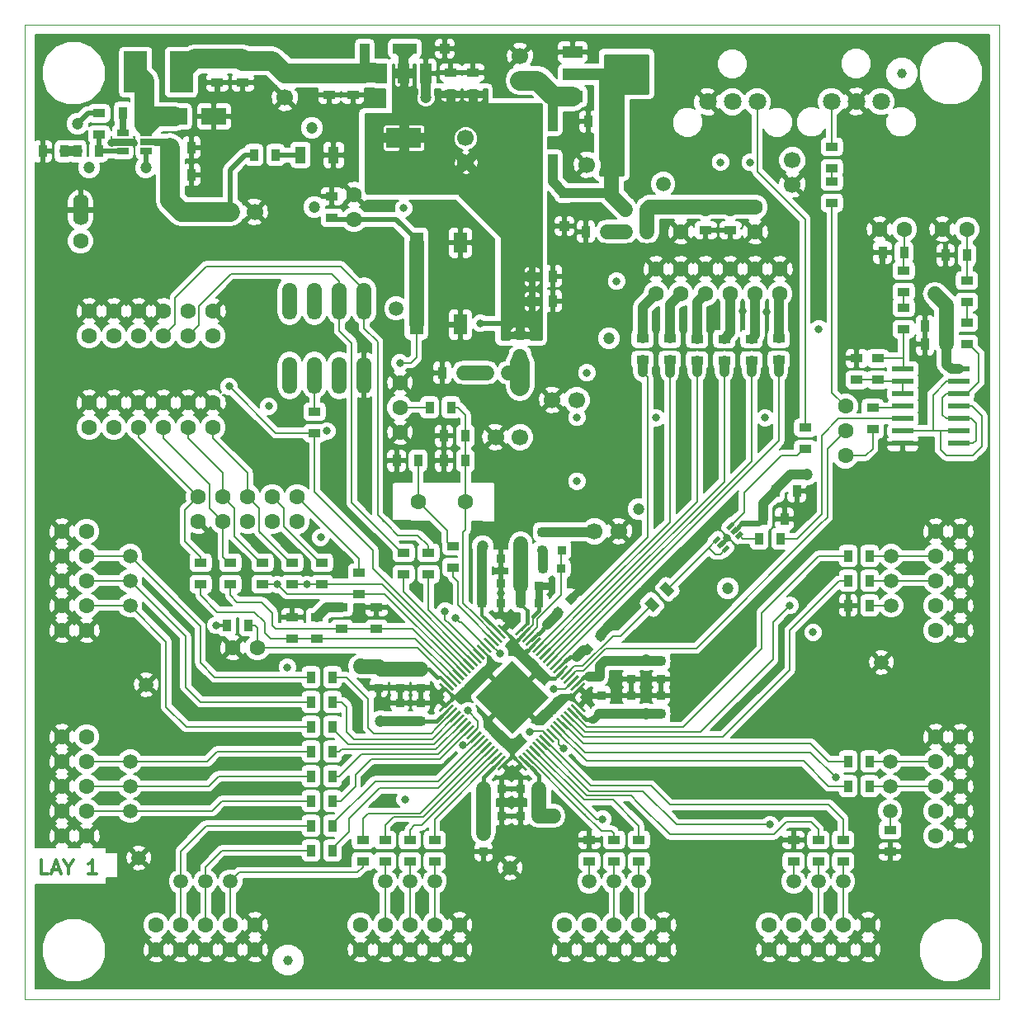
<source format=gtl>
G04 #@! TF.FileFunction,Copper,L1,Top,Signal*
%FSLAX46Y46*%
G04 Gerber Fmt 4.6, Leading zero omitted, Abs format (unit mm)*
G04 Created by KiCad (PCBNEW 4.0.2-stable) date 25/05/2016 09:45:09*
%MOMM*%
G01*
G04 APERTURE LIST*
%ADD10C,0.150000*%
%ADD11C,0.300000*%
%ADD12C,0.100000*%
%ADD13C,1.600000*%
%ADD14R,0.900000X1.300000*%
%ADD15O,1.524000X3.810000*%
%ADD16C,1.500000*%
%ADD17R,2.500000X1.700000*%
%ADD18R,0.900000X0.900000*%
%ADD19R,3.600000X2.000000*%
%ADD20R,1.200000X2.000000*%
%ADD21R,1.100000X1.700000*%
%ADD22R,1.400000X2.100000*%
%ADD23R,1.300000X0.900000*%
%ADD24R,2.200000X0.600000*%
%ADD25C,1.700000*%
%ADD26R,1.000000X1.000000*%
%ADD27O,1.600000X3.200000*%
%ADD28C,1.800000*%
%ADD29R,2.400000X4.200000*%
%ADD30R,1.200000X0.650000*%
%ADD31R,2.000000X3.600000*%
%ADD32R,2.000000X1.200000*%
%ADD33C,1.000000*%
%ADD34C,0.800000*%
%ADD35C,1.200000*%
%ADD36C,4.000000*%
%ADD37C,0.200000*%
%ADD38C,0.135000*%
%ADD39C,0.500000*%
%ADD40C,0.250000*%
%ADD41C,0.700000*%
%ADD42C,0.400000*%
%ADD43C,0.800000*%
%ADD44C,1.000000*%
%ADD45C,0.600000*%
%ADD46C,0.350000*%
%ADD47C,0.750000*%
%ADD48C,2.000000*%
%ADD49C,1.500000*%
%ADD50C,1.200000*%
%ADD51C,0.254000*%
G04 APERTURE END LIST*
D10*
D11*
X2392858Y12821429D02*
X1678572Y12821429D01*
X1678572Y14321429D01*
X2821429Y13250000D02*
X3535715Y13250000D01*
X2678572Y12821429D02*
X3178572Y14321429D01*
X3678572Y12821429D01*
X4464286Y13535714D02*
X4464286Y12821429D01*
X3964286Y14321429D02*
X4464286Y13535714D01*
X4964286Y14321429D01*
X7392857Y12821429D02*
X6535714Y12821429D01*
X6964286Y12821429D02*
X6964286Y14321429D01*
X6821429Y14107143D01*
X6678571Y13964286D01*
X6535714Y13892857D01*
D12*
X100000000Y100000000D02*
X100000000Y0D01*
X0Y100000000D02*
X100000000Y100000000D01*
X0Y0D02*
X0Y100000000D01*
X15000000Y0D02*
X0Y0D01*
X100000000Y0D02*
X15000000Y0D01*
D10*
G36*
X57371588Y32527258D02*
X57548364Y32350482D01*
X56487704Y31289822D01*
X56310928Y31466598D01*
X57371588Y32527258D01*
X57371588Y32527258D01*
G37*
G36*
X57018035Y32880811D02*
X57194811Y32704035D01*
X56134151Y31643375D01*
X55957375Y31820151D01*
X57018035Y32880811D01*
X57018035Y32880811D01*
G37*
G36*
X56664482Y33234365D02*
X56841258Y33057589D01*
X55780598Y31996929D01*
X55603822Y32173705D01*
X56664482Y33234365D01*
X56664482Y33234365D01*
G37*
G36*
X56310928Y33587918D02*
X56487704Y33411142D01*
X55427044Y32350482D01*
X55250268Y32527258D01*
X56310928Y33587918D01*
X56310928Y33587918D01*
G37*
G36*
X55957375Y33941471D02*
X56134151Y33764695D01*
X55073491Y32704035D01*
X54896715Y32880811D01*
X55957375Y33941471D01*
X55957375Y33941471D01*
G37*
G36*
X55603822Y34295025D02*
X55780598Y34118249D01*
X54719938Y33057589D01*
X54543162Y33234365D01*
X55603822Y34295025D01*
X55603822Y34295025D01*
G37*
G36*
X55250268Y34648578D02*
X55427044Y34471802D01*
X54366384Y33411142D01*
X54189608Y33587918D01*
X55250268Y34648578D01*
X55250268Y34648578D01*
G37*
G36*
X54896715Y35002132D02*
X55073491Y34825356D01*
X54012831Y33764696D01*
X53836055Y33941472D01*
X54896715Y35002132D01*
X54896715Y35002132D01*
G37*
G36*
X54543161Y35355685D02*
X54719937Y35178909D01*
X53659277Y34118249D01*
X53482501Y34295025D01*
X54543161Y35355685D01*
X54543161Y35355685D01*
G37*
G36*
X54189608Y35709238D02*
X54366384Y35532462D01*
X53305724Y34471802D01*
X53128948Y34648578D01*
X54189608Y35709238D01*
X54189608Y35709238D01*
G37*
G36*
X53836055Y36062792D02*
X54012831Y35886016D01*
X52952171Y34825356D01*
X52775395Y35002132D01*
X53836055Y36062792D01*
X53836055Y36062792D01*
G37*
G36*
X53482501Y36416345D02*
X53659277Y36239569D01*
X52598617Y35178909D01*
X52421841Y35355685D01*
X53482501Y36416345D01*
X53482501Y36416345D01*
G37*
G36*
X53128948Y36769899D02*
X53305724Y36593123D01*
X52245064Y35532463D01*
X52068288Y35709239D01*
X53128948Y36769899D01*
X53128948Y36769899D01*
G37*
G36*
X52775394Y37123452D02*
X52952170Y36946676D01*
X51891510Y35886016D01*
X51714734Y36062792D01*
X52775394Y37123452D01*
X52775394Y37123452D01*
G37*
G36*
X52421841Y37477005D02*
X52598617Y37300229D01*
X51537957Y36239569D01*
X51361181Y36416345D01*
X52421841Y37477005D01*
X52421841Y37477005D01*
G37*
G36*
X52068288Y37830559D02*
X52245064Y37653783D01*
X51184404Y36593123D01*
X51007628Y36769899D01*
X52068288Y37830559D01*
X52068288Y37830559D01*
G37*
G36*
X51714734Y38184112D02*
X51891510Y38007336D01*
X50830850Y36946676D01*
X50654074Y37123452D01*
X51714734Y38184112D01*
X51714734Y38184112D01*
G37*
G36*
X51361181Y38537665D02*
X51537957Y38360889D01*
X50477297Y37300229D01*
X50300521Y37477005D01*
X51361181Y38537665D01*
X51361181Y38537665D01*
G37*
G36*
X48638819Y38537665D02*
X49699479Y37477005D01*
X49522703Y37300229D01*
X48462043Y38360889D01*
X48638819Y38537665D01*
X48638819Y38537665D01*
G37*
G36*
X48285266Y38184112D02*
X49345926Y37123452D01*
X49169150Y36946676D01*
X48108490Y38007336D01*
X48285266Y38184112D01*
X48285266Y38184112D01*
G37*
G36*
X47931712Y37830559D02*
X48992372Y36769899D01*
X48815596Y36593123D01*
X47754936Y37653783D01*
X47931712Y37830559D01*
X47931712Y37830559D01*
G37*
G36*
X47578159Y37477005D02*
X48638819Y36416345D01*
X48462043Y36239569D01*
X47401383Y37300229D01*
X47578159Y37477005D01*
X47578159Y37477005D01*
G37*
G36*
X47224606Y37123452D02*
X48285266Y36062792D01*
X48108490Y35886016D01*
X47047830Y36946676D01*
X47224606Y37123452D01*
X47224606Y37123452D01*
G37*
G36*
X46871052Y36769899D02*
X47931712Y35709239D01*
X47754936Y35532463D01*
X46694276Y36593123D01*
X46871052Y36769899D01*
X46871052Y36769899D01*
G37*
G36*
X46517499Y36416345D02*
X47578159Y35355685D01*
X47401383Y35178909D01*
X46340723Y36239569D01*
X46517499Y36416345D01*
X46517499Y36416345D01*
G37*
G36*
X46163945Y36062792D02*
X47224605Y35002132D01*
X47047829Y34825356D01*
X45987169Y35886016D01*
X46163945Y36062792D01*
X46163945Y36062792D01*
G37*
G36*
X45810392Y35709238D02*
X46871052Y34648578D01*
X46694276Y34471802D01*
X45633616Y35532462D01*
X45810392Y35709238D01*
X45810392Y35709238D01*
G37*
G36*
X45456839Y35355685D02*
X46517499Y34295025D01*
X46340723Y34118249D01*
X45280063Y35178909D01*
X45456839Y35355685D01*
X45456839Y35355685D01*
G37*
G36*
X45103285Y35002132D02*
X46163945Y33941472D01*
X45987169Y33764696D01*
X44926509Y34825356D01*
X45103285Y35002132D01*
X45103285Y35002132D01*
G37*
G36*
X44749732Y34648578D02*
X45810392Y33587918D01*
X45633616Y33411142D01*
X44572956Y34471802D01*
X44749732Y34648578D01*
X44749732Y34648578D01*
G37*
G36*
X44396178Y34295025D02*
X45456838Y33234365D01*
X45280062Y33057589D01*
X44219402Y34118249D01*
X44396178Y34295025D01*
X44396178Y34295025D01*
G37*
G36*
X44042625Y33941471D02*
X45103285Y32880811D01*
X44926509Y32704035D01*
X43865849Y33764695D01*
X44042625Y33941471D01*
X44042625Y33941471D01*
G37*
G36*
X43689072Y33587918D02*
X44749732Y32527258D01*
X44572956Y32350482D01*
X43512296Y33411142D01*
X43689072Y33587918D01*
X43689072Y33587918D01*
G37*
G36*
X43335518Y33234365D02*
X44396178Y32173705D01*
X44219402Y31996929D01*
X43158742Y33057589D01*
X43335518Y33234365D01*
X43335518Y33234365D01*
G37*
G36*
X42981965Y32880811D02*
X44042625Y31820151D01*
X43865849Y31643375D01*
X42805189Y32704035D01*
X42981965Y32880811D01*
X42981965Y32880811D01*
G37*
G36*
X42628412Y32527258D02*
X43689072Y31466598D01*
X43512296Y31289822D01*
X42451636Y32350482D01*
X42628412Y32527258D01*
X42628412Y32527258D01*
G37*
G36*
X43512296Y30688780D02*
X43689072Y30512004D01*
X42628412Y29451344D01*
X42451636Y29628120D01*
X43512296Y30688780D01*
X43512296Y30688780D01*
G37*
G36*
X43865849Y30335227D02*
X44042625Y30158451D01*
X42981965Y29097791D01*
X42805189Y29274567D01*
X43865849Y30335227D01*
X43865849Y30335227D01*
G37*
G36*
X44219402Y29981673D02*
X44396178Y29804897D01*
X43335518Y28744237D01*
X43158742Y28921013D01*
X44219402Y29981673D01*
X44219402Y29981673D01*
G37*
G36*
X44572956Y29628120D02*
X44749732Y29451344D01*
X43689072Y28390684D01*
X43512296Y28567460D01*
X44572956Y29628120D01*
X44572956Y29628120D01*
G37*
G36*
X44926509Y29274567D02*
X45103285Y29097791D01*
X44042625Y28037131D01*
X43865849Y28213907D01*
X44926509Y29274567D01*
X44926509Y29274567D01*
G37*
G36*
X45280062Y28921013D02*
X45456838Y28744237D01*
X44396178Y27683577D01*
X44219402Y27860353D01*
X45280062Y28921013D01*
X45280062Y28921013D01*
G37*
G36*
X45633616Y28567460D02*
X45810392Y28390684D01*
X44749732Y27330024D01*
X44572956Y27506800D01*
X45633616Y28567460D01*
X45633616Y28567460D01*
G37*
G36*
X45987169Y28213906D02*
X46163945Y28037130D01*
X45103285Y26976470D01*
X44926509Y27153246D01*
X45987169Y28213906D01*
X45987169Y28213906D01*
G37*
G36*
X46340723Y27860353D02*
X46517499Y27683577D01*
X45456839Y26622917D01*
X45280063Y26799693D01*
X46340723Y27860353D01*
X46340723Y27860353D01*
G37*
G36*
X46694276Y27506800D02*
X46871052Y27330024D01*
X45810392Y26269364D01*
X45633616Y26446140D01*
X46694276Y27506800D01*
X46694276Y27506800D01*
G37*
G36*
X47047829Y27153246D02*
X47224605Y26976470D01*
X46163945Y25915810D01*
X45987169Y26092586D01*
X47047829Y27153246D01*
X47047829Y27153246D01*
G37*
G36*
X47401383Y26799693D02*
X47578159Y26622917D01*
X46517499Y25562257D01*
X46340723Y25739033D01*
X47401383Y26799693D01*
X47401383Y26799693D01*
G37*
G36*
X47754936Y26446139D02*
X47931712Y26269363D01*
X46871052Y25208703D01*
X46694276Y25385479D01*
X47754936Y26446139D01*
X47754936Y26446139D01*
G37*
G36*
X48108490Y26092586D02*
X48285266Y25915810D01*
X47224606Y24855150D01*
X47047830Y25031926D01*
X48108490Y26092586D01*
X48108490Y26092586D01*
G37*
G36*
X48462043Y25739033D02*
X48638819Y25562257D01*
X47578159Y24501597D01*
X47401383Y24678373D01*
X48462043Y25739033D01*
X48462043Y25739033D01*
G37*
G36*
X48815596Y25385479D02*
X48992372Y25208703D01*
X47931712Y24148043D01*
X47754936Y24324819D01*
X48815596Y25385479D01*
X48815596Y25385479D01*
G37*
G36*
X49169150Y25031926D02*
X49345926Y24855150D01*
X48285266Y23794490D01*
X48108490Y23971266D01*
X49169150Y25031926D01*
X49169150Y25031926D01*
G37*
G36*
X49522703Y24678373D02*
X49699479Y24501597D01*
X48638819Y23440937D01*
X48462043Y23617713D01*
X49522703Y24678373D01*
X49522703Y24678373D01*
G37*
G36*
X50477297Y24678373D02*
X51537957Y23617713D01*
X51361181Y23440937D01*
X50300521Y24501597D01*
X50477297Y24678373D01*
X50477297Y24678373D01*
G37*
G36*
X50830850Y25031926D02*
X51891510Y23971266D01*
X51714734Y23794490D01*
X50654074Y24855150D01*
X50830850Y25031926D01*
X50830850Y25031926D01*
G37*
G36*
X51184404Y25385479D02*
X52245064Y24324819D01*
X52068288Y24148043D01*
X51007628Y25208703D01*
X51184404Y25385479D01*
X51184404Y25385479D01*
G37*
G36*
X51537957Y25739033D02*
X52598617Y24678373D01*
X52421841Y24501597D01*
X51361181Y25562257D01*
X51537957Y25739033D01*
X51537957Y25739033D01*
G37*
G36*
X51891510Y26092586D02*
X52952170Y25031926D01*
X52775394Y24855150D01*
X51714734Y25915810D01*
X51891510Y26092586D01*
X51891510Y26092586D01*
G37*
G36*
X52245064Y26446139D02*
X53305724Y25385479D01*
X53128948Y25208703D01*
X52068288Y26269363D01*
X52245064Y26446139D01*
X52245064Y26446139D01*
G37*
G36*
X52598617Y26799693D02*
X53659277Y25739033D01*
X53482501Y25562257D01*
X52421841Y26622917D01*
X52598617Y26799693D01*
X52598617Y26799693D01*
G37*
G36*
X52952171Y27153246D02*
X54012831Y26092586D01*
X53836055Y25915810D01*
X52775395Y26976470D01*
X52952171Y27153246D01*
X52952171Y27153246D01*
G37*
G36*
X53305724Y27506800D02*
X54366384Y26446140D01*
X54189608Y26269364D01*
X53128948Y27330024D01*
X53305724Y27506800D01*
X53305724Y27506800D01*
G37*
G36*
X53659277Y27860353D02*
X54719937Y26799693D01*
X54543161Y26622917D01*
X53482501Y27683577D01*
X53659277Y27860353D01*
X53659277Y27860353D01*
G37*
G36*
X54012831Y28213906D02*
X55073491Y27153246D01*
X54896715Y26976470D01*
X53836055Y28037130D01*
X54012831Y28213906D01*
X54012831Y28213906D01*
G37*
G36*
X54366384Y28567460D02*
X55427044Y27506800D01*
X55250268Y27330024D01*
X54189608Y28390684D01*
X54366384Y28567460D01*
X54366384Y28567460D01*
G37*
G36*
X54719938Y28921013D02*
X55780598Y27860353D01*
X55603822Y27683577D01*
X54543162Y28744237D01*
X54719938Y28921013D01*
X54719938Y28921013D01*
G37*
G36*
X55073491Y29274567D02*
X56134151Y28213907D01*
X55957375Y28037131D01*
X54896715Y29097791D01*
X55073491Y29274567D01*
X55073491Y29274567D01*
G37*
G36*
X55427044Y29628120D02*
X56487704Y28567460D01*
X56310928Y28390684D01*
X55250268Y29451344D01*
X55427044Y29628120D01*
X55427044Y29628120D01*
G37*
G36*
X55780598Y29981673D02*
X56841258Y28921013D01*
X56664482Y28744237D01*
X55603822Y29804897D01*
X55780598Y29981673D01*
X55780598Y29981673D01*
G37*
G36*
X56134151Y30335227D02*
X57194811Y29274567D01*
X57018035Y29097791D01*
X55957375Y30158451D01*
X56134151Y30335227D01*
X56134151Y30335227D01*
G37*
G36*
X56487704Y30688780D02*
X57548364Y29628120D01*
X57371588Y29451344D01*
X56310928Y30512004D01*
X56487704Y30688780D01*
X56487704Y30688780D01*
G37*
G36*
X50000000Y34736967D02*
X53747666Y30989301D01*
X50000000Y27241635D01*
X46252334Y30989301D01*
X50000000Y34736967D01*
X50000000Y34736967D01*
G37*
D13*
X38481000Y63246000D03*
X38481000Y58166000D03*
X38481000Y60706000D03*
D14*
X75735000Y49276000D03*
X77935000Y49276000D03*
D13*
X27940000Y51562000D03*
X27940000Y49022000D03*
X25400000Y51562000D03*
X25400000Y49022000D03*
X22860000Y51562000D03*
X22860000Y49022000D03*
X20320000Y51562000D03*
X20320000Y49022000D03*
X17780000Y51562000D03*
X17780000Y49022000D03*
X45239000Y51054000D03*
X40359000Y51054000D03*
D15*
X27178000Y64008000D03*
X29718000Y64008000D03*
X32258000Y64008000D03*
X34798000Y64008000D03*
X27178000Y71628000D03*
X29718000Y71628000D03*
X32258000Y71628000D03*
X34798000Y71628000D03*
D16*
X81407000Y12065000D03*
X78867000Y12065000D03*
X83947000Y12065000D03*
X10795000Y45466000D03*
X12446000Y32258000D03*
X10795000Y24384000D03*
X11684000Y14478000D03*
X16002000Y12065000D03*
X49784000Y13462000D03*
X36957000Y12065000D03*
X10795000Y42926000D03*
X10795000Y40386000D03*
X10795000Y21844000D03*
X10795000Y19304000D03*
X18542000Y12065000D03*
X21082000Y12065000D03*
X39497000Y12065000D03*
X42037000Y12065000D03*
X57912000Y12065000D03*
X60452000Y12065000D03*
X62992000Y12065000D03*
X88773000Y19304000D03*
X88773000Y21844000D03*
X88773000Y24384000D03*
X88900000Y40386000D03*
X88900000Y42926000D03*
X88900000Y45466000D03*
X38100000Y70866000D03*
D17*
X19399000Y90551000D03*
X15399000Y90551000D03*
D18*
X53155600Y44195000D03*
X55055600Y44195000D03*
X55121600Y47939000D03*
X55121600Y46039000D03*
X53089600Y47939000D03*
X53089600Y46039000D03*
D10*
G36*
X57748249Y35267853D02*
X57111853Y35904249D01*
X57748249Y36540645D01*
X58384645Y35904249D01*
X57748249Y35267853D01*
X57748249Y35267853D01*
G37*
G36*
X59091751Y36611355D02*
X58455355Y37247751D01*
X59091751Y37884147D01*
X59728147Y37247751D01*
X59091751Y36611355D01*
X59091751Y36611355D01*
G37*
D18*
X50869600Y40639000D03*
X52769600Y40639000D03*
X50869600Y42417000D03*
X52769600Y42417000D03*
X62230000Y34732000D03*
X62230000Y32832000D03*
X65278000Y34732000D03*
X65278000Y32832000D03*
X52766000Y18796000D03*
X50866000Y18796000D03*
X40643600Y28514000D03*
X40643600Y30414000D03*
X38481000Y28514000D03*
X38481000Y30414000D03*
X46929000Y40640000D03*
X48829000Y40640000D03*
X46929000Y42672000D03*
X48829000Y42672000D03*
X46929000Y45212000D03*
X48829000Y45212000D03*
X59182000Y29275000D03*
X59182000Y31175000D03*
X62230000Y29276000D03*
X62230000Y31176000D03*
X65278000Y29276000D03*
X65278000Y31176000D03*
X47056000Y21590000D03*
X48956000Y21590000D03*
X47056000Y18796000D03*
X48956000Y18796000D03*
X47053500Y17015500D03*
X47053500Y15115500D03*
X40643600Y33843000D03*
X40643600Y31943000D03*
X38481000Y33843000D03*
X38481000Y31943000D03*
X36322000Y33843000D03*
X36322000Y31943000D03*
D19*
X38862000Y88392000D03*
D20*
X38862000Y94996000D03*
X36576000Y94996000D03*
X41148000Y94996000D03*
D21*
X28272000Y86614000D03*
X31672000Y86614000D03*
D22*
X40168000Y77606000D03*
X44668000Y77606000D03*
X40168000Y69206000D03*
X44668000Y69206000D03*
D18*
X52766000Y21590000D03*
X50866000Y21590000D03*
D23*
X43691600Y92879000D03*
X43691600Y95079000D03*
D14*
X63838000Y78740000D03*
X61638000Y78740000D03*
X63838000Y81026000D03*
X61638000Y81026000D03*
D23*
X69853600Y81110000D03*
X69853600Y78910000D03*
X72393600Y81110000D03*
X72393600Y78910000D03*
D14*
X59774000Y78740000D03*
X57574000Y78740000D03*
X51986000Y74168000D03*
X54186000Y74168000D03*
X51986000Y71628000D03*
X54186000Y71628000D03*
D23*
X86995000Y60663000D03*
X86995000Y58463000D03*
X85344000Y65743000D03*
X85344000Y63543000D03*
X87503000Y63543000D03*
X87503000Y65743000D03*
X90170000Y68750000D03*
X90170000Y70950000D03*
D14*
X88003200Y76606400D03*
X90203200Y76606400D03*
D23*
X96647000Y69426000D03*
X96647000Y67226000D03*
D14*
X94572000Y67183000D03*
X92372000Y67183000D03*
X94572000Y69037200D03*
X92372000Y69037200D03*
D23*
X33658600Y94996000D03*
X33658600Y92796000D03*
X18034000Y44788000D03*
X18034000Y42588000D03*
X21082000Y44788000D03*
X21082000Y42588000D03*
X24384000Y44788000D03*
X24384000Y42588000D03*
X27432000Y44788000D03*
X27432000Y42588000D03*
X41402000Y43604000D03*
X41402000Y45804000D03*
X42037000Y16340000D03*
X42037000Y14140000D03*
X39497000Y16340000D03*
X39497000Y14140000D03*
X36957000Y16340000D03*
X36957000Y14140000D03*
X34671000Y16340000D03*
X34671000Y14140000D03*
D14*
X31580000Y15240000D03*
X29380000Y15240000D03*
X31580000Y17780000D03*
X29380000Y17780000D03*
X31580000Y20320000D03*
X29380000Y20320000D03*
X31580000Y22860000D03*
X29380000Y22860000D03*
X31580000Y25400000D03*
X29380000Y25400000D03*
X31580000Y27940000D03*
X29380000Y27940000D03*
X31580000Y30480000D03*
X29380000Y30480000D03*
X31580000Y33020000D03*
X29380000Y33020000D03*
X84498000Y40386000D03*
X86698000Y40386000D03*
D23*
X88773000Y15156000D03*
X88773000Y17356000D03*
X78867000Y16340000D03*
X78867000Y14140000D03*
X57912000Y16340000D03*
X57912000Y14140000D03*
D14*
X86698000Y45466000D03*
X84498000Y45466000D03*
X86698000Y42926000D03*
X84498000Y42926000D03*
X86698000Y24384000D03*
X84498000Y24384000D03*
X86698000Y21844000D03*
X84498000Y21844000D03*
D23*
X83947000Y14140000D03*
X83947000Y16340000D03*
X81407000Y14140000D03*
X81407000Y16340000D03*
X62992000Y14140000D03*
X62992000Y16340000D03*
X60452000Y14140000D03*
X60452000Y16340000D03*
D14*
X40343000Y55245000D03*
X38143000Y55245000D03*
X45212000Y55245000D03*
X43012000Y55245000D03*
D23*
X22355600Y96265000D03*
X22355600Y94065000D03*
D14*
X45042000Y64262000D03*
X42842000Y64262000D03*
D23*
X82804000Y81704000D03*
X82804000Y83904000D03*
X27432000Y39200000D03*
X27432000Y37000000D03*
X36068000Y40216000D03*
X36068000Y38016000D03*
X29972000Y39200000D03*
X29972000Y37000000D03*
X32512000Y40216000D03*
X32512000Y38016000D03*
X34290000Y43772000D03*
X34290000Y41572000D03*
X30480000Y44788000D03*
X30480000Y42588000D03*
X63373000Y67775000D03*
X63373000Y65575000D03*
X66167000Y67775000D03*
X66167000Y65575000D03*
X68961000Y67739000D03*
X68961000Y65539000D03*
X71755000Y67739000D03*
X71755000Y65539000D03*
X74549000Y67739000D03*
X74549000Y65539000D03*
X77343000Y67775000D03*
X77343000Y65575000D03*
D10*
G36*
X65771579Y42830634D02*
X66690817Y41911396D01*
X66054421Y41275000D01*
X65135183Y42194238D01*
X65771579Y42830634D01*
X65771579Y42830634D01*
G37*
G36*
X64215945Y41275000D02*
X65135183Y40355762D01*
X64498787Y39719366D01*
X63579549Y40638604D01*
X64215945Y41275000D01*
X64215945Y41275000D01*
G37*
D14*
X23538000Y86614000D03*
X25738000Y86614000D03*
X1821000Y86995000D03*
X4021000Y86995000D03*
X5377000Y86995000D03*
X7577000Y86995000D03*
D23*
X7620000Y88689000D03*
X7620000Y90889000D03*
D14*
X43729000Y60706000D03*
X41529000Y60706000D03*
X45212000Y57785000D03*
X43012000Y57785000D03*
D23*
X43942000Y44302500D03*
X43942000Y46502500D03*
D14*
X49614000Y64262000D03*
X47414000Y64262000D03*
X20744000Y38354000D03*
X22944000Y38354000D03*
D23*
X50800000Y68156000D03*
X50800000Y65956000D03*
X82804000Y85260000D03*
X82804000Y87460000D03*
D14*
X60031600Y90042000D03*
X57831600Y90042000D03*
D23*
X19752100Y96265000D03*
X19752100Y94065000D03*
D14*
X10079600Y90931000D03*
X12279600Y90931000D03*
D23*
X45977600Y92879000D03*
X45977600Y95079000D03*
D14*
X17105600Y84582000D03*
X14905600Y84582000D03*
D23*
X31242000Y94996000D03*
X31242000Y92796000D03*
X38862000Y43604000D03*
X38862000Y45804000D03*
X31496000Y80180000D03*
X31496000Y82380000D03*
X29718000Y58082000D03*
X29718000Y60282000D03*
D14*
X17105600Y87375000D03*
X14905600Y87375000D03*
D23*
X90170000Y72560000D03*
X90170000Y74760000D03*
X96647000Y73744000D03*
X96647000Y71544000D03*
D14*
X94454800Y76352400D03*
X96654800Y76352400D03*
D24*
X90089000Y64643000D03*
X90089000Y63373000D03*
X90089000Y62103000D03*
X90089000Y60833000D03*
X90089000Y59563000D03*
X90089000Y58293000D03*
X90089000Y57023000D03*
X95839000Y64643000D03*
X95839000Y63373000D03*
X95839000Y62103000D03*
X95839000Y60833000D03*
X95839000Y59563000D03*
X95839000Y58293000D03*
X95839000Y57023000D03*
D14*
X77554000Y47244000D03*
X75354000Y47244000D03*
D23*
X80073500Y56431000D03*
X80073500Y58631000D03*
D14*
X77005000Y52133500D03*
X79205000Y52133500D03*
D10*
G36*
X70527332Y46999769D02*
X71093018Y47565455D01*
X71411216Y47247257D01*
X70845530Y46681571D01*
X70527332Y46999769D01*
X70527332Y46999769D01*
G37*
G36*
X70986951Y46540149D02*
X71552637Y47105835D01*
X71870835Y46787637D01*
X71305149Y46221951D01*
X70986951Y46540149D01*
X70986951Y46540149D01*
G37*
G36*
X71446571Y46080530D02*
X72012257Y46646216D01*
X72330455Y46328018D01*
X71764769Y45762332D01*
X71446571Y46080530D01*
X71446571Y46080530D01*
G37*
G36*
X72860784Y47494743D02*
X73426470Y48060429D01*
X73744668Y47742231D01*
X73178982Y47176545D01*
X72860784Y47494743D01*
X72860784Y47494743D01*
G37*
G36*
X72401165Y47954363D02*
X72966851Y48520049D01*
X73285049Y48201851D01*
X72719363Y47636165D01*
X72401165Y47954363D01*
X72401165Y47954363D01*
G37*
G36*
X71941545Y48413982D02*
X72507231Y48979668D01*
X72825429Y48661470D01*
X72259743Y48095784D01*
X71941545Y48413982D01*
X71941545Y48413982D01*
G37*
G36*
X54700249Y39077853D02*
X54063853Y39714249D01*
X54700249Y40350645D01*
X55336645Y39714249D01*
X54700249Y39077853D01*
X54700249Y39077853D01*
G37*
G36*
X56043751Y40421355D02*
X55407355Y41057751D01*
X56043751Y41694147D01*
X56680147Y41057751D01*
X56043751Y40421355D01*
X56043751Y40421355D01*
G37*
D25*
X78740000Y86086000D03*
X78740000Y83586000D03*
X58443600Y48006000D03*
X60943600Y48006000D03*
X50800000Y94254000D03*
X50800000Y96754000D03*
X60178000Y85598000D03*
X57678000Y85598000D03*
X21082000Y80772000D03*
X23582000Y80772000D03*
X50800000Y57658000D03*
X48300000Y57658000D03*
X56622000Y61468000D03*
X54122000Y61468000D03*
X26673600Y94995000D03*
X26673600Y92495000D03*
X45212000Y85852000D03*
X45212000Y88352000D03*
D26*
X54165500Y89584000D03*
X54165500Y86184000D03*
X55372000Y82726000D03*
X55372000Y79326000D03*
X34876000Y97536000D03*
X38276000Y97536000D03*
X39702000Y97536000D03*
X43102000Y97536000D03*
D13*
X5715000Y77804000D03*
D27*
X5715000Y80979000D03*
D13*
X96647000Y78994000D03*
X94107000Y78994000D03*
X90220800Y78994000D03*
X87680800Y78994000D03*
X23876000Y36068000D03*
X21336000Y36068000D03*
X33782000Y80010000D03*
X33782000Y82550000D03*
X67310000Y81280000D03*
X67310000Y78740000D03*
X74930000Y81280000D03*
X74930000Y78740000D03*
X96012000Y37846000D03*
X93472000Y37846000D03*
X96012000Y40386000D03*
X93472000Y40386000D03*
X96012000Y42926000D03*
X93472000Y42926000D03*
X96012000Y45466000D03*
X93472000Y45466000D03*
X96012000Y48006000D03*
X93472000Y48006000D03*
X96012000Y16764000D03*
X93472000Y16764000D03*
X96012000Y19304000D03*
X93472000Y19304000D03*
X96012000Y21844000D03*
X93472000Y21844000D03*
X96012000Y24384000D03*
X93472000Y24384000D03*
X96012000Y26924000D03*
X93472000Y26924000D03*
X76327000Y5080000D03*
X76327000Y7620000D03*
X78867000Y5080000D03*
X78867000Y7620000D03*
X81407000Y5080000D03*
X81407000Y7620000D03*
X83947000Y5080000D03*
X83947000Y7620000D03*
X86487000Y5080000D03*
X86487000Y7620000D03*
X55372000Y5080000D03*
X55372000Y7620000D03*
X57912000Y5080000D03*
X57912000Y7620000D03*
X60452000Y5080000D03*
X60452000Y7620000D03*
X62992000Y5080000D03*
X62992000Y7620000D03*
X65532000Y5080000D03*
X65532000Y7620000D03*
X77470000Y74930000D03*
X77470000Y72390000D03*
X74930000Y74930000D03*
X74930000Y72390000D03*
X72390000Y74930000D03*
X72390000Y72390000D03*
X69850000Y74930000D03*
X69850000Y72390000D03*
X67310000Y74930000D03*
X67310000Y72390000D03*
X64770000Y74930000D03*
X64770000Y72390000D03*
X3810000Y48006000D03*
X6350000Y48006000D03*
X3810000Y45466000D03*
X6350000Y45466000D03*
X3810000Y42926000D03*
X6350000Y42926000D03*
X3810000Y40386000D03*
X6350000Y40386000D03*
X3810000Y37846000D03*
X6350000Y37846000D03*
X3810000Y26924000D03*
X6350000Y26924000D03*
X3810000Y24384000D03*
X6350000Y24384000D03*
X3810000Y21844000D03*
X6350000Y21844000D03*
X3810000Y19304000D03*
X6350000Y19304000D03*
X3810000Y16764000D03*
X6350000Y16764000D03*
X13462000Y5080000D03*
X13462000Y7620000D03*
X16002000Y5080000D03*
X16002000Y7620000D03*
X18542000Y5080000D03*
X18542000Y7620000D03*
X21082000Y5080000D03*
X21082000Y7620000D03*
X23622000Y5080000D03*
X23622000Y7620000D03*
X34417000Y5080000D03*
X34417000Y7620000D03*
X36957000Y5080000D03*
X36957000Y7620000D03*
X39497000Y5080000D03*
X39497000Y7620000D03*
X42037000Y5080000D03*
X42037000Y7620000D03*
X44577000Y5080000D03*
X44577000Y7620000D03*
X84201000Y55753000D03*
X84201000Y60833000D03*
X84201000Y58293000D03*
D28*
X82757000Y92100000D03*
X85297000Y92100000D03*
X87837000Y92100000D03*
X70057000Y92072000D03*
X72597000Y92072000D03*
X75137000Y92072000D03*
D29*
X11366000Y95123000D03*
X16066000Y95123000D03*
D30*
X12439500Y87947500D03*
X10039500Y88897500D03*
X10039500Y87947500D03*
X10039500Y86997500D03*
X12439500Y86997500D03*
X12439500Y88897500D03*
D31*
X62805600Y94868000D03*
D32*
X56201600Y94868000D03*
X56201600Y92582000D03*
X56201600Y97154000D03*
D33*
X27000000Y4000000D03*
X90000000Y95000000D03*
D16*
X87884000Y34544000D03*
D13*
X19304000Y61214000D03*
X19304000Y58674000D03*
X16764000Y61214000D03*
X16764000Y58674000D03*
X14224000Y61214000D03*
X14224000Y58674000D03*
X11684000Y61214000D03*
X11684000Y58674000D03*
X9144000Y61214000D03*
X9144000Y58674000D03*
X6604000Y58674000D03*
X6604000Y61214000D03*
X19304000Y70612000D03*
X19304000Y68072000D03*
X16764000Y70612000D03*
X16764000Y68072000D03*
X14224000Y70612000D03*
X14224000Y68072000D03*
X11684000Y70612000D03*
X11684000Y68072000D03*
X9144000Y70612000D03*
X9144000Y68072000D03*
X6604000Y68072000D03*
X6604000Y70612000D03*
D16*
X65497500Y83628500D03*
D34*
X45339000Y20256500D03*
X34163000Y29337000D03*
X34163000Y27940000D03*
X36576000Y23495000D03*
X25146000Y26543000D03*
X30480000Y21590000D03*
X26162000Y81407000D03*
X29972000Y76200000D03*
X31496000Y83693000D03*
X38100000Y78232000D03*
X81470500Y73406000D03*
X54038500Y78232000D03*
X59118500Y74612500D03*
X57594500Y80200500D03*
X54229000Y75628500D03*
X55626000Y71628000D03*
X55626000Y74168000D03*
X98298000Y61722000D03*
X98298000Y70612000D03*
X58928000Y23368000D03*
X67056000Y23368000D03*
X47688500Y33972500D03*
X53340000Y32893000D03*
X51181000Y35306000D03*
X50038000Y36449000D03*
X49784000Y38608000D03*
X48895000Y46863000D03*
X74041000Y27686000D03*
X75184000Y31877000D03*
X78613000Y31115000D03*
X56515000Y15240000D03*
X38230600Y17499600D03*
X36830000Y20066000D03*
X67056000Y21082000D03*
X60960000Y58928000D03*
X59182000Y60452000D03*
X89154000Y30226000D03*
X89154000Y31750000D03*
X84582000Y27940000D03*
X84582000Y28956000D03*
X85344000Y26162000D03*
X80264000Y21082000D03*
X78994000Y21082000D03*
X16256000Y23114000D03*
X21463000Y29210000D03*
X21971000Y31750000D03*
X24892000Y24130000D03*
X24384000Y21590000D03*
X25654000Y21590000D03*
X33528000Y87503000D03*
X24638000Y89408000D03*
X46990000Y13208000D03*
X8509000Y31115000D03*
X8509000Y33655000D03*
X13462000Y49403000D03*
X6731000Y66040000D03*
X28321000Y53467000D03*
X24765000Y53467000D03*
X23495000Y56642000D03*
X25527000Y68326000D03*
X77343000Y42926000D03*
X98044000Y52324000D03*
X47752000Y76073000D03*
X67310000Y45339000D03*
X88900000Y47498000D03*
X86614000Y50038000D03*
X98298000Y31242000D03*
X98298000Y33401000D03*
X97155000Y35560000D03*
X91186000Y12319000D03*
X90678000Y3175000D03*
X92456000Y8382000D03*
X98171000Y8763000D03*
X98171000Y12446000D03*
X97155000Y14605000D03*
X69850000Y2794000D03*
X72009000Y2794000D03*
X74295000Y3810000D03*
X48768000Y2794000D03*
X50927000Y2794000D03*
X53340000Y3683000D03*
X29972000Y2794000D03*
X32385000Y3683000D03*
X7493000Y10541000D03*
X2032000Y9779000D03*
X9144000Y2794000D03*
X11430000Y3683000D03*
X2540000Y50165000D03*
X2413000Y29210000D03*
X1778000Y30988000D03*
X1778000Y33655000D03*
X41529000Y58039000D03*
X37274500Y53530500D03*
X21463000Y66929000D03*
X21463000Y70104000D03*
X21463000Y72517000D03*
X2032000Y56388000D03*
X2413000Y69088000D03*
X2413000Y81280000D03*
X2413000Y76835000D03*
X2413000Y72517000D03*
X1651000Y64643000D03*
X2032000Y53848000D03*
X8128000Y54737000D03*
X14097000Y53467000D03*
X18796000Y47244000D03*
X23495000Y46990000D03*
X17653000Y33274000D03*
X16383000Y20383500D03*
X19875500Y41148000D03*
X67500500Y30861000D03*
X67500500Y32385000D03*
X72390000Y36131500D03*
X76644500Y45529500D03*
X71437500Y44323000D03*
X68961000Y40449500D03*
X64135000Y37211000D03*
X67500500Y34671000D03*
X55308500Y49720500D03*
X58356500Y96520000D03*
X58356500Y97599500D03*
X36322000Y30480000D03*
X54038500Y42418000D03*
X17208500Y40640000D03*
X53911500Y53213000D03*
X53911500Y59626500D03*
X53911500Y56451500D03*
X48514000Y62484000D03*
X47117000Y54356000D03*
X25146000Y84074000D03*
X27432000Y81407000D03*
X25400000Y77216000D03*
X28956000Y77216000D03*
X41148000Y64262000D03*
X44196000Y62738000D03*
X46736000Y61976000D03*
X51244500Y49022000D03*
X65087500Y56642000D03*
X67881500Y51752500D03*
X67881500Y53340000D03*
X70358000Y66675000D03*
X76073000Y70548500D03*
X73660000Y70612000D03*
X64770000Y70167500D03*
X67564000Y70421500D03*
X49847500Y17335500D03*
X40132001Y23544471D03*
X50863500Y20320000D03*
X48958500Y20193000D03*
X26098500Y40513000D03*
X28702000Y40513000D03*
X38100000Y76962000D03*
X38100000Y75438000D03*
X43116500Y69215000D03*
X44704000Y67056000D03*
X47752000Y74422000D03*
X47752000Y72898000D03*
X47752000Y71374000D03*
X70294500Y87566500D03*
X57752000Y31049000D03*
X60706000Y32766000D03*
X60706000Y30988000D03*
X63754000Y31242000D03*
X63754000Y32766000D03*
X48831500Y44005500D03*
X48831500Y41656000D03*
X39560500Y31940500D03*
X39560500Y30416500D03*
X46355000Y59563000D03*
X55372000Y68707000D03*
X36957000Y44577000D03*
X40132000Y42545000D03*
X80454500Y52133500D03*
X81089500Y79692500D03*
X79184500Y49276000D03*
X72072500Y47307500D03*
X15430500Y66230500D03*
X37719000Y39179500D03*
X75946000Y57785000D03*
X53594000Y98234500D03*
X56197500Y98552000D03*
X46355000Y97599500D03*
X44767500Y96583500D03*
X48006000Y98044000D03*
X46355000Y96583500D03*
X56388000Y88455500D03*
X56388000Y90043000D03*
X31242000Y91440000D03*
X33655000Y91440000D03*
X36322000Y92710000D03*
D35*
X32319000Y97900000D03*
X65466000Y98027000D03*
X77023000Y98027000D03*
X87564000Y98027000D03*
D34*
X1966000Y98027000D03*
X86738500Y15667500D03*
X61973500Y66658000D03*
X78483500Y57133000D03*
X83563500Y53196000D03*
X92789800Y76326000D03*
X88003200Y74625200D03*
X82629800Y17601200D03*
X61522400Y17728200D03*
X59236400Y9549400D03*
X61700200Y9549400D03*
X64138600Y9574800D03*
X80191400Y9498600D03*
X82706000Y9498600D03*
X85093600Y9498600D03*
X85601600Y23113000D03*
X67466000Y15442200D03*
X68761400Y12064000D03*
X59185600Y15239000D03*
X76914800Y15569200D03*
X82680600Y15239000D03*
X88738500Y13778500D03*
X91532500Y20509500D03*
X91532500Y23113000D03*
X91532500Y25589500D03*
X91278500Y41591500D03*
X91278500Y44195000D03*
X82833000Y44195000D03*
X82833000Y46798500D03*
X82960000Y39369000D03*
X98250800Y76643500D03*
D35*
X97958700Y91451700D03*
X97971400Y85228700D03*
D34*
X40770600Y15239000D03*
X38230600Y15239000D03*
D35*
X41113500Y92518500D03*
D34*
X42164000Y31013400D03*
X65180000Y94360000D03*
D35*
X19396500Y88581500D03*
D34*
X8890000Y80772000D03*
X57255200Y42315400D03*
D35*
X87376000Y83312000D03*
X85344000Y83312000D03*
D34*
X49965400Y23392400D03*
X44885400Y30987000D03*
X50012600Y25679400D03*
D35*
X73181000Y56641000D03*
X70387000Y56641000D03*
X67466000Y56641000D03*
D34*
X85373000Y69785500D03*
X85373000Y68642500D03*
X70387000Y70420500D03*
X92358000Y65658000D03*
X92408800Y70738000D03*
X91240400Y67182000D03*
X85347600Y67334400D03*
D16*
X90072000Y55396400D03*
X92510400Y56818800D03*
X94593200Y74344800D03*
X85804800Y76630800D03*
D34*
X8868000Y95615500D03*
X13694000Y98473000D03*
X22520500Y98409500D03*
X20679000Y98409500D03*
X17885000Y98409500D03*
D35*
X9122000Y98155500D03*
X27156000Y8747500D03*
D34*
X23600000Y14081500D03*
X23600000Y11795500D03*
X19790000Y16367500D03*
X14519500Y15224500D03*
X13948000Y46974500D03*
X15027500Y46974500D03*
X8382000Y44196000D03*
X8382000Y41656000D03*
X8382000Y23114000D03*
X8382000Y20574000D03*
X17272000Y9652000D03*
X19812000Y9652000D03*
X38227000Y9652000D03*
X40767000Y9652000D03*
D35*
X1778000Y84836000D03*
X1778000Y88900000D03*
D34*
X8890000Y87884000D03*
X11176000Y87884000D03*
X19685000Y92456000D03*
X21590000Y92456000D03*
X22479000Y92456000D03*
X20701000Y92456000D03*
X18669000Y92456000D03*
D35*
X22606000Y90551000D03*
D34*
X60134500Y38417500D03*
D35*
X84836000Y34226500D03*
X84836000Y36322000D03*
D34*
X56007000Y30988000D03*
D36*
X50021200Y30958178D03*
D35*
X46990000Y46482000D03*
X50800000Y62865000D03*
X50800000Y64262000D03*
X47056000Y20320000D03*
X63754000Y29276000D03*
X34417000Y34163000D03*
D34*
X53572000Y38402000D03*
X38994000Y20508000D03*
X56642000Y59690000D03*
X56642000Y53149500D03*
X57658000Y64262000D03*
D35*
X54229000Y18796000D03*
X63754000Y34798000D03*
X36510000Y28558000D03*
X50879800Y46735000D03*
D34*
X56625212Y35142410D03*
D35*
X29464000Y89408000D03*
D34*
X46736000Y69342000D03*
X78486000Y40386000D03*
X59274500Y18477500D03*
X76454000Y17906000D03*
X83214000Y22732000D03*
X77343000Y64322248D03*
X74549000Y64341809D03*
X71755000Y64322248D03*
X68961000Y64322248D03*
X66167000Y64263564D03*
X63373000Y64302687D03*
X38481000Y65278000D03*
X44196000Y39116000D03*
X81470500Y68770500D03*
X74422000Y85852000D03*
X71374000Y85872500D03*
D35*
X80264000Y53848000D03*
X93374000Y72363600D03*
X29718000Y81280000D03*
D34*
X60706000Y73660000D03*
X26924000Y34036000D03*
X30988000Y40216000D03*
D35*
X72136000Y42164000D03*
D34*
X19621500Y38354000D03*
D35*
X62992000Y50292000D03*
D34*
X75946000Y59641000D03*
X64770000Y59641000D03*
D35*
X59944000Y67818000D03*
D34*
X38862000Y81153000D03*
D35*
X6604000Y85344000D03*
D34*
X25019000Y60833000D03*
X30988000Y58293000D03*
X30353000Y47371000D03*
X80877000Y37640000D03*
X28956000Y42545000D03*
X25908000Y42545000D03*
X54223562Y31862045D03*
X43116500Y39814500D03*
X55281294Y25690294D03*
X51816000Y27432000D03*
D35*
X12400000Y85300000D03*
D34*
X48746200Y35435781D03*
X20955000Y62865000D03*
X44958000Y26035000D03*
X45466000Y29591000D03*
X21085600Y96476000D03*
D35*
X5400000Y89800000D03*
D37*
X46101000Y13208000D02*
X45339000Y13970000D01*
X45339000Y13970000D02*
X45339000Y20256500D01*
X46990000Y13208000D02*
X46101000Y13208000D01*
D38*
X34163000Y27940000D02*
X34163000Y29337000D01*
X25654000Y21590000D02*
X30480000Y21590000D01*
D11*
X31496000Y82380000D02*
X31496000Y83693000D01*
X54038500Y79057500D02*
X54038500Y78232000D01*
X54038500Y79311500D02*
X54038500Y79057500D01*
X54557500Y79311500D02*
X54038500Y79311500D01*
X55372000Y79326000D02*
X54572000Y79326000D01*
X54572000Y79326000D02*
X54557500Y79311500D01*
X57574000Y78740000D02*
X57574000Y80180000D01*
X57574000Y80180000D02*
X57594500Y80200500D01*
X54186000Y74168000D02*
X54186000Y75585500D01*
X54186000Y75585500D02*
X54229000Y75628500D01*
X54186000Y71628000D02*
X55626000Y71628000D01*
X54186000Y74168000D02*
X55626000Y74168000D01*
D37*
X98806000Y69538315D02*
X98806000Y62230000D01*
X98806000Y62230000D02*
X98298000Y61722000D01*
X98298000Y70612000D02*
X98298000Y70046315D01*
X98298000Y70046315D02*
X98806000Y69538315D01*
X98250800Y76643500D02*
X98250800Y70659200D01*
X98250800Y70659200D02*
X98298000Y70612000D01*
X67056000Y21082000D02*
X67056000Y23368000D01*
D39*
X47688500Y34353500D02*
X47688500Y33972500D01*
X51580999Y35705999D02*
X51181000Y35306000D01*
D40*
X49094947Y37918947D02*
X49276000Y38100000D01*
D41*
X49784000Y38608000D02*
X49276000Y38100000D01*
D42*
X50156398Y36449000D02*
X50419000Y36711602D01*
X50038000Y36961708D02*
X50288106Y36711602D01*
X50419000Y36711602D02*
X50607617Y36900219D01*
X50288106Y36711602D02*
X50419000Y36711602D01*
D40*
X49080761Y37918947D02*
X49788708Y37211000D01*
D42*
X50038000Y36961708D02*
X49745936Y37253772D01*
X49745936Y37253772D02*
X49788708Y37211000D01*
X50038000Y36449000D02*
X50038000Y36961708D01*
D40*
X51272792Y37565394D02*
X50607618Y36900219D01*
D42*
X50038000Y36449000D02*
X50156398Y36449000D01*
X50607617Y36900219D02*
X50607618Y36900219D01*
X51580999Y35705999D02*
X51580999Y35752281D01*
X51580999Y35752281D02*
X51668277Y35839559D01*
X53340000Y32893000D02*
X54367874Y32893000D01*
D37*
X54466375Y32991501D02*
X54367874Y32893000D01*
D39*
X47688500Y34353500D02*
X47688500Y34919185D01*
X47688500Y34919185D02*
X47688500Y35068568D01*
D37*
X49080761Y37918947D02*
X49094947Y37918947D01*
X84582000Y28956000D02*
X80772000Y28956000D01*
X80772000Y28956000D02*
X78613000Y31115000D01*
X56769000Y16383000D02*
X56515000Y16129000D01*
X56515000Y16129000D02*
X56515000Y15240000D01*
X57669000Y16383000D02*
X56769000Y16383000D01*
X57912000Y16340000D02*
X57712000Y16340000D01*
X57712000Y16340000D02*
X57669000Y16383000D01*
X38230600Y15239000D02*
X38230600Y17499600D01*
X78994000Y21082000D02*
X67056000Y21082000D01*
X59182000Y60452000D02*
X59182000Y63866500D01*
X59182000Y63866500D02*
X61973500Y66658000D01*
D39*
X78994000Y21082000D02*
X80264000Y21082000D01*
D37*
X25654000Y21590000D02*
X24384000Y21590000D01*
X47053500Y15115500D02*
X47053500Y13271500D01*
X47053500Y13271500D02*
X46990000Y13208000D01*
X8509000Y33655000D02*
X8509000Y31115000D01*
X24765000Y53467000D02*
X28321000Y53467000D01*
X19304000Y61214000D02*
X23495000Y57023000D01*
X23495000Y57023000D02*
X23495000Y56642000D01*
X96012000Y48006000D02*
X98044000Y50038000D01*
X98044000Y50038000D02*
X98044000Y52324000D01*
X60134500Y38417500D02*
X67056000Y45339000D01*
X67056000Y45339000D02*
X67310000Y45339000D01*
X86614000Y50038000D02*
X88900000Y47752000D01*
X88900000Y47752000D02*
X88900000Y47498000D01*
X97155000Y35560000D02*
X97155000Y34544000D01*
X97155000Y34544000D02*
X98298000Y33401000D01*
X98171000Y8763000D02*
X92837000Y8763000D01*
X92837000Y8763000D02*
X92456000Y8382000D01*
X97155000Y14605000D02*
X97155000Y13462000D01*
X97155000Y13462000D02*
X98171000Y12446000D01*
X74295000Y3810000D02*
X73025000Y3810000D01*
X73025000Y3810000D02*
X72009000Y2794000D01*
X53340000Y3683000D02*
X51816000Y3683000D01*
X51816000Y3683000D02*
X50927000Y2794000D01*
X32385000Y3683000D02*
X30861000Y3683000D01*
X30861000Y3683000D02*
X29972000Y2794000D01*
X9144000Y7493000D02*
X6858000Y9779000D01*
X6858000Y9779000D02*
X2032000Y9779000D01*
X9144000Y2794000D02*
X9144000Y7493000D01*
X11430000Y3683000D02*
X10033000Y3683000D01*
X10033000Y3683000D02*
X9144000Y2794000D01*
X3810000Y37846000D02*
X1778000Y35814000D01*
X1778000Y35814000D02*
X1778000Y33655000D01*
X43012000Y57785000D02*
X41783000Y57785000D01*
X41783000Y57785000D02*
X41529000Y58039000D01*
X38143000Y54208500D02*
X37465000Y53530500D01*
X37465000Y53530500D02*
X37274500Y53530500D01*
X38143000Y55245000D02*
X38143000Y54208500D01*
D38*
X2413000Y76835000D02*
X2413000Y81280000D01*
X8128000Y54737000D02*
X2921000Y54737000D01*
X2921000Y54737000D02*
X2032000Y53848000D01*
D37*
X15027500Y46974500D02*
X15027500Y52536500D01*
X15027500Y52536500D02*
X14097000Y53467000D01*
X17780000Y49022000D02*
X18796000Y48006000D01*
X18796000Y48006000D02*
X18796000Y47244000D01*
X67500500Y32385000D02*
X67500500Y30861000D01*
X67500500Y34671000D02*
X70929500Y34671000D01*
X70929500Y34671000D02*
X72390000Y36131500D01*
X71437500Y44323000D02*
X72834500Y44323000D01*
X71437500Y44323000D02*
X75438000Y44323000D01*
X75438000Y44323000D02*
X76644500Y45529500D01*
X68961000Y40449500D02*
X68961000Y41846500D01*
X68961000Y41846500D02*
X71437500Y44323000D01*
X53911500Y53213000D02*
X53911500Y51117500D01*
X53911500Y51117500D02*
X55308500Y49720500D01*
D40*
X56929646Y31908540D02*
X56264471Y31243365D01*
X56264471Y31243365D02*
X56326606Y31305500D01*
D42*
X56007000Y30988000D02*
X56009106Y30988000D01*
X56009106Y30988000D02*
X56264471Y31243365D01*
D40*
X49080761Y24059655D02*
X49745936Y24724830D01*
X49745936Y24724830D02*
X49681801Y24660695D01*
D42*
X50021200Y24968393D02*
X49989499Y24968393D01*
X49989499Y24968393D02*
X49745936Y24724830D01*
D40*
X50919239Y24059655D02*
X50254064Y24724830D01*
X50254064Y24724830D02*
X50292000Y24686894D01*
D42*
X50021200Y25010793D02*
X50021200Y24957694D01*
X50021200Y24957694D02*
X50254064Y24724830D01*
D40*
X52333452Y36504734D02*
X51668277Y35839559D01*
X51668277Y35839559D02*
X51706218Y35877500D01*
X56929646Y30070062D02*
X56264471Y30735237D01*
D42*
X56007000Y30988000D02*
X56011708Y30988000D01*
X56011708Y30988000D02*
X56264471Y30735237D01*
D37*
X56201600Y97154000D02*
X57911000Y97154000D01*
X57911000Y97154000D02*
X58356500Y97599500D01*
D11*
X36322000Y30480000D02*
X36322000Y31943000D01*
D43*
X52769600Y42417000D02*
X54037500Y42417000D01*
X54037500Y42417000D02*
X54038500Y42418000D01*
X52769600Y40639000D02*
X52769600Y42417000D01*
D37*
X52133500Y38436801D02*
X52137010Y39243000D01*
D42*
X52769600Y40639000D02*
X52769600Y39879100D01*
X52769600Y39879100D02*
X52137010Y39246510D01*
X52137010Y39246510D02*
X52137010Y39243000D01*
D11*
X42842000Y64262000D02*
X41148000Y64262000D01*
D43*
X56043751Y41057751D02*
X56043751Y41103951D01*
X56043751Y41103951D02*
X57255200Y42315400D01*
D38*
X70387000Y69087000D02*
X70387000Y66704000D01*
X70387000Y66704000D02*
X70358000Y66675000D01*
X48956000Y17338000D02*
X49845000Y17338000D01*
X49845000Y17338000D02*
X49847500Y17335500D01*
X48956000Y18796000D02*
X48956000Y17338000D01*
X48956000Y17338000D02*
X48958500Y17335500D01*
X50863500Y20320000D02*
X50863500Y21587500D01*
X50863500Y21587500D02*
X50866000Y21590000D01*
X48956000Y21590000D02*
X48956000Y20195500D01*
X48956000Y20195500D02*
X48958500Y20193000D01*
X27432000Y40513000D02*
X26098500Y40513000D01*
X27432000Y39200000D02*
X27432000Y40513000D01*
D11*
X38100000Y75438000D02*
X38100000Y76962000D01*
X44668000Y69206000D02*
X43125500Y69206000D01*
X43125500Y69206000D02*
X43116500Y69215000D01*
X44668000Y69206000D02*
X44668000Y67092000D01*
X44668000Y67092000D02*
X44704000Y67056000D01*
D39*
X47752000Y71374000D02*
X47752000Y72898000D01*
D11*
X59182000Y31175000D02*
X57878000Y31175000D01*
X57878000Y31175000D02*
X57752000Y31049000D01*
X59182000Y31175000D02*
X60519000Y31175000D01*
X60519000Y31175000D02*
X60706000Y30988000D01*
D39*
X65278000Y31176000D02*
X63820000Y31176000D01*
X63820000Y31176000D02*
X63754000Y31242000D01*
X65278000Y32832000D02*
X63820000Y32832000D01*
X63820000Y32832000D02*
X63754000Y32766000D01*
X48829000Y42672000D02*
X48829000Y44003000D01*
X48829000Y44003000D02*
X48831500Y44005500D01*
X48829000Y40640000D02*
X48829000Y41653500D01*
X48829000Y41653500D02*
X48831500Y41656000D01*
X40643600Y31943000D02*
X39563000Y31943000D01*
X39563000Y31943000D02*
X39560500Y31940500D01*
X40643600Y30414000D02*
X39563000Y30414000D01*
X39563000Y30414000D02*
X39560500Y30416500D01*
D38*
X79205000Y52133500D02*
X80454500Y52133500D01*
D37*
X77935000Y49276000D02*
X79184500Y49276000D01*
D42*
X71428893Y46663893D02*
X72072500Y47307500D01*
D38*
X14224000Y61214000D02*
X15430500Y62420500D01*
X15430500Y62420500D02*
X15430500Y66230500D01*
D37*
X37147500Y40195500D02*
X37719000Y39624000D01*
X37719000Y39624000D02*
X37719000Y39179500D01*
X36938500Y40195500D02*
X37147500Y40195500D01*
X36068000Y40216000D02*
X36918000Y40216000D01*
X36918000Y40216000D02*
X36938500Y40195500D01*
D40*
X46959441Y35797627D02*
X47688500Y35068568D01*
D38*
X56201600Y97154000D02*
X56201600Y98547900D01*
X56201600Y98547900D02*
X56197500Y98552000D01*
D37*
X44767500Y97599500D02*
X46355000Y97599500D01*
X43102000Y97536000D02*
X44704000Y97536000D01*
X44704000Y97536000D02*
X44767500Y97599500D01*
X46355000Y96583500D02*
X44767500Y96583500D01*
X57831600Y90042000D02*
X56389000Y90042000D01*
X56389000Y90042000D02*
X56388000Y90043000D01*
X31242000Y92796000D02*
X31242000Y91440000D01*
X33658600Y92796000D02*
X33658600Y91443600D01*
X33658600Y91443600D02*
X33655000Y91440000D01*
X33658600Y92796000D02*
X36236000Y92796000D01*
X36236000Y92796000D02*
X36322000Y92710000D01*
D38*
X22520500Y98409500D02*
X27308600Y98409500D01*
D37*
X27308600Y98409500D02*
X31809500Y98409500D01*
X31809500Y98409500D02*
X32319000Y97900000D01*
X87564000Y98027000D02*
X77023000Y98027000D01*
X1331000Y90195528D02*
X1331000Y97392000D01*
X1331000Y97392000D02*
X1966000Y98027000D01*
X1778000Y88900000D02*
X1778000Y89748528D01*
X1778000Y89748528D02*
X1331000Y90195528D01*
X83563500Y53196000D02*
X87871600Y53196000D01*
X87871600Y53196000D02*
X90072000Y55396400D01*
X20701000Y92456000D02*
X21590000Y92456000D01*
X18669000Y92456000D02*
X19685000Y92456000D01*
X19399000Y90551000D02*
X19399000Y92170000D01*
X19399000Y92170000D02*
X19685000Y92456000D01*
X88773000Y15156000D02*
X87250000Y15156000D01*
X87250000Y15156000D02*
X86738500Y15667500D01*
X82833000Y46798500D02*
X83563500Y47529000D01*
X83563500Y47529000D02*
X83563500Y53196000D01*
D38*
X94454800Y76352400D02*
X92816200Y76352400D01*
X92816200Y76352400D02*
X92789800Y76326000D01*
X88003200Y76606400D02*
X88003200Y74853800D01*
X88003200Y74625200D02*
X88003200Y74409600D01*
X88003200Y74853800D02*
X88003200Y74625200D01*
X59160200Y16153400D02*
X59160200Y15264400D01*
X59160200Y15264400D02*
X59185600Y15239000D01*
X58982400Y16331200D02*
X59160200Y16153400D01*
X58705800Y16331200D02*
X58982400Y16331200D01*
X57912000Y16340000D02*
X58697000Y16340000D01*
X58697000Y16340000D02*
X58705800Y16331200D01*
X78867000Y16340000D02*
X77685600Y16340000D01*
X77685600Y16340000D02*
X76914800Y15569200D01*
X88773000Y15156000D02*
X88773000Y13813000D01*
X88773000Y13813000D02*
X88738500Y13778500D01*
X84230000Y38861000D02*
X83468000Y38861000D01*
X83468000Y38861000D02*
X82960000Y39369000D01*
X84484000Y39115000D02*
X84230000Y38861000D01*
X84484000Y39587000D02*
X84484000Y39115000D01*
X84498000Y40386000D02*
X84498000Y39601000D01*
X84498000Y39601000D02*
X84484000Y39587000D01*
D37*
X97971400Y85228700D02*
X97971400Y91439000D01*
X97971400Y91439000D02*
X97958700Y91451700D01*
X38230600Y15239000D02*
X40770600Y15239000D01*
D44*
X41148000Y94996000D02*
X41148000Y92553000D01*
X41148000Y92553000D02*
X41113500Y92518500D01*
D39*
X42563999Y31413399D02*
X42568599Y31413399D01*
X42164000Y31013400D02*
X42563999Y31413399D01*
D37*
X19399000Y90551000D02*
X19399000Y88584000D01*
X19399000Y88584000D02*
X19396500Y88581500D01*
D45*
X49736800Y23392400D02*
X49203400Y23925800D01*
X49965400Y23392400D02*
X49736800Y23392400D01*
X50219400Y23392400D02*
X50778200Y23951200D01*
X49965400Y23392400D02*
X50219400Y23392400D01*
D37*
X50919239Y24059655D02*
X50632655Y24059655D01*
X50632655Y24059655D02*
X49965400Y23392400D01*
X49080761Y24059655D02*
X49298145Y24059655D01*
X49298145Y24059655D02*
X49965400Y23392400D01*
X49210000Y22967200D02*
X49635200Y23392400D01*
X49635200Y23392400D02*
X49965400Y23392400D01*
X43989593Y31000000D02*
X44872400Y31000000D01*
X44872400Y31000000D02*
X44885400Y30987000D01*
D39*
X57752000Y30874200D02*
X57026600Y30148800D01*
X57752000Y31049000D02*
X57752000Y30874200D01*
X57752000Y31049000D02*
X57001200Y31799800D01*
X59055000Y31049000D02*
X57752000Y31049000D01*
X50012600Y25679400D02*
X50012600Y25019393D01*
X50012600Y25019393D02*
X50021200Y25010793D01*
D42*
X50021200Y24968393D02*
X49978800Y24968393D01*
D39*
X50021200Y25010793D02*
X50021200Y24968393D01*
X50021200Y25510200D02*
X50021200Y25010793D01*
D46*
X50021200Y24968393D02*
X50021200Y25510200D01*
D39*
X42568599Y31413399D02*
X42980400Y31825200D01*
X42563999Y30590601D02*
X42980400Y30174200D01*
X42164000Y31013400D02*
X42563999Y30613401D01*
X42563999Y30613401D02*
X42563999Y30590601D01*
D40*
X43070354Y30080761D02*
X43737929Y30748336D01*
X43737929Y30748336D02*
X43989593Y31000000D01*
D39*
X44416322Y30958178D02*
X43947771Y30958178D01*
D42*
X43947771Y30958178D02*
X43737929Y30748336D01*
D40*
X43070354Y31907239D02*
X43725929Y31251664D01*
X43725929Y31251664D02*
X43989593Y30988000D01*
D39*
X44416322Y30958178D02*
X44019415Y30958178D01*
D42*
X44019415Y30958178D02*
X43725929Y31251664D01*
D40*
X55161880Y33687006D02*
X54571074Y33096200D01*
X54571074Y33096200D02*
X54466375Y32991501D01*
D37*
X85373000Y68642500D02*
X85373000Y69785500D01*
X70387000Y69087000D02*
X70387000Y70420500D01*
X92372000Y67183000D02*
X92372000Y65672000D01*
X92372000Y65672000D02*
X92358000Y65658000D01*
X92372000Y69215000D02*
X92372000Y70701200D01*
X92372000Y70701200D02*
X92408800Y70738000D01*
X92372000Y67183000D02*
X91241400Y67183000D01*
X91241400Y67183000D02*
X91240400Y67182000D01*
X85344000Y65743000D02*
X85344000Y67330800D01*
X85344000Y67330800D02*
X85347600Y67334400D01*
D38*
X90089000Y57023000D02*
X90089000Y55413400D01*
X90089000Y55413400D02*
X90072000Y55396400D01*
X90089000Y57023000D02*
X92306200Y57023000D01*
X92306200Y57023000D02*
X92510400Y56818800D01*
X94454800Y76352400D02*
X94454800Y74483200D01*
X94454800Y74483200D02*
X94593200Y74344800D01*
X88003200Y74409600D02*
X87938400Y74344800D01*
X88003200Y76606400D02*
X85829200Y76606400D01*
X85829200Y76606400D02*
X85804800Y76630800D01*
X9122000Y98155500D02*
X9122000Y95869500D01*
X9122000Y95869500D02*
X8868000Y95615500D01*
X15027500Y46974500D02*
X13948000Y46974500D01*
D39*
X1821000Y86995000D02*
X1821000Y84879000D01*
X1821000Y84879000D02*
X1778000Y84836000D01*
X1821000Y86995000D02*
X1821000Y88857000D01*
X1821000Y88857000D02*
X1778000Y88900000D01*
D47*
X10039500Y87947500D02*
X11112500Y87947500D01*
X11112500Y87947500D02*
X11176000Y87884000D01*
X10039500Y87947500D02*
X8953500Y87947500D01*
X8953500Y87947500D02*
X8890000Y87884000D01*
D39*
X20701000Y92456000D02*
X19685000Y92456000D01*
X22479000Y92456000D02*
X21590000Y92456000D01*
X19399000Y90551000D02*
X22606000Y90551000D01*
D38*
X84836000Y36322000D02*
X84836000Y34226500D01*
D44*
X59091751Y37247751D02*
X59091751Y37374751D01*
X59091751Y37374751D02*
X60134500Y38417500D01*
D40*
X43989593Y31000000D02*
X44374500Y31000000D01*
X44374500Y31000000D02*
X44416322Y30958178D01*
D37*
X51272792Y37576093D02*
X52133500Y38436801D01*
X51272792Y37576093D02*
X51272792Y37556792D01*
D39*
X50000000Y31000000D02*
X50000000Y30979378D01*
X50000000Y30979378D02*
X50021200Y30958178D01*
D37*
X43777460Y32615647D02*
X40325107Y36068000D01*
X40325107Y36068000D02*
X23876000Y36068000D01*
X23876000Y36068000D02*
X23876000Y38072000D01*
X23876000Y38072000D02*
X23594000Y38354000D01*
X23594000Y38354000D02*
X22944000Y38354000D01*
D40*
X48727208Y37565394D02*
X48065602Y38227000D01*
D46*
X46929000Y39363602D02*
X48065602Y38227000D01*
D44*
X46929000Y45212000D02*
X46929000Y46421000D01*
X46929000Y46421000D02*
X46990000Y46482000D01*
X46929000Y42672000D02*
X46929000Y45212000D01*
X46929000Y40640000D02*
X46929000Y42672000D01*
D42*
X47056000Y22352000D02*
X47056000Y21590000D01*
D40*
X48727208Y24413208D02*
X48062033Y23748033D01*
X48062033Y23748033D02*
X48133000Y23819000D01*
D42*
X47056000Y22352000D02*
X47056000Y22742000D01*
X47056000Y22742000D02*
X48062033Y23748033D01*
D40*
X43423907Y32262093D02*
X42758732Y32927268D01*
X42758732Y32927268D02*
X42799000Y32887000D01*
D46*
X42316600Y33020000D02*
X42666000Y33020000D01*
X42666000Y33020000D02*
X42758732Y32927268D01*
D42*
X40643600Y33843000D02*
X41493600Y33843000D01*
X41493600Y33843000D02*
X42316600Y33020000D01*
D40*
X57347301Y28956000D02*
X57336602Y28956000D01*
X57336602Y28956000D02*
X56576093Y29716509D01*
D48*
X50800000Y64262000D02*
X50800000Y62865000D01*
D39*
X50800000Y65956000D02*
X50800000Y64262000D01*
D49*
X47056000Y18796000D02*
X47056000Y17018000D01*
X47056000Y17018000D02*
X47053500Y17015500D01*
D48*
X50800000Y64262000D02*
X50800000Y65278000D01*
D49*
X49614000Y64262000D02*
X50800000Y64262000D01*
X50800000Y65278000D02*
X50800000Y65956000D01*
X47056000Y20320000D02*
X47056000Y18796000D01*
X47056000Y21590000D02*
X47056000Y20320000D01*
D44*
X63754000Y29276000D02*
X65278000Y29276000D01*
X62230000Y29276000D02*
X63754000Y29276000D01*
X58931600Y29275000D02*
X62229000Y29275000D01*
X62229000Y29275000D02*
X62230000Y29276000D01*
D43*
X58166000Y28702000D02*
X58358600Y28702000D01*
X58358600Y28702000D02*
X58931600Y29275000D01*
D42*
X57601301Y28702000D02*
X58166000Y28702000D01*
X57347301Y28956000D02*
X57601301Y28702000D01*
D49*
X35240000Y34146000D02*
X34434000Y34146000D01*
X34434000Y34146000D02*
X34417000Y34163000D01*
D11*
X46929000Y39363602D02*
X46929000Y40640000D01*
D49*
X35240000Y34146000D02*
X36276600Y34146000D01*
X36276600Y34146000D02*
X36579600Y33843000D01*
X38611600Y33843000D02*
X36579600Y33843000D01*
X40643600Y33843000D02*
X38611600Y33843000D01*
D40*
X51979899Y36858287D02*
X52645074Y37523462D01*
D42*
X53572000Y38402000D02*
X52693462Y37523462D01*
D40*
X52645074Y37523462D02*
X52580939Y37459327D01*
D42*
X52693462Y37523462D02*
X52645074Y37523462D01*
D40*
X52580939Y37459327D02*
X52580939Y37462061D01*
D44*
X55121600Y47939000D02*
X58376600Y47939000D01*
X58376600Y47939000D02*
X58443600Y48006000D01*
X53089600Y47939000D02*
X55121600Y47939000D01*
X54700249Y39714249D02*
X54700249Y39530249D01*
X54700249Y39530249D02*
X53572000Y38402000D01*
D42*
X52766000Y22606000D02*
X52766000Y21590000D01*
D40*
X51272792Y24413208D02*
X51937967Y23748033D01*
X51937967Y23748033D02*
X51873832Y23812168D01*
D42*
X52766000Y22606000D02*
X52766000Y22920000D01*
X52766000Y22920000D02*
X51937967Y23748033D01*
D40*
X51873832Y23812168D02*
X51879168Y23812168D01*
D42*
X42210699Y28514000D02*
X40643600Y28514000D01*
D40*
X43423907Y29716509D02*
X42758732Y29051334D01*
X42758732Y29051334D02*
X42799000Y29091602D01*
D42*
X42210699Y28514000D02*
X42221398Y28514000D01*
X42221398Y28514000D02*
X42758732Y29051334D01*
D40*
X50919239Y37918947D02*
X51556643Y38567064D01*
D42*
X51537001Y38997977D02*
X51562000Y38972978D01*
D40*
X51556643Y38567064D02*
X51562000Y38561708D01*
D42*
X51562000Y39858500D02*
X51562000Y39520042D01*
X51562000Y39520042D02*
X51537001Y39495043D01*
X51537001Y39495043D02*
X51537001Y38997977D01*
X51562000Y38972978D02*
X51562000Y38572421D01*
X51562000Y38572421D02*
X51556643Y38567064D01*
D40*
X56576093Y32262093D02*
X57241268Y32927268D01*
X57241268Y32927268D02*
X57143500Y32829500D01*
D42*
X57890000Y33068000D02*
X57382000Y33068000D01*
X57382000Y33068000D02*
X57241268Y32927268D01*
D49*
X52766000Y18796000D02*
X54229000Y18796000D01*
X52766000Y21590000D02*
X52766000Y18796000D01*
D44*
X62230000Y34732000D02*
X60780000Y34732000D01*
X60780000Y34732000D02*
X60779000Y34731000D01*
X60779000Y34731000D02*
X59513600Y34731000D01*
X62230000Y34732000D02*
X63688000Y34732000D01*
X63688000Y34732000D02*
X63754000Y34798000D01*
X65278000Y34732000D02*
X63820000Y34732000D01*
X63820000Y34732000D02*
X63754000Y34798000D01*
X57890000Y33068000D02*
X58976000Y33068000D01*
X58976000Y33068000D02*
X58976000Y34193400D01*
X58976000Y34193400D02*
X59513600Y34731000D01*
D49*
X50869600Y42417000D02*
X50869600Y46724800D01*
X50869600Y46724800D02*
X50879800Y46735000D01*
D44*
X50869600Y40639000D02*
X50869600Y42417000D01*
D46*
X51562000Y39858500D02*
X50869600Y40550900D01*
X50869600Y40550900D02*
X50869600Y40639000D01*
D44*
X38611600Y28514000D02*
X40643600Y28514000D01*
X36510000Y28558000D02*
X38567600Y28558000D01*
X38567600Y28558000D02*
X38611600Y28514000D01*
D38*
X45239000Y51054000D02*
X45239000Y48160000D01*
X45239000Y48160000D02*
X44958000Y47879000D01*
X44958000Y47879000D02*
X44958000Y40627495D01*
X44958000Y40627495D02*
X46101000Y39484495D01*
X46101000Y39484495D02*
X48373654Y37211841D01*
X44450000Y60706000D02*
X45212000Y59944000D01*
X45212000Y59944000D02*
X45212000Y58558000D01*
X43729000Y60706000D02*
X44450000Y60706000D01*
X45212000Y55245000D02*
X45212000Y57785000D01*
X45212000Y57785000D02*
X45212000Y58558000D01*
X45239000Y51054000D02*
X45239000Y55218000D01*
X45239000Y55218000D02*
X45212000Y55245000D01*
D42*
X55910177Y35131711D02*
X56614513Y35131711D01*
X56614513Y35131711D02*
X56625212Y35142410D01*
D40*
X54808326Y34029860D02*
X55473501Y34695035D01*
X55473501Y34695035D02*
X55372000Y34593534D01*
D42*
X55910177Y35131711D02*
X55473501Y34695035D01*
D44*
X57642183Y35798183D02*
X57280985Y35798183D01*
X57280985Y35798183D02*
X56625212Y35142410D01*
D39*
X23538000Y86614000D02*
X22588000Y86614000D01*
X22588000Y86614000D02*
X21082000Y85108000D01*
X21082000Y85108000D02*
X21082000Y81974081D01*
X21082000Y81974081D02*
X21082000Y80772000D01*
D48*
X14905600Y84582000D02*
X14905600Y87375000D01*
X21082000Y80772000D02*
X16065600Y80772000D01*
X16065600Y80772000D02*
X14905600Y81932000D01*
X14905600Y81932000D02*
X14905600Y84582000D01*
D44*
X54165500Y89584000D02*
X54165500Y92473500D01*
X54165500Y92473500D02*
X54274000Y92582000D01*
D48*
X56201600Y92582000D02*
X54274000Y92582000D01*
X54274000Y92582000D02*
X52602000Y94254000D01*
X52602000Y94254000D02*
X50800000Y94254000D01*
D41*
X12439500Y87947500D02*
X13338600Y87947500D01*
D43*
X13338600Y87947500D02*
X14333100Y87947500D01*
X14333100Y87947500D02*
X14905600Y87375000D01*
D39*
X46736000Y69342000D02*
X49276000Y69342000D01*
D44*
X38862000Y96950000D02*
X39116000Y96950000D01*
X39116000Y96950000D02*
X39702000Y97536000D01*
X39702000Y97536000D02*
X38276000Y97536000D01*
X38862000Y94996000D02*
X38862000Y96950000D01*
X38862000Y96950000D02*
X38276000Y97536000D01*
D38*
X82358500Y56450500D02*
X84201000Y58293000D01*
X82358500Y56450500D02*
X82358500Y49465500D01*
X68897500Y36004500D02*
X81537600Y48644600D01*
X81537600Y48644600D02*
X81724500Y48831500D01*
X82358500Y49465500D02*
X81537600Y48644600D01*
X55868986Y32979899D02*
X56544087Y33655000D01*
X56544087Y33655000D02*
X57277000Y33655000D01*
X57277000Y33655000D02*
X59626500Y36004500D01*
X59626500Y36004500D02*
X68897500Y36004500D01*
X34290000Y43772000D02*
X34290000Y45212000D01*
X34290000Y45212000D02*
X33020000Y46482000D01*
X27940000Y51562000D02*
X33020000Y46482000D01*
X26604000Y48464000D02*
X26604000Y50358000D01*
X26604000Y50358000D02*
X25400000Y51562000D01*
X30480000Y44788000D02*
X30280000Y44788000D01*
X30280000Y44788000D02*
X26604000Y48464000D01*
X44450000Y40428388D02*
X45466000Y39412388D01*
X44450000Y42799000D02*
X44450000Y40428388D01*
X43942000Y44302500D02*
X43942000Y43307000D01*
X43942000Y43307000D02*
X44450000Y42799000D01*
X45466000Y39412388D02*
X48020101Y36858287D01*
X60354000Y37260800D02*
X60833000Y37260800D01*
X64357366Y40497183D02*
X61120983Y37260800D01*
X61120983Y37260800D02*
X60833000Y37260800D01*
X57256200Y34163000D02*
X60354000Y37260800D01*
X56489600Y34163000D02*
X57020894Y34163000D01*
X56344981Y34163000D02*
X56489600Y34163000D01*
X56489600Y34163000D02*
X57256200Y34163000D01*
X55515433Y33333452D02*
X56344981Y34163000D01*
X57020894Y34163000D02*
X57023000Y34160894D01*
X55868986Y29009402D02*
X57472788Y27405600D01*
X57472788Y27405600D02*
X69315600Y27405600D01*
X69315600Y27405600D02*
X76738000Y34828000D01*
X76738000Y34828000D02*
X76738000Y38638000D01*
X76738000Y38638000D02*
X78486000Y40386000D01*
X55515433Y28666548D02*
X57266992Y26914989D01*
X57266992Y26914989D02*
X71618989Y26914989D01*
X71618989Y26914989D02*
X78486000Y33782000D01*
X78486000Y33782000D02*
X78486000Y37841400D01*
X78486000Y37841400D02*
X83570600Y42926000D01*
X83570600Y42926000D02*
X84498000Y42926000D01*
X57528513Y19582400D02*
X58633413Y18477500D01*
X58633413Y18477500D02*
X59274500Y18477500D01*
X51979899Y25131014D02*
X57528513Y19582400D01*
X57163306Y19240500D02*
X59131806Y17272000D01*
X59131806Y17272000D02*
X60198000Y17272000D01*
X60198000Y17272000D02*
X60452000Y17018000D01*
X60452000Y17018000D02*
X60452000Y16340000D01*
X57163306Y19240500D02*
X57558006Y18845800D01*
X51626346Y24777460D02*
X57163306Y19240500D01*
X74422000Y17906000D02*
X75213000Y17906000D01*
X66894500Y17906000D02*
X74422000Y17906000D01*
X74422000Y17906000D02*
X76454000Y17906000D01*
X63440100Y21360400D02*
X66894500Y17906000D01*
X63402000Y21360400D02*
X63440100Y21360400D01*
X57871833Y21360400D02*
X63322200Y21360400D01*
X63322200Y21360400D02*
X63402000Y21360400D01*
X53040559Y26191674D02*
X57871833Y21360400D01*
X57649126Y20876000D02*
X61468000Y20876000D01*
X62870400Y20215600D02*
X62992000Y20094000D01*
X62992000Y20094000D02*
X66196000Y16890000D01*
X61468000Y20876000D02*
X62210000Y20876000D01*
X62210000Y20876000D02*
X62992000Y20094000D01*
X80674000Y18160000D02*
X81407000Y17427000D01*
X81407000Y17427000D02*
X81407000Y16340000D01*
X78134000Y18160000D02*
X80674000Y18160000D01*
X76864000Y16890000D02*
X78134000Y18160000D01*
X66196000Y16890000D02*
X76864000Y16890000D01*
X52687006Y25838120D02*
X57649126Y20876000D01*
X65053000Y25322800D02*
X80623200Y25322800D01*
X80623200Y25322800D02*
X83214000Y22732000D01*
X63804800Y25322800D02*
X65053000Y25322800D01*
X57444967Y25322800D02*
X63804800Y25322800D01*
X54808326Y27959441D02*
X57444967Y25322800D01*
X84498000Y21844000D02*
X82473800Y21844000D01*
X79885800Y24432000D02*
X57628660Y24432000D01*
X82473800Y21844000D02*
X79885800Y24432000D01*
X57628660Y24432000D02*
X54454773Y27605887D01*
D37*
X77343000Y57282340D02*
X77343000Y58293000D01*
X59481779Y39421119D02*
X59303660Y39243000D01*
X59303660Y39243000D02*
X54454773Y34394113D01*
X77343000Y58185613D02*
X77343000Y58293000D01*
X77343000Y58293000D02*
X77343000Y64322248D01*
X59303660Y39243000D02*
X77343000Y57282340D01*
X77343000Y58013000D02*
X77343000Y58185613D01*
D44*
X77343000Y65575000D02*
X77343000Y64322248D01*
D37*
X74549000Y64341809D02*
X74549000Y56388000D01*
X59206153Y39852600D02*
X74549000Y55195447D01*
X74549000Y55195447D02*
X74549000Y56388000D01*
X59206153Y39852600D02*
X54702259Y35348706D01*
X54702259Y35348706D02*
X54101219Y34747666D01*
D44*
X74549000Y65539000D02*
X74549000Y64341809D01*
D37*
X58905447Y40259000D02*
X59083247Y40436800D01*
X53747666Y35101219D02*
X58905447Y40259000D01*
X71755000Y53848000D02*
X71755000Y64322248D01*
X58905447Y40259000D02*
X71755000Y53108553D01*
X71755000Y53108553D02*
X71755000Y53848000D01*
D44*
X71755000Y65539000D02*
X71755000Y64322248D01*
D37*
X58706340Y40767000D02*
X58833340Y40894000D01*
X53394113Y35454773D02*
X58706340Y40767000D01*
X68961000Y52578000D02*
X68961000Y63473720D01*
X58706340Y40767000D02*
X68961000Y51021660D01*
X68961000Y51021660D02*
X68961000Y52578000D01*
X68961000Y63473720D02*
X68961000Y64322248D01*
D44*
X68961000Y65539000D02*
X68961000Y64322248D01*
D37*
X66167000Y48934767D02*
X66167000Y49657000D01*
X58507233Y41275000D02*
X58608833Y41376600D01*
X53040559Y35808326D02*
X58507233Y41275000D01*
X66167000Y49657000D02*
X66167000Y63415036D01*
X58507233Y41275000D02*
X66167000Y48934767D01*
X66167000Y63415036D02*
X66167000Y64263564D01*
D44*
X66167000Y65575000D02*
X66167000Y64263564D01*
D37*
X63892001Y47366875D02*
X58435126Y41910000D01*
X63892001Y63783686D02*
X63892001Y47366875D01*
X63373000Y64302687D02*
X63892001Y63783686D01*
X58435126Y41910000D02*
X52687006Y36161880D01*
X58562126Y42037000D02*
X58435126Y41910000D01*
D44*
X63373000Y65575000D02*
X63373000Y64302687D01*
D38*
X42231100Y27827294D02*
X43777460Y29373654D01*
X35811500Y27288000D02*
X41691806Y27288000D01*
X41691806Y27288000D02*
X42231100Y27827294D01*
X35240000Y27859500D02*
X35811500Y27288000D01*
X35240000Y30826000D02*
X35240000Y27859500D01*
X33046000Y33020000D02*
X34547600Y31518400D01*
X34547600Y31518400D02*
X35240000Y30826000D01*
X31580000Y33020000D02*
X33046000Y33020000D01*
X33020000Y27432000D02*
X33782000Y26670000D01*
X33782000Y26670000D02*
X35032500Y26670000D01*
X33020000Y29972000D02*
X33020000Y27432000D01*
X32321500Y30480000D02*
X32512000Y30480000D01*
X32512000Y30480000D02*
X33020000Y29972000D01*
X44131014Y29020101D02*
X41780913Y26670000D01*
X41780913Y26670000D02*
X35032500Y26670000D01*
X31580000Y30480000D02*
X32321500Y30480000D01*
X31580000Y27940000D02*
X31580000Y27740000D01*
X31580000Y27740000D02*
X33158000Y26162000D01*
X33158000Y26162000D02*
X41980019Y26162000D01*
X41980019Y26162000D02*
X42234019Y26416000D01*
X42234019Y26416000D02*
X44484567Y28666548D01*
X31580000Y25400000D02*
X32258000Y25400000D01*
X32512000Y25654000D02*
X42189825Y25654000D01*
X32258000Y25400000D02*
X32512000Y25654000D01*
X42189825Y25654000D02*
X42443825Y25908000D01*
X42443825Y25908000D02*
X44838120Y28302295D01*
X45191674Y27959441D02*
X42378233Y25146000D01*
X42378233Y25146000D02*
X34544000Y25146000D01*
X34544000Y25146000D02*
X32258000Y22860000D01*
X32258000Y22860000D02*
X31580000Y22860000D01*
X33909409Y21844000D02*
X32385409Y20320000D01*
X35560000Y24638000D02*
X33909409Y22987409D01*
X33909409Y22987409D02*
X33909409Y21844000D01*
X45545227Y27605887D02*
X42577340Y24638000D01*
X42577340Y24638000D02*
X35560000Y24638000D01*
X32385409Y20320000D02*
X31580000Y20320000D01*
X46605887Y26545227D02*
X42418000Y22357340D01*
X42418000Y22357340D02*
X35957340Y22357340D01*
X35957340Y22357340D02*
X31580000Y17980000D01*
X31580000Y17980000D02*
X31580000Y17780000D01*
X46959441Y26191674D02*
X42418000Y21650233D01*
X33274000Y17134000D02*
X31580000Y15440000D01*
X42418000Y21650233D02*
X36382233Y21650233D01*
X36382233Y21650233D02*
X33274000Y18542000D01*
X33274000Y18542000D02*
X33274000Y17134000D01*
X31580000Y15440000D02*
X31580000Y15240000D01*
X47312994Y25838120D02*
X40524874Y19050000D01*
X40524874Y19050000D02*
X35179000Y19050000D01*
X35179000Y19050000D02*
X34671000Y18542000D01*
X34671000Y18542000D02*
X34671000Y17272000D01*
X34671000Y17272000D02*
X34671000Y16340000D01*
X47666548Y25484567D02*
X40894000Y18712019D01*
X36957000Y17850000D02*
X37338000Y18231000D01*
X37338000Y18231000D02*
X37467920Y18360920D01*
X40894000Y18712019D02*
X37819019Y18712019D01*
X37819019Y18712019D02*
X37338000Y18231000D01*
X36957000Y16340000D02*
X36957000Y17850000D01*
X41910000Y19020913D02*
X48020101Y25131014D01*
X39497000Y16340000D02*
X39497000Y17342000D01*
X39497000Y17342000D02*
X39983000Y17828000D01*
X39983000Y17828000D02*
X40717087Y17828000D01*
X40717087Y17828000D02*
X41910000Y19020913D01*
X42037000Y16340000D02*
X42037000Y18440806D01*
X42037000Y18440806D02*
X42216000Y18619806D01*
X48373654Y24777460D02*
X42216000Y18619806D01*
X56222540Y29373654D02*
X57682594Y27913600D01*
X57682594Y27913600D02*
X67537600Y27913600D01*
X67537600Y27913600D02*
X75622000Y35998000D01*
X75622000Y35998000D02*
X75622000Y39624000D01*
X75622000Y39624000D02*
X81464000Y45466000D01*
X81464000Y45466000D02*
X84498000Y45466000D01*
X60353000Y20447000D02*
X62992000Y17808000D01*
X62992000Y17808000D02*
X62992000Y16340000D01*
X57371019Y20447000D02*
X60353000Y20447000D01*
X57371019Y20447000D02*
X52333452Y25484567D01*
X80467200Y19938000D02*
X82372200Y19938000D01*
X82372200Y19938000D02*
X82474800Y19938000D01*
X83947000Y18465800D02*
X83947000Y17195800D01*
X82474800Y19938000D02*
X83947000Y18465800D01*
X83947000Y17427000D02*
X83947000Y17195800D01*
X83947000Y17195800D02*
X83947000Y16340000D01*
X80467200Y19938000D02*
X81436000Y19938000D01*
X66196000Y19938000D02*
X80467200Y19938000D01*
X53394113Y26545227D02*
X58031840Y21907500D01*
X58031840Y21907500D02*
X64226500Y21907500D01*
X64226500Y21907500D02*
X66196000Y19938000D01*
X80625000Y26210000D02*
X82451000Y24384000D01*
X82451000Y24384000D02*
X84498000Y24384000D01*
X57264874Y26210000D02*
X80625000Y26210000D01*
X55161880Y28312994D02*
X57264874Y26210000D01*
D39*
X33782000Y80010000D02*
X38114000Y80010000D01*
X38114000Y80010000D02*
X40168000Y77956000D01*
X40168000Y77956000D02*
X40168000Y77606000D01*
X33782000Y80010000D02*
X31666000Y80010000D01*
X31666000Y80010000D02*
X31496000Y80180000D01*
D38*
X40168000Y67174000D02*
X40168000Y69206000D01*
D49*
X40168000Y77606000D02*
X40168000Y69206000D01*
D38*
X38481000Y65278000D02*
X39624000Y65278000D01*
X40168000Y65822000D02*
X40168000Y67174000D01*
X39624000Y65278000D02*
X40168000Y65822000D01*
D37*
X44196000Y39116000D02*
X44612825Y38699175D01*
X44612825Y38699175D02*
X44765000Y38699175D01*
X47312994Y36151181D02*
X44792675Y38671500D01*
X44765000Y38699175D02*
X44792675Y38671500D01*
D44*
X80264000Y53848000D02*
X78740000Y53848000D01*
X77005000Y52133500D02*
X77005000Y52333500D01*
X77005000Y52333500D02*
X78519500Y53848000D01*
X78519500Y53848000D02*
X78740000Y53848000D01*
X75735000Y49276000D02*
X75735000Y50863500D01*
X75735000Y50863500D02*
X77005000Y52133500D01*
D45*
X73596500Y48831500D02*
X75290500Y48831500D01*
X75290500Y48831500D02*
X75735000Y49276000D01*
D42*
X72843107Y48078107D02*
X73596500Y48831500D01*
D44*
X95049400Y64643000D02*
X94572000Y65120400D01*
X94572000Y65120400D02*
X94572000Y67183000D01*
X95839000Y64643000D02*
X95049400Y64643000D01*
D49*
X94572000Y69215000D02*
X94572000Y67183000D01*
X93374000Y72363600D02*
X94572000Y71165600D01*
X94572000Y71165600D02*
X94572000Y69215000D01*
D38*
X86698000Y40386000D02*
X88900000Y40386000D01*
X88900000Y42926000D02*
X93472000Y42926000D01*
X86698000Y42926000D02*
X87283000Y42926000D01*
X87283000Y42926000D02*
X88900000Y42926000D01*
X88900000Y45466000D02*
X93472000Y45466000D01*
X86698000Y45466000D02*
X88900000Y45466000D01*
X88773000Y19304000D02*
X88773000Y18243340D01*
X88773000Y18243340D02*
X88773000Y17356000D01*
X88773000Y21844000D02*
X93472000Y21844000D01*
X86698000Y21844000D02*
X88773000Y21844000D01*
X88773000Y24384000D02*
X93472000Y24384000D01*
X86698000Y24384000D02*
X88773000Y24384000D01*
X78867000Y14140000D02*
X78867000Y12065000D01*
X81407000Y12065000D02*
X81407000Y7620000D01*
X81407000Y14140000D02*
X81407000Y12065000D01*
X83947000Y12065000D02*
X83947000Y7620000D01*
X83947000Y14140000D02*
X83947000Y12065000D01*
X57912000Y14140000D02*
X57912000Y12065000D01*
X60452000Y12065000D02*
X60452000Y7620000D01*
X60452000Y12065000D02*
X60452000Y14140000D01*
X62992000Y12065000D02*
X62992000Y7620000D01*
X62992000Y14140000D02*
X62992000Y12065000D01*
D44*
X77343000Y67775000D02*
X77343000Y72263000D01*
X77343000Y72263000D02*
X77470000Y72390000D01*
X74930000Y68120000D02*
X74930000Y72390000D01*
X74549000Y67739000D02*
X74930000Y68120000D01*
X72390000Y72390000D02*
X72390000Y68374000D01*
X72390000Y68374000D02*
X71755000Y67739000D01*
X68961000Y67739000D02*
X68961000Y71501000D01*
X68961000Y71501000D02*
X69850000Y72390000D01*
X66167000Y67775000D02*
X66167000Y71247000D01*
X66167000Y71247000D02*
X67310000Y72390000D01*
X63373000Y67775000D02*
X63373000Y70993000D01*
X63373000Y70993000D02*
X64770000Y72390000D01*
X55372000Y82726000D02*
X59938000Y82726000D01*
X59938000Y82726000D02*
X60178000Y82486000D01*
X54165500Y86184000D02*
X54165500Y83869000D01*
X54165500Y83869000D02*
X55308500Y82726000D01*
X55308500Y82726000D02*
X55372000Y82726000D01*
D11*
X20744000Y38354000D02*
X19621500Y38354000D01*
D44*
X32512000Y40216000D02*
X30988000Y40216000D01*
X30988000Y40216000D02*
X29972000Y39200000D01*
X32532500Y40195500D02*
X32512000Y40216000D01*
D50*
X56201600Y94868000D02*
X62805600Y94868000D01*
D44*
X60168500Y83321500D02*
X60178000Y83312000D01*
D49*
X60178000Y85598000D02*
X60178000Y83312000D01*
X60178000Y83312000D02*
X60178000Y82486000D01*
X60178000Y82486000D02*
X61638000Y81026000D01*
D38*
X16002000Y12065000D02*
X16002000Y15183000D01*
X16002000Y15183000D02*
X18599000Y17780000D01*
X18599000Y17780000D02*
X29380000Y17780000D01*
X16002000Y7620000D02*
X16002000Y8751370D01*
X16002000Y8751370D02*
X16002000Y12065000D01*
X20250000Y15240000D02*
X18542000Y13532000D01*
X18542000Y13532000D02*
X18542000Y12065000D01*
X29380000Y15240000D02*
X20250000Y15240000D01*
X18542000Y12065000D02*
X18542000Y7620000D01*
X28702000Y13002000D02*
X28359191Y13002000D01*
X34671000Y14140000D02*
X34671000Y13555000D01*
X34671000Y13555000D02*
X34118000Y13002000D01*
X34118000Y13002000D02*
X28702000Y13002000D01*
X27410000Y13002000D02*
X28359191Y13002000D01*
X28359191Y13002000D02*
X28426000Y13002000D01*
X22019000Y13002000D02*
X27410000Y13002000D01*
X21082000Y12065000D02*
X22019000Y13002000D01*
X21082000Y7620000D02*
X21082000Y12065000D01*
X36957000Y12065000D02*
X36957000Y11004340D01*
X36957000Y11004340D02*
X36957000Y7620000D01*
X36957000Y14140000D02*
X36957000Y13555000D01*
X36957000Y13555000D02*
X36957000Y12065000D01*
X39497000Y14140000D02*
X39497000Y13555000D01*
X39497000Y13555000D02*
X39497000Y12065000D01*
X39497000Y7620000D02*
X39497000Y12065000D01*
X42037000Y12065000D02*
X42037000Y7620000D01*
X42037000Y14140000D02*
X42037000Y13555000D01*
X42037000Y13555000D02*
X42037000Y12065000D01*
X32512000Y38016000D02*
X25738000Y38016000D01*
X25738000Y38016000D02*
X25400000Y38354000D01*
X25400000Y38354000D02*
X25400000Y39650498D01*
X25400000Y39650498D02*
X24300498Y40750000D01*
X24300498Y40750000D02*
X21778000Y40750000D01*
X21778000Y40750000D02*
X21082000Y41446000D01*
X21082000Y41446000D02*
X21082000Y42588000D01*
X36068000Y38016000D02*
X39791320Y38016000D01*
X34521000Y38016000D02*
X36068000Y38016000D01*
X34521000Y38016000D02*
X32512000Y38016000D01*
X44484567Y33322753D02*
X39791320Y38016000D01*
X27432000Y37000000D02*
X25230000Y37000000D01*
X25230000Y37000000D02*
X24638000Y37592000D01*
X24638000Y37592000D02*
X24638000Y38652000D01*
X24638000Y38652000D02*
X23556000Y39734000D01*
X23556000Y39734000D02*
X19746000Y39734000D01*
X19746000Y39734000D02*
X18034000Y41446000D01*
X18034000Y41446000D02*
X18034000Y42588000D01*
X29972000Y37000000D02*
X27432000Y37000000D01*
X29972000Y37000000D02*
X40100214Y37000000D01*
X40100214Y37000000D02*
X40160214Y36940000D01*
X44131014Y32969200D02*
X40160214Y36940000D01*
X27432000Y42588000D02*
X28913000Y42588000D01*
X28913000Y42588000D02*
X28956000Y42545000D01*
X30480000Y42588000D02*
X28999000Y42588000D01*
X28999000Y42588000D02*
X28956000Y42545000D01*
X45191674Y34029860D02*
X40359534Y38862000D01*
X30480000Y42588000D02*
X36633534Y42588000D01*
X36633534Y42588000D02*
X40359534Y38862000D01*
X33020000Y41572000D02*
X27686000Y41572000D01*
X26881000Y41572000D02*
X27686000Y41572000D01*
X25908000Y42545000D02*
X26881000Y41572000D01*
X25908000Y42545000D02*
X24427000Y42545000D01*
X24427000Y42545000D02*
X24384000Y42588000D01*
X34290000Y41572000D02*
X36942427Y41572000D01*
X33020000Y41572000D02*
X34290000Y41572000D01*
X44838120Y33676307D02*
X36942427Y41572000D01*
X24384000Y42588000D02*
X24632000Y42588000D01*
X22860000Y51562000D02*
X22860000Y53086000D01*
X19304000Y58674000D02*
X19304000Y57542630D01*
X19304000Y57542630D02*
X22860000Y53986630D01*
X22860000Y53986630D02*
X22860000Y53086000D01*
X24064000Y50358000D02*
X24064000Y48260000D01*
X24158000Y47862000D02*
X24268000Y47752000D01*
X24268000Y47752000D02*
X27232000Y44788000D01*
X24064000Y48260000D02*
X24064000Y47956000D01*
X24064000Y47956000D02*
X24268000Y47752000D01*
X27232000Y44788000D02*
X27432000Y44788000D01*
X22860000Y51562000D02*
X24064000Y50358000D01*
X20320000Y51562000D02*
X20320000Y52578000D01*
X20320000Y52578000D02*
X20320000Y52693370D01*
X16764000Y58674000D02*
X16764000Y57542630D01*
X16764000Y57542630D02*
X20320000Y53986630D01*
X20320000Y53986630D02*
X20320000Y52578000D01*
X21524000Y47448000D02*
X21524000Y50358000D01*
X21524000Y50358000D02*
X20320000Y51562000D01*
X24384000Y44788000D02*
X24184000Y44788000D01*
X24184000Y44788000D02*
X21524000Y47448000D01*
X18984000Y50358000D02*
X18984000Y51816000D01*
X18984000Y51816000D02*
X18984000Y52434000D01*
X14224000Y58674000D02*
X14224000Y57542630D01*
X14224000Y57542630D02*
X18984000Y52782630D01*
X18984000Y52782630D02*
X18984000Y51816000D01*
X20320000Y45974000D02*
X20320000Y45550000D01*
X20320000Y49022000D02*
X20320000Y45974000D01*
X20320000Y45350000D02*
X20882000Y44788000D01*
X20320000Y45974000D02*
X20320000Y45350000D01*
X20882000Y44788000D02*
X21082000Y44788000D01*
X20320000Y49022000D02*
X18984000Y50358000D01*
X17780000Y51562000D02*
X11684000Y57658000D01*
X11684000Y57658000D02*
X11684000Y58674000D01*
X16444000Y46963000D02*
X16444000Y50226000D01*
X16444000Y50226000D02*
X17780000Y51562000D01*
X18034000Y44788000D02*
X18034000Y45373000D01*
X18034000Y45373000D02*
X16444000Y46963000D01*
D37*
X56222540Y32626346D02*
X55458239Y31862045D01*
X55458239Y31862045D02*
X54223562Y31862045D01*
D38*
X45898781Y34736967D02*
X38862000Y41773748D01*
X38862000Y41773748D02*
X38862000Y43604000D01*
X46252334Y35090520D02*
X41402000Y39940854D01*
X41402000Y39940854D02*
X41402000Y43604000D01*
X43116500Y39814500D02*
X43116500Y38933461D01*
X43116500Y38933461D02*
X43558500Y38491461D01*
X46605887Y35444074D02*
X43558500Y38491461D01*
D37*
X54101219Y27252334D02*
X54760048Y26593505D01*
X55281294Y25690294D02*
X54781295Y26190293D01*
X54781295Y26190293D02*
X54781295Y26572258D01*
X54781295Y26572258D02*
X54760048Y26593505D01*
D38*
X77660500Y55816500D02*
X73914000Y52070000D01*
X73787000Y49941239D02*
X73787000Y51943000D01*
X73787000Y51943000D02*
X73914000Y52070000D01*
X72383487Y48537726D02*
X73787000Y49941239D01*
X79259000Y55816500D02*
X77660500Y55816500D01*
X80073500Y56431000D02*
X79873500Y56431000D01*
X79873500Y56431000D02*
X79259000Y55816500D01*
X86995000Y60663000D02*
X89919000Y60663000D01*
X89919000Y60663000D02*
X90089000Y60833000D01*
D37*
X53747666Y26898781D02*
X53146626Y27499821D01*
X53146626Y27499821D02*
X51883821Y27499821D01*
X51883821Y27499821D02*
X51816000Y27432000D01*
D49*
X47414000Y64262000D02*
X45042000Y64262000D01*
D44*
X53155600Y44195000D02*
X53155600Y45973000D01*
X53155600Y45973000D02*
X53089600Y46039000D01*
D38*
X29380000Y33020000D02*
X19480000Y33020000D01*
X19480000Y33020000D02*
X18000000Y34500000D01*
X18000000Y34500000D02*
X18000000Y38261000D01*
X18000000Y38261000D02*
X10795000Y45466000D01*
X10795000Y45466000D02*
X9734340Y45466000D01*
X9734340Y45466000D02*
X6350000Y45466000D01*
X16500000Y32000000D02*
X18020000Y30480000D01*
X18020000Y30480000D02*
X29380000Y30480000D01*
X16500000Y37221000D02*
X16500000Y32000000D01*
X10795000Y42926000D02*
X16500000Y37221000D01*
X6350000Y42926000D02*
X7481370Y42926000D01*
X7481370Y42926000D02*
X10795000Y42926000D01*
X14500000Y30000000D02*
X16560000Y27940000D01*
X16560000Y27940000D02*
X29380000Y27940000D01*
X14500000Y36681000D02*
X14500000Y30000000D01*
X10795000Y40386000D02*
X14500000Y36681000D01*
X10795000Y40386000D02*
X6350000Y40386000D01*
X10795000Y24384000D02*
X6350000Y24384000D01*
X19742000Y25400000D02*
X18726000Y24384000D01*
X18726000Y24384000D02*
X10795000Y24384000D01*
X29380000Y25400000D02*
X19742000Y25400000D01*
X18853000Y21844000D02*
X19869000Y22860000D01*
X19869000Y22860000D02*
X29380000Y22860000D01*
X10795000Y21844000D02*
X18853000Y21844000D01*
X6350000Y21844000D02*
X10795000Y21844000D01*
X6350000Y19304000D02*
X7481370Y19304000D01*
X7481370Y19304000D02*
X10795000Y19304000D01*
X20250000Y20320000D02*
X19234000Y19304000D01*
X19234000Y19304000D02*
X10795000Y19304000D01*
X29380000Y20320000D02*
X20250000Y20320000D01*
D39*
X12439500Y86997500D02*
X12439500Y85339500D01*
X12439500Y85339500D02*
X12400000Y85300000D01*
X7577000Y86995000D02*
X7577000Y88646000D01*
X7577000Y88646000D02*
X7620000Y88689000D01*
X10039500Y86997500D02*
X7579500Y86997500D01*
X7579500Y86997500D02*
X7577000Y86995000D01*
D41*
X10039500Y88897500D02*
X10039500Y90890900D01*
X10039500Y90890900D02*
X10079600Y90931000D01*
D48*
X11366000Y95123000D02*
X12279600Y94209400D01*
X12279600Y94209400D02*
X12279600Y90931000D01*
X12279600Y90931000D02*
X12279600Y89693900D01*
X12279600Y89693900D02*
X12439500Y89534000D01*
X12439500Y90771100D02*
X12279600Y90931000D01*
D41*
X12439500Y88897500D02*
X12439500Y89534000D01*
D48*
X15399000Y90551000D02*
X13456500Y90551000D01*
D41*
X12439500Y89534000D02*
X12439500Y90771100D01*
D48*
X13456500Y90551000D02*
X12439500Y89534000D01*
X15399000Y90551000D02*
X12659600Y90551000D01*
X12659600Y90551000D02*
X12279600Y90931000D01*
D49*
X60960000Y78740000D02*
X61638000Y78740000D01*
X59774000Y78740000D02*
X60960000Y78740000D01*
X67310000Y81280000D02*
X69853600Y81280000D01*
X69853600Y81280000D02*
X72520600Y81280000D01*
X69853600Y81110000D02*
X69853600Y81280000D01*
X72520600Y81280000D02*
X74930000Y81280000D01*
X72393600Y81110000D02*
X72393600Y81153000D01*
X72393600Y81153000D02*
X72520600Y81280000D01*
X67310000Y81280000D02*
X64092000Y81280000D01*
X64092000Y81280000D02*
X63838000Y81026000D01*
X63838000Y78740000D02*
X63838000Y81026000D01*
D44*
X5377000Y86995000D02*
X4021000Y86995000D01*
D38*
X70167500Y46321739D02*
X70167500Y46307317D01*
X70167500Y46307317D02*
X65913000Y42052817D01*
X70969274Y47123513D02*
X70167500Y46321739D01*
X71340739Y45656500D02*
X70832739Y45656500D01*
X70832739Y45656500D02*
X70167500Y46321739D01*
X71888513Y46204274D02*
X71340739Y45656500D01*
D37*
X47666548Y36515433D02*
X48746200Y35435781D01*
D38*
X39624000Y60706000D02*
X41529000Y60706000D01*
X39624000Y60706000D02*
X38481000Y60706000D01*
D37*
X55055600Y44195000D02*
X55055600Y45973000D01*
X55055600Y45973000D02*
X55121600Y46039000D01*
X51626346Y37222540D02*
X52607000Y38203194D01*
X52607000Y38203194D02*
X52607000Y38988000D01*
X52607000Y38988000D02*
X55055600Y41436600D01*
X55055600Y41436600D02*
X55055600Y44195000D01*
D38*
X40359000Y51054000D02*
X43307000Y48106000D01*
X43307000Y48106000D02*
X43307000Y46926500D01*
X43307000Y46926500D02*
X43731000Y46502500D01*
X43731000Y46502500D02*
X43942000Y46502500D01*
X40359000Y51054000D02*
X40359000Y55229000D01*
X40359000Y55229000D02*
X40343000Y55245000D01*
X82804000Y85260000D02*
X82804000Y84675000D01*
X82804000Y84675000D02*
X82804000Y83904000D01*
X82757000Y92072000D02*
X82757000Y87507000D01*
X82757000Y87507000D02*
X82804000Y87460000D01*
D37*
X96647000Y71544000D02*
X96647000Y70894000D01*
X96647000Y70894000D02*
X96647000Y69426000D01*
X97590400Y57326800D02*
X97286600Y57023000D01*
X97286600Y57023000D02*
X95839000Y57023000D01*
X97590400Y59111600D02*
X97590400Y57326800D01*
X95839000Y59563000D02*
X97139000Y59563000D01*
X97139000Y59563000D02*
X97590400Y59111600D01*
X95839000Y59563000D02*
X94539000Y59563000D01*
X94539000Y59563000D02*
X94136000Y59966000D01*
X94136000Y59966000D02*
X94136000Y61700000D01*
X94539000Y62103000D02*
X95839000Y62103000D01*
X94136000Y61700000D02*
X94539000Y62103000D01*
X96647000Y67226000D02*
X96847000Y67226000D01*
X96847000Y67226000D02*
X97895200Y66177800D01*
X97895200Y66177800D02*
X97895200Y63359200D01*
X97895200Y63359200D02*
X96639000Y62103000D01*
X96639000Y62103000D02*
X95839000Y62103000D01*
X90170000Y70950000D02*
X90170000Y72560000D01*
X90220800Y78994000D02*
X90220800Y76624000D01*
X90220800Y76624000D02*
X90203200Y76606400D01*
X90170000Y74760000D02*
X90170000Y76573200D01*
X90170000Y76573200D02*
X90203200Y76606400D01*
X96647000Y78994000D02*
X96647000Y76360200D01*
X96647000Y76360200D02*
X96654800Y76352400D01*
X96647000Y73744000D02*
X96647000Y76344600D01*
X96647000Y76344600D02*
X96654800Y76352400D01*
D39*
X25738000Y86614000D02*
X28272000Y86614000D01*
D38*
X83502500Y59563000D02*
X90089000Y59563000D01*
X81788000Y49784000D02*
X81788000Y57848500D01*
X81788000Y57848500D02*
X83502500Y59563000D01*
X79248000Y47244000D02*
X81788000Y49784000D01*
X78486000Y47244000D02*
X78613000Y47244000D01*
X78486000Y47244000D02*
X79248000Y47244000D01*
X77554000Y47244000D02*
X78486000Y47244000D01*
X75354000Y47244000D02*
X73677213Y47244000D01*
X73677213Y47244000D02*
X73302726Y47618487D01*
X80073500Y58631000D02*
X80073500Y80010000D01*
X80073500Y80010000D02*
X79563000Y80520500D01*
X75137000Y84946500D02*
X79061100Y81022400D01*
X79061100Y81022400D02*
X79311500Y80772000D01*
X79563000Y80520500D02*
X79061100Y81022400D01*
X75137000Y92072000D02*
X75137000Y84946500D01*
D37*
X87503000Y63543000D02*
X86653000Y63543000D01*
X86653000Y63543000D02*
X85344000Y63543000D01*
X90089000Y62103000D02*
X90089000Y63373000D01*
X90089000Y63373000D02*
X87673000Y63373000D01*
X87673000Y63373000D02*
X87503000Y63543000D01*
X90170000Y68750000D02*
X90170000Y65684400D01*
X90170000Y65684400D02*
X90170000Y64724000D01*
X87503000Y65743000D02*
X90111400Y65743000D01*
X90111400Y65743000D02*
X90170000Y65684400D01*
X90170000Y64724000D02*
X90089000Y64643000D01*
X94542400Y55802800D02*
X97243900Y55802800D01*
X98161900Y59879500D02*
X98161900Y56720800D01*
X98161900Y56720800D02*
X97243900Y55802800D01*
X97208400Y60833000D02*
X98161900Y59879500D01*
X95839000Y60833000D02*
X97208400Y60833000D01*
X93929200Y56416000D02*
X94542400Y55802800D01*
X93929200Y58293000D02*
X95839000Y58293000D01*
X93167200Y58293000D02*
X93929200Y58293000D01*
X93929200Y58293000D02*
X93929200Y56416000D01*
X90089000Y58293000D02*
X93167200Y58293000D01*
X94539000Y63373000D02*
X93167200Y62001200D01*
X95839000Y63373000D02*
X94539000Y63373000D01*
X93167200Y62001200D02*
X93167200Y58293000D01*
D38*
X86263000Y55753000D02*
X86995000Y56485000D01*
X86995000Y56485000D02*
X86995000Y58463000D01*
X84201000Y55753000D02*
X86263000Y55753000D01*
X82804000Y81704000D02*
X82804000Y62230000D01*
X82804000Y62230000D02*
X84201000Y60833000D01*
X28162630Y58082000D02*
X25738000Y58082000D01*
X25738000Y58082000D02*
X20955000Y62865000D01*
X35748000Y46040000D02*
X29718000Y52070000D01*
X29718000Y52070000D02*
X29718000Y58082000D01*
X35748000Y45974000D02*
X35748000Y44180641D01*
X35748000Y45974000D02*
X35748000Y46040000D01*
X35748000Y44180641D02*
X45545227Y34383414D01*
X28933000Y58082000D02*
X29718000Y58082000D01*
X28162630Y58082000D02*
X28933000Y58082000D01*
X32258000Y71628000D02*
X32258000Y73668000D01*
X31504000Y74422000D02*
X21160000Y74422000D01*
X32258000Y73668000D02*
X31504000Y74422000D01*
X21160000Y74422000D02*
X17831501Y71093501D01*
X17831501Y71093501D02*
X17831501Y69139501D01*
X17831501Y69139501D02*
X17563999Y68871999D01*
X17563999Y68871999D02*
X16764000Y68072000D01*
X33528000Y67310000D02*
X32258000Y68580000D01*
X32258000Y68580000D02*
X32258000Y71628000D01*
X33528000Y50927000D02*
X33528000Y67310000D01*
X38651000Y45804000D02*
X33528000Y50927000D01*
X38862000Y45804000D02*
X38651000Y45804000D01*
X32258000Y70485000D02*
X32258000Y71628000D01*
X14224000Y68072000D02*
X15428000Y69276000D01*
X15428000Y69276000D02*
X15428000Y71992000D01*
X32385000Y75184000D02*
X34798000Y72771000D01*
X15428000Y71992000D02*
X18620000Y75184000D01*
X18620000Y75184000D02*
X32385000Y75184000D01*
X34798000Y72771000D02*
X34798000Y71628000D01*
X36195000Y67437000D02*
X34798000Y68834000D01*
X34798000Y68834000D02*
X34798000Y71628000D01*
X36195000Y49701000D02*
X36195000Y67437000D01*
X37128000Y48768000D02*
X36764000Y49132000D01*
X38288000Y47608000D02*
X37128000Y48768000D01*
X37128000Y48768000D02*
X36195000Y49701000D01*
X34798000Y69588000D02*
X34798000Y71628000D01*
X40320000Y47608000D02*
X38288000Y47608000D01*
X41402000Y46526000D02*
X40320000Y47608000D01*
X41402000Y45804000D02*
X41402000Y46526000D01*
X46252334Y26888082D02*
X45399252Y26035000D01*
X45399252Y26035000D02*
X44958000Y26035000D01*
X45898781Y27241635D02*
X46499821Y27842675D01*
X46499821Y27842675D02*
X46499821Y28557179D01*
X46499821Y28557179D02*
X45466000Y29591000D01*
X29718000Y60282000D02*
X29718000Y60867000D01*
X29718000Y60867000D02*
X29718000Y64008000D01*
D44*
X35866600Y95070400D02*
X35941000Y94996000D01*
X35941000Y94996000D02*
X36576000Y94996000D01*
D48*
X34876000Y95070400D02*
X35866600Y95070400D01*
X16066000Y95123000D02*
X17419000Y96476000D01*
X22355600Y96265000D02*
X25403600Y96265000D01*
X25403600Y96265000D02*
X26673600Y94995000D01*
X31242000Y94996000D02*
X26674600Y94996000D01*
X26674600Y94996000D02*
X26673600Y94995000D01*
X19752100Y96476000D02*
X21085600Y96476000D01*
D37*
X22355600Y96265000D02*
X21296600Y96265000D01*
D48*
X21085600Y96476000D02*
X22292100Y96476000D01*
D37*
X21296600Y96265000D02*
X21085600Y96476000D01*
D44*
X34876000Y95070400D02*
X34801600Y94996000D01*
D48*
X34801600Y94996000D02*
X33658600Y94996000D01*
D44*
X34876000Y97536000D02*
X34876000Y95070400D01*
D48*
X31242000Y94996000D02*
X33658600Y94996000D01*
X17419000Y96476000D02*
X19752100Y96476000D01*
D39*
X7620000Y90889000D02*
X6489000Y90889000D01*
X6489000Y90889000D02*
X5400000Y89800000D01*
D10*
G36*
X98925000Y1075000D02*
X1075000Y1075000D01*
X1075000Y4350420D01*
X1724433Y4350420D01*
X2221971Y3146285D01*
X3142439Y2224209D01*
X4345704Y1724570D01*
X5648580Y1723433D01*
X6852715Y2220971D01*
X7774791Y3141439D01*
X7993555Y3668284D01*
X25324710Y3668284D01*
X25579176Y3052428D01*
X26049950Y2580832D01*
X26665360Y2325292D01*
X27331716Y2324710D01*
X27947572Y2579176D01*
X28419168Y3049950D01*
X28674708Y3665360D01*
X28675060Y4068406D01*
X33658550Y4068406D01*
X33739686Y3843224D01*
X34264537Y3678171D01*
X34812599Y3726534D01*
X35094314Y3843224D01*
X35175450Y4068406D01*
X36198550Y4068406D01*
X36279686Y3843224D01*
X36804537Y3678171D01*
X37352599Y3726534D01*
X37634314Y3843224D01*
X37715450Y4068406D01*
X38738550Y4068406D01*
X38819686Y3843224D01*
X39344537Y3678171D01*
X39892599Y3726534D01*
X40174314Y3843224D01*
X40255450Y4068406D01*
X41278550Y4068406D01*
X41359686Y3843224D01*
X41884537Y3678171D01*
X42432599Y3726534D01*
X42714314Y3843224D01*
X42795450Y4068406D01*
X43818550Y4068406D01*
X43899686Y3843224D01*
X44424537Y3678171D01*
X44972599Y3726534D01*
X45254314Y3843224D01*
X45335450Y4068406D01*
X54613550Y4068406D01*
X54694686Y3843224D01*
X55219537Y3678171D01*
X55767599Y3726534D01*
X56049314Y3843224D01*
X56130450Y4068406D01*
X57153550Y4068406D01*
X57234686Y3843224D01*
X57759537Y3678171D01*
X58307599Y3726534D01*
X58589314Y3843224D01*
X58670450Y4068406D01*
X59693550Y4068406D01*
X59774686Y3843224D01*
X60299537Y3678171D01*
X60847599Y3726534D01*
X61129314Y3843224D01*
X61210450Y4068406D01*
X62233550Y4068406D01*
X62314686Y3843224D01*
X62839537Y3678171D01*
X63387599Y3726534D01*
X63669314Y3843224D01*
X63750450Y4068406D01*
X64773550Y4068406D01*
X64854686Y3843224D01*
X65379537Y3678171D01*
X65927599Y3726534D01*
X66209314Y3843224D01*
X66290450Y4068406D01*
X75568550Y4068406D01*
X75649686Y3843224D01*
X76174537Y3678171D01*
X76722599Y3726534D01*
X77004314Y3843224D01*
X77085450Y4068406D01*
X78108550Y4068406D01*
X78189686Y3843224D01*
X78714537Y3678171D01*
X79262599Y3726534D01*
X79544314Y3843224D01*
X79625450Y4068406D01*
X80648550Y4068406D01*
X80729686Y3843224D01*
X81254537Y3678171D01*
X81802599Y3726534D01*
X82084314Y3843224D01*
X82165450Y4068406D01*
X83188550Y4068406D01*
X83269686Y3843224D01*
X83794537Y3678171D01*
X84342599Y3726534D01*
X84624314Y3843224D01*
X84705450Y4068406D01*
X85728550Y4068406D01*
X85809686Y3843224D01*
X86334537Y3678171D01*
X86882599Y3726534D01*
X87164314Y3843224D01*
X87245450Y4068406D01*
X86487000Y4826856D01*
X85728550Y4068406D01*
X84705450Y4068406D01*
X83947000Y4826856D01*
X83188550Y4068406D01*
X82165450Y4068406D01*
X81407000Y4826856D01*
X80648550Y4068406D01*
X79625450Y4068406D01*
X78867000Y4826856D01*
X78108550Y4068406D01*
X77085450Y4068406D01*
X76327000Y4826856D01*
X75568550Y4068406D01*
X66290450Y4068406D01*
X65532000Y4826856D01*
X64773550Y4068406D01*
X63750450Y4068406D01*
X62992000Y4826856D01*
X62233550Y4068406D01*
X61210450Y4068406D01*
X60452000Y4826856D01*
X59693550Y4068406D01*
X58670450Y4068406D01*
X57912000Y4826856D01*
X57153550Y4068406D01*
X56130450Y4068406D01*
X55372000Y4826856D01*
X54613550Y4068406D01*
X45335450Y4068406D01*
X44577000Y4826856D01*
X43818550Y4068406D01*
X42795450Y4068406D01*
X42037000Y4826856D01*
X41278550Y4068406D01*
X40255450Y4068406D01*
X39497000Y4826856D01*
X38738550Y4068406D01*
X37715450Y4068406D01*
X36957000Y4826856D01*
X36198550Y4068406D01*
X35175450Y4068406D01*
X34417000Y4826856D01*
X33658550Y4068406D01*
X28675060Y4068406D01*
X28675290Y4331716D01*
X28420824Y4947572D01*
X28136430Y5232463D01*
X33015171Y5232463D01*
X33063534Y4684401D01*
X33180224Y4402686D01*
X33405406Y4321550D01*
X34163856Y5080000D01*
X34670144Y5080000D01*
X35428594Y4321550D01*
X35653776Y4402686D01*
X35682453Y4493874D01*
X35720224Y4402686D01*
X35945406Y4321550D01*
X36703856Y5080000D01*
X37210144Y5080000D01*
X37968594Y4321550D01*
X38193776Y4402686D01*
X38222453Y4493874D01*
X38260224Y4402686D01*
X38485406Y4321550D01*
X39243856Y5080000D01*
X39750144Y5080000D01*
X40508594Y4321550D01*
X40733776Y4402686D01*
X40762453Y4493874D01*
X40800224Y4402686D01*
X41025406Y4321550D01*
X41783856Y5080000D01*
X42290144Y5080000D01*
X43048594Y4321550D01*
X43273776Y4402686D01*
X43302453Y4493874D01*
X43340224Y4402686D01*
X43565406Y4321550D01*
X44323856Y5080000D01*
X44830144Y5080000D01*
X45588594Y4321550D01*
X45813776Y4402686D01*
X45978829Y4927537D01*
X45951922Y5232463D01*
X53970171Y5232463D01*
X54018534Y4684401D01*
X54135224Y4402686D01*
X54360406Y4321550D01*
X55118856Y5080000D01*
X55625144Y5080000D01*
X56383594Y4321550D01*
X56608776Y4402686D01*
X56637453Y4493874D01*
X56675224Y4402686D01*
X56900406Y4321550D01*
X57658856Y5080000D01*
X58165144Y5080000D01*
X58923594Y4321550D01*
X59148776Y4402686D01*
X59177453Y4493874D01*
X59215224Y4402686D01*
X59440406Y4321550D01*
X60198856Y5080000D01*
X60705144Y5080000D01*
X61463594Y4321550D01*
X61688776Y4402686D01*
X61717453Y4493874D01*
X61755224Y4402686D01*
X61980406Y4321550D01*
X62738856Y5080000D01*
X63245144Y5080000D01*
X64003594Y4321550D01*
X64228776Y4402686D01*
X64257453Y4493874D01*
X64295224Y4402686D01*
X64520406Y4321550D01*
X65278856Y5080000D01*
X65785144Y5080000D01*
X66543594Y4321550D01*
X66768776Y4402686D01*
X66933829Y4927537D01*
X66906922Y5232463D01*
X74925171Y5232463D01*
X74973534Y4684401D01*
X75090224Y4402686D01*
X75315406Y4321550D01*
X76073856Y5080000D01*
X76580144Y5080000D01*
X77338594Y4321550D01*
X77563776Y4402686D01*
X77592453Y4493874D01*
X77630224Y4402686D01*
X77855406Y4321550D01*
X78613856Y5080000D01*
X79120144Y5080000D01*
X79878594Y4321550D01*
X80103776Y4402686D01*
X80132453Y4493874D01*
X80170224Y4402686D01*
X80395406Y4321550D01*
X81153856Y5080000D01*
X81660144Y5080000D01*
X82418594Y4321550D01*
X82643776Y4402686D01*
X82672453Y4493874D01*
X82710224Y4402686D01*
X82935406Y4321550D01*
X83693856Y5080000D01*
X84200144Y5080000D01*
X84958594Y4321550D01*
X85183776Y4402686D01*
X85212453Y4493874D01*
X85250224Y4402686D01*
X85475406Y4321550D01*
X86233856Y5080000D01*
X86740144Y5080000D01*
X87498594Y4321550D01*
X87581494Y4351420D01*
X91724433Y4351420D01*
X92221971Y3147285D01*
X93142439Y2225209D01*
X94345704Y1725570D01*
X95648580Y1724433D01*
X96852715Y2221971D01*
X97774791Y3142439D01*
X98274430Y4345704D01*
X98275567Y5648580D01*
X97778029Y6852715D01*
X96857561Y7774791D01*
X95654296Y8274430D01*
X94351420Y8275567D01*
X93147285Y7778029D01*
X92225209Y6857561D01*
X91725570Y5654296D01*
X91724433Y4351420D01*
X87581494Y4351420D01*
X87723776Y4402686D01*
X87888829Y4927537D01*
X87840466Y5475599D01*
X87723776Y5757314D01*
X87498594Y5838450D01*
X86740144Y5080000D01*
X86233856Y5080000D01*
X85475406Y5838450D01*
X85250224Y5757314D01*
X85221547Y5666126D01*
X85183776Y5757314D01*
X84958594Y5838450D01*
X84200144Y5080000D01*
X83693856Y5080000D01*
X82935406Y5838450D01*
X82710224Y5757314D01*
X82681547Y5666126D01*
X82643776Y5757314D01*
X82418594Y5838450D01*
X81660144Y5080000D01*
X81153856Y5080000D01*
X80395406Y5838450D01*
X80170224Y5757314D01*
X80141547Y5666126D01*
X80103776Y5757314D01*
X79878594Y5838450D01*
X79120144Y5080000D01*
X78613856Y5080000D01*
X77855406Y5838450D01*
X77630224Y5757314D01*
X77601547Y5666126D01*
X77563776Y5757314D01*
X77338594Y5838450D01*
X76580144Y5080000D01*
X76073856Y5080000D01*
X75315406Y5838450D01*
X75090224Y5757314D01*
X74925171Y5232463D01*
X66906922Y5232463D01*
X66885466Y5475599D01*
X66768776Y5757314D01*
X66543594Y5838450D01*
X65785144Y5080000D01*
X65278856Y5080000D01*
X64520406Y5838450D01*
X64295224Y5757314D01*
X64266547Y5666126D01*
X64228776Y5757314D01*
X64003594Y5838450D01*
X63245144Y5080000D01*
X62738856Y5080000D01*
X61980406Y5838450D01*
X61755224Y5757314D01*
X61726547Y5666126D01*
X61688776Y5757314D01*
X61463594Y5838450D01*
X60705144Y5080000D01*
X60198856Y5080000D01*
X59440406Y5838450D01*
X59215224Y5757314D01*
X59186547Y5666126D01*
X59148776Y5757314D01*
X58923594Y5838450D01*
X58165144Y5080000D01*
X57658856Y5080000D01*
X56900406Y5838450D01*
X56675224Y5757314D01*
X56646547Y5666126D01*
X56608776Y5757314D01*
X56383594Y5838450D01*
X55625144Y5080000D01*
X55118856Y5080000D01*
X54360406Y5838450D01*
X54135224Y5757314D01*
X53970171Y5232463D01*
X45951922Y5232463D01*
X45930466Y5475599D01*
X45813776Y5757314D01*
X45588594Y5838450D01*
X44830144Y5080000D01*
X44323856Y5080000D01*
X43565406Y5838450D01*
X43340224Y5757314D01*
X43311547Y5666126D01*
X43273776Y5757314D01*
X43048594Y5838450D01*
X42290144Y5080000D01*
X41783856Y5080000D01*
X41025406Y5838450D01*
X40800224Y5757314D01*
X40771547Y5666126D01*
X40733776Y5757314D01*
X40508594Y5838450D01*
X39750144Y5080000D01*
X39243856Y5080000D01*
X38485406Y5838450D01*
X38260224Y5757314D01*
X38231547Y5666126D01*
X38193776Y5757314D01*
X37968594Y5838450D01*
X37210144Y5080000D01*
X36703856Y5080000D01*
X35945406Y5838450D01*
X35720224Y5757314D01*
X35691547Y5666126D01*
X35653776Y5757314D01*
X35428594Y5838450D01*
X34670144Y5080000D01*
X34163856Y5080000D01*
X33405406Y5838450D01*
X33180224Y5757314D01*
X33015171Y5232463D01*
X28136430Y5232463D01*
X27950050Y5419168D01*
X27334640Y5674708D01*
X26668284Y5675290D01*
X26052428Y5420824D01*
X25580832Y4950050D01*
X25325292Y4334640D01*
X25324710Y3668284D01*
X7993555Y3668284D01*
X8159701Y4068406D01*
X12703550Y4068406D01*
X12784686Y3843224D01*
X13309537Y3678171D01*
X13857599Y3726534D01*
X14139314Y3843224D01*
X14220450Y4068406D01*
X15243550Y4068406D01*
X15324686Y3843224D01*
X15849537Y3678171D01*
X16397599Y3726534D01*
X16679314Y3843224D01*
X16760450Y4068406D01*
X17783550Y4068406D01*
X17864686Y3843224D01*
X18389537Y3678171D01*
X18937599Y3726534D01*
X19219314Y3843224D01*
X19300450Y4068406D01*
X20323550Y4068406D01*
X20404686Y3843224D01*
X20929537Y3678171D01*
X21477599Y3726534D01*
X21759314Y3843224D01*
X21840450Y4068406D01*
X22863550Y4068406D01*
X22944686Y3843224D01*
X23469537Y3678171D01*
X24017599Y3726534D01*
X24299314Y3843224D01*
X24380450Y4068406D01*
X23622000Y4826856D01*
X22863550Y4068406D01*
X21840450Y4068406D01*
X21082000Y4826856D01*
X20323550Y4068406D01*
X19300450Y4068406D01*
X18542000Y4826856D01*
X17783550Y4068406D01*
X16760450Y4068406D01*
X16002000Y4826856D01*
X15243550Y4068406D01*
X14220450Y4068406D01*
X13462000Y4826856D01*
X12703550Y4068406D01*
X8159701Y4068406D01*
X8274430Y4344704D01*
X8275204Y5232463D01*
X12060171Y5232463D01*
X12108534Y4684401D01*
X12225224Y4402686D01*
X12450406Y4321550D01*
X13208856Y5080000D01*
X13715144Y5080000D01*
X14473594Y4321550D01*
X14698776Y4402686D01*
X14727453Y4493874D01*
X14765224Y4402686D01*
X14990406Y4321550D01*
X15748856Y5080000D01*
X16255144Y5080000D01*
X17013594Y4321550D01*
X17238776Y4402686D01*
X17267453Y4493874D01*
X17305224Y4402686D01*
X17530406Y4321550D01*
X18288856Y5080000D01*
X18795144Y5080000D01*
X19553594Y4321550D01*
X19778776Y4402686D01*
X19807453Y4493874D01*
X19845224Y4402686D01*
X20070406Y4321550D01*
X20828856Y5080000D01*
X21335144Y5080000D01*
X22093594Y4321550D01*
X22318776Y4402686D01*
X22347453Y4493874D01*
X22385224Y4402686D01*
X22610406Y4321550D01*
X23368856Y5080000D01*
X23875144Y5080000D01*
X24633594Y4321550D01*
X24858776Y4402686D01*
X25023829Y4927537D01*
X24975466Y5475599D01*
X24858776Y5757314D01*
X24633594Y5838450D01*
X23875144Y5080000D01*
X23368856Y5080000D01*
X22610406Y5838450D01*
X22385224Y5757314D01*
X22356547Y5666126D01*
X22318776Y5757314D01*
X22093594Y5838450D01*
X21335144Y5080000D01*
X20828856Y5080000D01*
X20070406Y5838450D01*
X19845224Y5757314D01*
X19816547Y5666126D01*
X19778776Y5757314D01*
X19553594Y5838450D01*
X18795144Y5080000D01*
X18288856Y5080000D01*
X17530406Y5838450D01*
X17305224Y5757314D01*
X17276547Y5666126D01*
X17238776Y5757314D01*
X17013594Y5838450D01*
X16255144Y5080000D01*
X15748856Y5080000D01*
X14990406Y5838450D01*
X14765224Y5757314D01*
X14736547Y5666126D01*
X14698776Y5757314D01*
X14473594Y5838450D01*
X13715144Y5080000D01*
X13208856Y5080000D01*
X12450406Y5838450D01*
X12225224Y5757314D01*
X12060171Y5232463D01*
X8275204Y5232463D01*
X8275567Y5647580D01*
X7778029Y6851715D01*
X7282914Y7347695D01*
X12086762Y7347695D01*
X12295652Y6842143D01*
X12682108Y6455011D01*
X12899993Y6364538D01*
X12784686Y6316776D01*
X12703550Y6091594D01*
X13462000Y5333144D01*
X14220450Y6091594D01*
X14139314Y6316776D01*
X14008303Y6357976D01*
X14239857Y6453652D01*
X14626989Y6840108D01*
X14731999Y7093001D01*
X14835652Y6842143D01*
X15222108Y6455011D01*
X15439993Y6364538D01*
X15324686Y6316776D01*
X15243550Y6091594D01*
X16002000Y5333144D01*
X16760450Y6091594D01*
X16679314Y6316776D01*
X16548303Y6357976D01*
X16779857Y6453652D01*
X17166989Y6840108D01*
X17271999Y7093001D01*
X17375652Y6842143D01*
X17762108Y6455011D01*
X17979993Y6364538D01*
X17864686Y6316776D01*
X17783550Y6091594D01*
X18542000Y5333144D01*
X19300450Y6091594D01*
X19219314Y6316776D01*
X19088303Y6357976D01*
X19319857Y6453652D01*
X19706989Y6840108D01*
X19811999Y7093001D01*
X19915652Y6842143D01*
X20302108Y6455011D01*
X20519993Y6364538D01*
X20404686Y6316776D01*
X20323550Y6091594D01*
X21082000Y5333144D01*
X21840450Y6091594D01*
X21759314Y6316776D01*
X21628303Y6357976D01*
X21859857Y6453652D01*
X22014881Y6608406D01*
X22863550Y6608406D01*
X22944686Y6383224D01*
X23035874Y6354547D01*
X22944686Y6316776D01*
X22863550Y6091594D01*
X23622000Y5333144D01*
X24380450Y6091594D01*
X24299314Y6316776D01*
X24208126Y6345453D01*
X24299314Y6383224D01*
X24380450Y6608406D01*
X23622000Y7366856D01*
X22863550Y6608406D01*
X22014881Y6608406D01*
X22246989Y6840108D01*
X22337462Y7057993D01*
X22385224Y6942686D01*
X22610406Y6861550D01*
X23368856Y7620000D01*
X23875144Y7620000D01*
X24633594Y6861550D01*
X24858776Y6942686D01*
X25023829Y7467537D01*
X24975466Y8015599D01*
X24858776Y8297314D01*
X24633594Y8378450D01*
X23875144Y7620000D01*
X23368856Y7620000D01*
X22610406Y8378450D01*
X22385224Y8297314D01*
X22344024Y8166303D01*
X22248348Y8397857D01*
X22015020Y8631594D01*
X22863550Y8631594D01*
X23622000Y7873144D01*
X24380450Y8631594D01*
X24299314Y8856776D01*
X23774463Y9021829D01*
X23226401Y8973466D01*
X22944686Y8856776D01*
X22863550Y8631594D01*
X22015020Y8631594D01*
X21861892Y8784989D01*
X21724500Y8842039D01*
X21724500Y10896824D01*
X21831572Y10941065D01*
X22204625Y11313468D01*
X22406769Y11800285D01*
X22407229Y12327402D01*
X22393966Y12359500D01*
X34118000Y12359500D01*
X34363874Y12408407D01*
X34572316Y12547684D01*
X35125316Y13100684D01*
X35127355Y13103736D01*
X35321000Y13103736D01*
X35534082Y13143830D01*
X35729785Y13269761D01*
X35814423Y13393632D01*
X35886761Y13281215D01*
X36078910Y13149925D01*
X36153266Y13134868D01*
X35834375Y12816532D01*
X35632231Y12329715D01*
X35631771Y11802598D01*
X35833065Y11315428D01*
X36205468Y10942375D01*
X36314500Y10897101D01*
X36314500Y8842276D01*
X36179143Y8786348D01*
X35792011Y8399892D01*
X35687001Y8146999D01*
X35583348Y8397857D01*
X35196892Y8784989D01*
X34691704Y8994761D01*
X34144695Y8995238D01*
X33639143Y8786348D01*
X33252011Y8399892D01*
X33042239Y7894704D01*
X33041762Y7347695D01*
X33250652Y6842143D01*
X33637108Y6455011D01*
X33854993Y6364538D01*
X33739686Y6316776D01*
X33658550Y6091594D01*
X34417000Y5333144D01*
X35175450Y6091594D01*
X35094314Y6316776D01*
X34963303Y6357976D01*
X35194857Y6453652D01*
X35581989Y6840108D01*
X35686999Y7093001D01*
X35790652Y6842143D01*
X36177108Y6455011D01*
X36394993Y6364538D01*
X36279686Y6316776D01*
X36198550Y6091594D01*
X36957000Y5333144D01*
X37715450Y6091594D01*
X37634314Y6316776D01*
X37503303Y6357976D01*
X37734857Y6453652D01*
X38121989Y6840108D01*
X38226999Y7093001D01*
X38330652Y6842143D01*
X38717108Y6455011D01*
X38934993Y6364538D01*
X38819686Y6316776D01*
X38738550Y6091594D01*
X39497000Y5333144D01*
X40255450Y6091594D01*
X40174314Y6316776D01*
X40043303Y6357976D01*
X40274857Y6453652D01*
X40661989Y6840108D01*
X40766999Y7093001D01*
X40870652Y6842143D01*
X41257108Y6455011D01*
X41474993Y6364538D01*
X41359686Y6316776D01*
X41278550Y6091594D01*
X42037000Y5333144D01*
X42795450Y6091594D01*
X42714314Y6316776D01*
X42583303Y6357976D01*
X42814857Y6453652D01*
X42969881Y6608406D01*
X43818550Y6608406D01*
X43899686Y6383224D01*
X43990874Y6354547D01*
X43899686Y6316776D01*
X43818550Y6091594D01*
X44577000Y5333144D01*
X45335450Y6091594D01*
X45254314Y6316776D01*
X45163126Y6345453D01*
X45254314Y6383224D01*
X45335450Y6608406D01*
X44577000Y7366856D01*
X43818550Y6608406D01*
X42969881Y6608406D01*
X43201989Y6840108D01*
X43292462Y7057993D01*
X43340224Y6942686D01*
X43565406Y6861550D01*
X44323856Y7620000D01*
X44830144Y7620000D01*
X45588594Y6861550D01*
X45813776Y6942686D01*
X45941141Y7347695D01*
X53996762Y7347695D01*
X54205652Y6842143D01*
X54592108Y6455011D01*
X54809993Y6364538D01*
X54694686Y6316776D01*
X54613550Y6091594D01*
X55372000Y5333144D01*
X56130450Y6091594D01*
X56049314Y6316776D01*
X55918303Y6357976D01*
X56149857Y6453652D01*
X56536989Y6840108D01*
X56641999Y7093001D01*
X56745652Y6842143D01*
X57132108Y6455011D01*
X57349993Y6364538D01*
X57234686Y6316776D01*
X57153550Y6091594D01*
X57912000Y5333144D01*
X58670450Y6091594D01*
X58589314Y6316776D01*
X58458303Y6357976D01*
X58689857Y6453652D01*
X59076989Y6840108D01*
X59181999Y7093001D01*
X59285652Y6842143D01*
X59672108Y6455011D01*
X59889993Y6364538D01*
X59774686Y6316776D01*
X59693550Y6091594D01*
X60452000Y5333144D01*
X61210450Y6091594D01*
X61129314Y6316776D01*
X60998303Y6357976D01*
X61229857Y6453652D01*
X61616989Y6840108D01*
X61721999Y7093001D01*
X61825652Y6842143D01*
X62212108Y6455011D01*
X62429993Y6364538D01*
X62314686Y6316776D01*
X62233550Y6091594D01*
X62992000Y5333144D01*
X63750450Y6091594D01*
X63669314Y6316776D01*
X63538303Y6357976D01*
X63769857Y6453652D01*
X63924881Y6608406D01*
X64773550Y6608406D01*
X64854686Y6383224D01*
X64945874Y6354547D01*
X64854686Y6316776D01*
X64773550Y6091594D01*
X65532000Y5333144D01*
X66290450Y6091594D01*
X66209314Y6316776D01*
X66118126Y6345453D01*
X66209314Y6383224D01*
X66290450Y6608406D01*
X65532000Y7366856D01*
X64773550Y6608406D01*
X63924881Y6608406D01*
X64156989Y6840108D01*
X64247462Y7057993D01*
X64295224Y6942686D01*
X64520406Y6861550D01*
X65278856Y7620000D01*
X65785144Y7620000D01*
X66543594Y6861550D01*
X66768776Y6942686D01*
X66896141Y7347695D01*
X74951762Y7347695D01*
X75160652Y6842143D01*
X75547108Y6455011D01*
X75764993Y6364538D01*
X75649686Y6316776D01*
X75568550Y6091594D01*
X76327000Y5333144D01*
X77085450Y6091594D01*
X77004314Y6316776D01*
X76873303Y6357976D01*
X77104857Y6453652D01*
X77491989Y6840108D01*
X77596999Y7093001D01*
X77700652Y6842143D01*
X78087108Y6455011D01*
X78304993Y6364538D01*
X78189686Y6316776D01*
X78108550Y6091594D01*
X78867000Y5333144D01*
X79625450Y6091594D01*
X79544314Y6316776D01*
X79413303Y6357976D01*
X79644857Y6453652D01*
X80031989Y6840108D01*
X80136999Y7093001D01*
X80240652Y6842143D01*
X80627108Y6455011D01*
X80844993Y6364538D01*
X80729686Y6316776D01*
X80648550Y6091594D01*
X81407000Y5333144D01*
X82165450Y6091594D01*
X82084314Y6316776D01*
X81953303Y6357976D01*
X82184857Y6453652D01*
X82571989Y6840108D01*
X82676999Y7093001D01*
X82780652Y6842143D01*
X83167108Y6455011D01*
X83384993Y6364538D01*
X83269686Y6316776D01*
X83188550Y6091594D01*
X83947000Y5333144D01*
X84705450Y6091594D01*
X84624314Y6316776D01*
X84493303Y6357976D01*
X84724857Y6453652D01*
X84879881Y6608406D01*
X85728550Y6608406D01*
X85809686Y6383224D01*
X85900874Y6354547D01*
X85809686Y6316776D01*
X85728550Y6091594D01*
X86487000Y5333144D01*
X87245450Y6091594D01*
X87164314Y6316776D01*
X87073126Y6345453D01*
X87164314Y6383224D01*
X87245450Y6608406D01*
X86487000Y7366856D01*
X85728550Y6608406D01*
X84879881Y6608406D01*
X85111989Y6840108D01*
X85202462Y7057993D01*
X85250224Y6942686D01*
X85475406Y6861550D01*
X86233856Y7620000D01*
X86740144Y7620000D01*
X87498594Y6861550D01*
X87723776Y6942686D01*
X87888829Y7467537D01*
X87840466Y8015599D01*
X87723776Y8297314D01*
X87498594Y8378450D01*
X86740144Y7620000D01*
X86233856Y7620000D01*
X85475406Y8378450D01*
X85250224Y8297314D01*
X85209024Y8166303D01*
X85113348Y8397857D01*
X84880020Y8631594D01*
X85728550Y8631594D01*
X86487000Y7873144D01*
X87245450Y8631594D01*
X87164314Y8856776D01*
X86639463Y9021829D01*
X86091401Y8973466D01*
X85809686Y8856776D01*
X85728550Y8631594D01*
X84880020Y8631594D01*
X84726892Y8784989D01*
X84589500Y8842039D01*
X84589500Y10896824D01*
X84696572Y10941065D01*
X85069625Y11313468D01*
X85271769Y11800285D01*
X85272229Y12327402D01*
X85070935Y12814572D01*
X84752977Y13133085D01*
X84810082Y13143830D01*
X85005785Y13269761D01*
X85137075Y13461910D01*
X85183264Y13690000D01*
X85183264Y14590000D01*
X85143170Y14803082D01*
X85125045Y14831250D01*
X87540000Y14831250D01*
X87540000Y14590034D01*
X87628756Y14375757D01*
X87792757Y14211756D01*
X88007034Y14123000D01*
X88448250Y14123000D01*
X88594000Y14268750D01*
X88594000Y14977000D01*
X88952000Y14977000D01*
X88952000Y14268750D01*
X89097750Y14123000D01*
X89538966Y14123000D01*
X89753243Y14211756D01*
X89917244Y14375757D01*
X90006000Y14590034D01*
X90006000Y14831250D01*
X89860250Y14977000D01*
X88952000Y14977000D01*
X88594000Y14977000D01*
X87685750Y14977000D01*
X87540000Y14831250D01*
X85125045Y14831250D01*
X85017239Y14998785D01*
X84825090Y15130075D01*
X84597000Y15176264D01*
X83297000Y15176264D01*
X83083918Y15136170D01*
X82888215Y15010239D01*
X82756925Y14818090D01*
X82710736Y14590000D01*
X82710736Y13690000D01*
X82750830Y13476918D01*
X82876761Y13281215D01*
X83068910Y13149925D01*
X83143266Y13134868D01*
X82824375Y12816532D01*
X82676887Y12461341D01*
X82530935Y12814572D01*
X82212977Y13133085D01*
X82270082Y13143830D01*
X82465785Y13269761D01*
X82597075Y13461910D01*
X82643264Y13690000D01*
X82643264Y14590000D01*
X82603170Y14803082D01*
X82477239Y14998785D01*
X82285090Y15130075D01*
X82057000Y15176264D01*
X80757000Y15176264D01*
X80543918Y15136170D01*
X80348215Y15010239D01*
X80216925Y14818090D01*
X80170736Y14590000D01*
X80170736Y13690000D01*
X80210830Y13476918D01*
X80336761Y13281215D01*
X80528910Y13149925D01*
X80603266Y13134868D01*
X80284375Y12816532D01*
X80136887Y12461341D01*
X79990935Y12814572D01*
X79672977Y13133085D01*
X79730082Y13143830D01*
X79925785Y13269761D01*
X80057075Y13461910D01*
X80103264Y13690000D01*
X80103264Y14590000D01*
X80063170Y14803082D01*
X79937239Y14998785D01*
X79745090Y15130075D01*
X79517000Y15176264D01*
X78217000Y15176264D01*
X78003918Y15136170D01*
X77808215Y15010239D01*
X77676925Y14818090D01*
X77630736Y14590000D01*
X77630736Y13690000D01*
X77670830Y13476918D01*
X77796761Y13281215D01*
X77988910Y13149925D01*
X78063266Y13134868D01*
X77744375Y12816532D01*
X77542231Y12329715D01*
X77541771Y11802598D01*
X77743065Y11315428D01*
X78115468Y10942375D01*
X78602285Y10740231D01*
X79129402Y10739771D01*
X79616572Y10941065D01*
X79989625Y11313468D01*
X80137113Y11668659D01*
X80283065Y11315428D01*
X80655468Y10942375D01*
X80764500Y10897101D01*
X80764500Y8842276D01*
X80629143Y8786348D01*
X80242011Y8399892D01*
X80137001Y8146999D01*
X80033348Y8397857D01*
X79646892Y8784989D01*
X79141704Y8994761D01*
X78594695Y8995238D01*
X78089143Y8786348D01*
X77702011Y8399892D01*
X77597001Y8146999D01*
X77493348Y8397857D01*
X77106892Y8784989D01*
X76601704Y8994761D01*
X76054695Y8995238D01*
X75549143Y8786348D01*
X75162011Y8399892D01*
X74952239Y7894704D01*
X74951762Y7347695D01*
X66896141Y7347695D01*
X66933829Y7467537D01*
X66885466Y8015599D01*
X66768776Y8297314D01*
X66543594Y8378450D01*
X65785144Y7620000D01*
X65278856Y7620000D01*
X64520406Y8378450D01*
X64295224Y8297314D01*
X64254024Y8166303D01*
X64158348Y8397857D01*
X63925020Y8631594D01*
X64773550Y8631594D01*
X65532000Y7873144D01*
X66290450Y8631594D01*
X66209314Y8856776D01*
X65684463Y9021829D01*
X65136401Y8973466D01*
X64854686Y8856776D01*
X64773550Y8631594D01*
X63925020Y8631594D01*
X63771892Y8784989D01*
X63634500Y8842039D01*
X63634500Y10896824D01*
X63741572Y10941065D01*
X64114625Y11313468D01*
X64316769Y11800285D01*
X64317229Y12327402D01*
X64115935Y12814572D01*
X63797977Y13133085D01*
X63855082Y13143830D01*
X64050785Y13269761D01*
X64182075Y13461910D01*
X64228264Y13690000D01*
X64228264Y14590000D01*
X64188170Y14803082D01*
X64062239Y14998785D01*
X63870090Y15130075D01*
X63642000Y15176264D01*
X62342000Y15176264D01*
X62128918Y15136170D01*
X61933215Y15010239D01*
X61801925Y14818090D01*
X61755736Y14590000D01*
X61755736Y13690000D01*
X61795830Y13476918D01*
X61921761Y13281215D01*
X62113910Y13149925D01*
X62188266Y13134868D01*
X61869375Y12816532D01*
X61721887Y12461341D01*
X61575935Y12814572D01*
X61257977Y13133085D01*
X61315082Y13143830D01*
X61510785Y13269761D01*
X61642075Y13461910D01*
X61688264Y13690000D01*
X61688264Y14590000D01*
X61648170Y14803082D01*
X61522239Y14998785D01*
X61330090Y15130075D01*
X61102000Y15176264D01*
X59802000Y15176264D01*
X59588918Y15136170D01*
X59393215Y15010239D01*
X59261925Y14818090D01*
X59215736Y14590000D01*
X59215736Y13690000D01*
X59255830Y13476918D01*
X59381761Y13281215D01*
X59573910Y13149925D01*
X59648266Y13134868D01*
X59329375Y12816532D01*
X59181887Y12461341D01*
X59035935Y12814572D01*
X58717977Y13133085D01*
X58775082Y13143830D01*
X58970785Y13269761D01*
X59102075Y13461910D01*
X59148264Y13690000D01*
X59148264Y14590000D01*
X59108170Y14803082D01*
X58982239Y14998785D01*
X58790090Y15130075D01*
X58562000Y15176264D01*
X57262000Y15176264D01*
X57048918Y15136170D01*
X56853215Y15010239D01*
X56721925Y14818090D01*
X56675736Y14590000D01*
X56675736Y13690000D01*
X56715830Y13476918D01*
X56841761Y13281215D01*
X57033910Y13149925D01*
X57108266Y13134868D01*
X56789375Y12816532D01*
X56587231Y12329715D01*
X56586771Y11802598D01*
X56788065Y11315428D01*
X57160468Y10942375D01*
X57647285Y10740231D01*
X58174402Y10739771D01*
X58661572Y10941065D01*
X59034625Y11313468D01*
X59182113Y11668659D01*
X59328065Y11315428D01*
X59700468Y10942375D01*
X59809500Y10897101D01*
X59809500Y8842276D01*
X59674143Y8786348D01*
X59287011Y8399892D01*
X59182001Y8146999D01*
X59078348Y8397857D01*
X58691892Y8784989D01*
X58186704Y8994761D01*
X57639695Y8995238D01*
X57134143Y8786348D01*
X56747011Y8399892D01*
X56642001Y8146999D01*
X56538348Y8397857D01*
X56151892Y8784989D01*
X55646704Y8994761D01*
X55099695Y8995238D01*
X54594143Y8786348D01*
X54207011Y8399892D01*
X53997239Y7894704D01*
X53996762Y7347695D01*
X45941141Y7347695D01*
X45978829Y7467537D01*
X45930466Y8015599D01*
X45813776Y8297314D01*
X45588594Y8378450D01*
X44830144Y7620000D01*
X44323856Y7620000D01*
X43565406Y8378450D01*
X43340224Y8297314D01*
X43299024Y8166303D01*
X43203348Y8397857D01*
X42970020Y8631594D01*
X43818550Y8631594D01*
X44577000Y7873144D01*
X45335450Y8631594D01*
X45254314Y8856776D01*
X44729463Y9021829D01*
X44181401Y8973466D01*
X43899686Y8856776D01*
X43818550Y8631594D01*
X42970020Y8631594D01*
X42816892Y8784989D01*
X42679500Y8842039D01*
X42679500Y10896824D01*
X42786572Y10941065D01*
X43159625Y11313468D01*
X43361769Y11800285D01*
X43362229Y12327402D01*
X43296352Y12486837D01*
X49061981Y12486837D01*
X49136905Y12266817D01*
X49643540Y12110162D01*
X50171557Y12159313D01*
X50431095Y12266817D01*
X50506019Y12486837D01*
X49784000Y13208856D01*
X49061981Y12486837D01*
X43296352Y12486837D01*
X43160935Y12814572D01*
X42842977Y13133085D01*
X42900082Y13143830D01*
X43095785Y13269761D01*
X43227075Y13461910D01*
X43255536Y13602460D01*
X48432162Y13602460D01*
X48481313Y13074443D01*
X48588817Y12814905D01*
X48808837Y12739981D01*
X49530856Y13462000D01*
X50037144Y13462000D01*
X50759163Y12739981D01*
X50979183Y12814905D01*
X51135838Y13321540D01*
X51086687Y13849557D01*
X50979183Y14109095D01*
X50759163Y14184019D01*
X50037144Y13462000D01*
X49530856Y13462000D01*
X48808837Y14184019D01*
X48588817Y14109095D01*
X48432162Y13602460D01*
X43255536Y13602460D01*
X43273264Y13690000D01*
X43273264Y14590000D01*
X43235491Y14790750D01*
X46020500Y14790750D01*
X46020500Y14549534D01*
X46109256Y14335257D01*
X46273257Y14171256D01*
X46487534Y14082500D01*
X46728750Y14082500D01*
X46874500Y14228250D01*
X46874500Y14936500D01*
X47232500Y14936500D01*
X47232500Y14228250D01*
X47378250Y14082500D01*
X47619466Y14082500D01*
X47833743Y14171256D01*
X47997744Y14335257D01*
X48039954Y14437163D01*
X49061981Y14437163D01*
X49784000Y13715144D01*
X50506019Y14437163D01*
X50431095Y14657183D01*
X49924460Y14813838D01*
X49396443Y14764687D01*
X49136905Y14657183D01*
X49061981Y14437163D01*
X48039954Y14437163D01*
X48086500Y14549534D01*
X48086500Y14790750D01*
X47940750Y14936500D01*
X47232500Y14936500D01*
X46874500Y14936500D01*
X46166250Y14936500D01*
X46020500Y14790750D01*
X43235491Y14790750D01*
X43233170Y14803082D01*
X43107239Y14998785D01*
X42915090Y15130075D01*
X42687000Y15176264D01*
X41387000Y15176264D01*
X41173918Y15136170D01*
X40978215Y15010239D01*
X40846925Y14818090D01*
X40800736Y14590000D01*
X40800736Y13690000D01*
X40840830Y13476918D01*
X40966761Y13281215D01*
X41158910Y13149925D01*
X41233266Y13134868D01*
X40914375Y12816532D01*
X40766887Y12461341D01*
X40620935Y12814572D01*
X40302977Y13133085D01*
X40360082Y13143830D01*
X40555785Y13269761D01*
X40687075Y13461910D01*
X40733264Y13690000D01*
X40733264Y14590000D01*
X40693170Y14803082D01*
X40567239Y14998785D01*
X40375090Y15130075D01*
X40147000Y15176264D01*
X38847000Y15176264D01*
X38633918Y15136170D01*
X38438215Y15010239D01*
X38306925Y14818090D01*
X38260736Y14590000D01*
X38260736Y13690000D01*
X38300830Y13476918D01*
X38426761Y13281215D01*
X38618910Y13149925D01*
X38693266Y13134868D01*
X38374375Y12816532D01*
X38226887Y12461341D01*
X38080935Y12814572D01*
X37762977Y13133085D01*
X37820082Y13143830D01*
X38015785Y13269761D01*
X38147075Y13461910D01*
X38193264Y13690000D01*
X38193264Y14590000D01*
X38153170Y14803082D01*
X38027239Y14998785D01*
X37835090Y15130075D01*
X37607000Y15176264D01*
X36307000Y15176264D01*
X36093918Y15136170D01*
X35898215Y15010239D01*
X35813577Y14886368D01*
X35741239Y14998785D01*
X35549090Y15130075D01*
X35321000Y15176264D01*
X34021000Y15176264D01*
X33807918Y15136170D01*
X33612215Y15010239D01*
X33480925Y14818090D01*
X33434736Y14590000D01*
X33434736Y13690000D01*
X33443297Y13644500D01*
X22019000Y13644500D01*
X21773125Y13595593D01*
X21564684Y13456316D01*
X21453709Y13345341D01*
X21346715Y13389769D01*
X20819598Y13390229D01*
X20332428Y13188935D01*
X19959375Y12816532D01*
X19811887Y12461341D01*
X19665935Y12814572D01*
X19293532Y13187625D01*
X19184500Y13232899D01*
X19184500Y13265868D01*
X20516132Y14597500D01*
X28343736Y14597500D01*
X28343736Y14590000D01*
X28383830Y14376918D01*
X28509761Y14181215D01*
X28701910Y14049925D01*
X28930000Y14003736D01*
X29830000Y14003736D01*
X30043082Y14043830D01*
X30238785Y14169761D01*
X30370075Y14361910D01*
X30416264Y14590000D01*
X30416264Y15890000D01*
X30376170Y16103082D01*
X30250239Y16298785D01*
X30058090Y16430075D01*
X29830000Y16476264D01*
X28930000Y16476264D01*
X28716918Y16436170D01*
X28521215Y16310239D01*
X28389925Y16118090D01*
X28343736Y15890000D01*
X28343736Y15882500D01*
X20250000Y15882500D01*
X20004126Y15833593D01*
X19795684Y15694316D01*
X18087684Y13986316D01*
X17948407Y13777874D01*
X17899500Y13532000D01*
X17899500Y13233176D01*
X17792428Y13188935D01*
X17419375Y12816532D01*
X17271887Y12461341D01*
X17125935Y12814572D01*
X16753532Y13187625D01*
X16644500Y13232899D01*
X16644500Y14916868D01*
X18865132Y17137500D01*
X28343736Y17137500D01*
X28343736Y17130000D01*
X28383830Y16916918D01*
X28509761Y16721215D01*
X28701910Y16589925D01*
X28930000Y16543736D01*
X29830000Y16543736D01*
X30043082Y16583830D01*
X30238785Y16709761D01*
X30370075Y16901910D01*
X30416264Y17130000D01*
X30416264Y18430000D01*
X30376170Y18643082D01*
X30250239Y18838785D01*
X30058090Y18970075D01*
X29830000Y19016264D01*
X28930000Y19016264D01*
X28716918Y18976170D01*
X28521215Y18850239D01*
X28389925Y18658090D01*
X28343736Y18430000D01*
X28343736Y18422500D01*
X18599000Y18422500D01*
X18353126Y18373593D01*
X18144684Y18234316D01*
X15547684Y15637316D01*
X15408407Y15428874D01*
X15359500Y15183000D01*
X15359500Y13233176D01*
X15252428Y13188935D01*
X14879375Y12816532D01*
X14677231Y12329715D01*
X14676771Y11802598D01*
X14878065Y11315428D01*
X15250468Y10942375D01*
X15359500Y10897101D01*
X15359500Y8842276D01*
X15224143Y8786348D01*
X14837011Y8399892D01*
X14732001Y8146999D01*
X14628348Y8397857D01*
X14241892Y8784989D01*
X13736704Y8994761D01*
X13189695Y8995238D01*
X12684143Y8786348D01*
X12297011Y8399892D01*
X12087239Y7894704D01*
X12086762Y7347695D01*
X7282914Y7347695D01*
X6857561Y7773791D01*
X5654296Y8273430D01*
X4351420Y8274567D01*
X3147285Y7777029D01*
X2225209Y6856561D01*
X1725570Y5653296D01*
X1724433Y4350420D01*
X1075000Y4350420D01*
X1075000Y11725000D01*
X8403571Y11725000D01*
X8403571Y12425000D01*
X9500000Y12425000D01*
X9527259Y12430129D01*
X9552295Y12446239D01*
X9569091Y12470821D01*
X9575000Y12500000D01*
X9575000Y13502837D01*
X10961981Y13502837D01*
X11036905Y13282817D01*
X11543540Y13126162D01*
X12071557Y13175313D01*
X12331095Y13282817D01*
X12406019Y13502837D01*
X11684000Y14224856D01*
X10961981Y13502837D01*
X9575000Y13502837D01*
X9575000Y14618460D01*
X10332162Y14618460D01*
X10381313Y14090443D01*
X10488817Y13830905D01*
X10708837Y13755981D01*
X11430856Y14478000D01*
X11937144Y14478000D01*
X12659163Y13755981D01*
X12879183Y13830905D01*
X13035838Y14337540D01*
X12986687Y14865557D01*
X12879183Y15125095D01*
X12659163Y15200019D01*
X11937144Y14478000D01*
X11430856Y14478000D01*
X10708837Y15200019D01*
X10488817Y15125095D01*
X10332162Y14618460D01*
X9575000Y14618460D01*
X9575000Y15000000D01*
X9569871Y15027259D01*
X9553761Y15052295D01*
X9529179Y15069091D01*
X9500000Y15075000D01*
X8403571Y15075000D01*
X8403571Y15453163D01*
X10961981Y15453163D01*
X11684000Y14731144D01*
X12406019Y15453163D01*
X12331095Y15673183D01*
X11824460Y15829838D01*
X11296443Y15780687D01*
X11036905Y15673183D01*
X10961981Y15453163D01*
X8403571Y15453163D01*
X8403571Y15575000D01*
X7044528Y15575000D01*
X7108450Y15752406D01*
X6350000Y16510856D01*
X5591550Y15752406D01*
X5655472Y15575000D01*
X4504528Y15575000D01*
X4568450Y15752406D01*
X3810000Y16510856D01*
X3051550Y15752406D01*
X3115472Y15575000D01*
X1075000Y15575000D01*
X1075000Y16916463D01*
X2408171Y16916463D01*
X2456534Y16368401D01*
X2573224Y16086686D01*
X2798406Y16005550D01*
X3556856Y16764000D01*
X4063144Y16764000D01*
X4821594Y16005550D01*
X5046776Y16086686D01*
X5075453Y16177874D01*
X5113224Y16086686D01*
X5338406Y16005550D01*
X6096856Y16764000D01*
X6603144Y16764000D01*
X7361594Y16005550D01*
X7586776Y16086686D01*
X7751829Y16611537D01*
X7703466Y17159599D01*
X7586776Y17441314D01*
X7361594Y17522450D01*
X6603144Y16764000D01*
X6096856Y16764000D01*
X5338406Y17522450D01*
X5113224Y17441314D01*
X5084547Y17350126D01*
X5046776Y17441314D01*
X4821594Y17522450D01*
X4063144Y16764000D01*
X3556856Y16764000D01*
X2798406Y17522450D01*
X2573224Y17441314D01*
X2408171Y16916463D01*
X1075000Y16916463D01*
X1075000Y18292406D01*
X3051550Y18292406D01*
X3132686Y18067224D01*
X3223874Y18038547D01*
X3132686Y18000776D01*
X3051550Y17775594D01*
X3810000Y17017144D01*
X4568450Y17775594D01*
X4487314Y18000776D01*
X4396126Y18029453D01*
X4487314Y18067224D01*
X4568450Y18292406D01*
X3810000Y19050856D01*
X3051550Y18292406D01*
X1075000Y18292406D01*
X1075000Y19456463D01*
X2408171Y19456463D01*
X2456534Y18908401D01*
X2573224Y18626686D01*
X2798406Y18545550D01*
X3556856Y19304000D01*
X2798406Y20062450D01*
X2573224Y19981314D01*
X2408171Y19456463D01*
X1075000Y19456463D01*
X1075000Y20832406D01*
X3051550Y20832406D01*
X3132686Y20607224D01*
X3223874Y20578547D01*
X3132686Y20540776D01*
X3051550Y20315594D01*
X3810000Y19557144D01*
X4568450Y20315594D01*
X4487314Y20540776D01*
X4396126Y20569453D01*
X4487314Y20607224D01*
X4568450Y20832406D01*
X3810000Y21590856D01*
X3051550Y20832406D01*
X1075000Y20832406D01*
X1075000Y21996463D01*
X2408171Y21996463D01*
X2456534Y21448401D01*
X2573224Y21166686D01*
X2798406Y21085550D01*
X3556856Y21844000D01*
X2798406Y22602450D01*
X2573224Y22521314D01*
X2408171Y21996463D01*
X1075000Y21996463D01*
X1075000Y23372406D01*
X3051550Y23372406D01*
X3132686Y23147224D01*
X3223874Y23118547D01*
X3132686Y23080776D01*
X3051550Y22855594D01*
X3810000Y22097144D01*
X4568450Y22855594D01*
X4487314Y23080776D01*
X4396126Y23109453D01*
X4487314Y23147224D01*
X4568450Y23372406D01*
X3810000Y24130856D01*
X3051550Y23372406D01*
X1075000Y23372406D01*
X1075000Y24536463D01*
X2408171Y24536463D01*
X2456534Y23988401D01*
X2573224Y23706686D01*
X2798406Y23625550D01*
X3556856Y24384000D01*
X2798406Y25142450D01*
X2573224Y25061314D01*
X2408171Y24536463D01*
X1075000Y24536463D01*
X1075000Y25912406D01*
X3051550Y25912406D01*
X3132686Y25687224D01*
X3223874Y25658547D01*
X3132686Y25620776D01*
X3051550Y25395594D01*
X3810000Y24637144D01*
X4568450Y25395594D01*
X4487314Y25620776D01*
X4396126Y25649453D01*
X4487314Y25687224D01*
X4568450Y25912406D01*
X3810000Y26670856D01*
X3051550Y25912406D01*
X1075000Y25912406D01*
X1075000Y27076463D01*
X2408171Y27076463D01*
X2456534Y26528401D01*
X2573224Y26246686D01*
X2798406Y26165550D01*
X3556856Y26924000D01*
X4063144Y26924000D01*
X4821594Y26165550D01*
X5046776Y26246686D01*
X5087976Y26377697D01*
X5183652Y26146143D01*
X5570108Y25759011D01*
X5823001Y25654001D01*
X5572143Y25550348D01*
X5185011Y25163892D01*
X5094538Y24946007D01*
X5046776Y25061314D01*
X4821594Y25142450D01*
X4063144Y24384000D01*
X4821594Y23625550D01*
X5046776Y23706686D01*
X5087976Y23837697D01*
X5183652Y23606143D01*
X5570108Y23219011D01*
X5823001Y23114001D01*
X5572143Y23010348D01*
X5185011Y22623892D01*
X5094538Y22406007D01*
X5046776Y22521314D01*
X4821594Y22602450D01*
X4063144Y21844000D01*
X4821594Y21085550D01*
X5046776Y21166686D01*
X5087976Y21297697D01*
X5183652Y21066143D01*
X5570108Y20679011D01*
X5823001Y20574001D01*
X5572143Y20470348D01*
X5185011Y20083892D01*
X5094538Y19866007D01*
X5046776Y19981314D01*
X4821594Y20062450D01*
X4063144Y19304000D01*
X4821594Y18545550D01*
X5046776Y18626686D01*
X5087976Y18757697D01*
X5183652Y18526143D01*
X5570108Y18139011D01*
X5787993Y18048538D01*
X5672686Y18000776D01*
X5591550Y17775594D01*
X6350000Y17017144D01*
X7108450Y17775594D01*
X7027314Y18000776D01*
X6896303Y18041976D01*
X7127857Y18137652D01*
X7514989Y18524108D01*
X7572039Y18661500D01*
X9626824Y18661500D01*
X9671065Y18554428D01*
X10043468Y18181375D01*
X10530285Y17979231D01*
X11057402Y17978771D01*
X11544572Y18180065D01*
X11917625Y18552468D01*
X11962899Y18661500D01*
X19234000Y18661500D01*
X19479874Y18710407D01*
X19688316Y18849684D01*
X20516132Y19677500D01*
X28343736Y19677500D01*
X28343736Y19670000D01*
X28383830Y19456918D01*
X28509761Y19261215D01*
X28701910Y19129925D01*
X28930000Y19083736D01*
X29830000Y19083736D01*
X30043082Y19123830D01*
X30238785Y19249761D01*
X30370075Y19441910D01*
X30416264Y19670000D01*
X30416264Y20970000D01*
X30376170Y21183082D01*
X30250239Y21378785D01*
X30058090Y21510075D01*
X29830000Y21556264D01*
X28930000Y21556264D01*
X28716918Y21516170D01*
X28521215Y21390239D01*
X28389925Y21198090D01*
X28343736Y20970000D01*
X28343736Y20962500D01*
X20250000Y20962500D01*
X20004126Y20913593D01*
X19795684Y20774316D01*
X18967868Y19946500D01*
X11963176Y19946500D01*
X11918935Y20053572D01*
X11546532Y20426625D01*
X11191341Y20574113D01*
X11544572Y20720065D01*
X11917625Y21092468D01*
X11962899Y21201500D01*
X18853000Y21201500D01*
X19098874Y21250407D01*
X19307316Y21389684D01*
X20135132Y22217500D01*
X28343736Y22217500D01*
X28343736Y22210000D01*
X28383830Y21996918D01*
X28509761Y21801215D01*
X28701910Y21669925D01*
X28930000Y21623736D01*
X29830000Y21623736D01*
X30043082Y21663830D01*
X30238785Y21789761D01*
X30370075Y21981910D01*
X30416264Y22210000D01*
X30416264Y23510000D01*
X30376170Y23723082D01*
X30250239Y23918785D01*
X30058090Y24050075D01*
X29830000Y24096264D01*
X28930000Y24096264D01*
X28716918Y24056170D01*
X28521215Y23930239D01*
X28389925Y23738090D01*
X28343736Y23510000D01*
X28343736Y23502500D01*
X19869000Y23502500D01*
X19623126Y23453593D01*
X19414684Y23314316D01*
X18586868Y22486500D01*
X11963176Y22486500D01*
X11918935Y22593572D01*
X11546532Y22966625D01*
X11191341Y23114113D01*
X11544572Y23260065D01*
X11917625Y23632468D01*
X11962899Y23741500D01*
X18726000Y23741500D01*
X18971874Y23790407D01*
X19180316Y23929684D01*
X20008132Y24757500D01*
X28343736Y24757500D01*
X28343736Y24750000D01*
X28383830Y24536918D01*
X28509761Y24341215D01*
X28701910Y24209925D01*
X28930000Y24163736D01*
X29830000Y24163736D01*
X30043082Y24203830D01*
X30238785Y24329761D01*
X30370075Y24521910D01*
X30416264Y24750000D01*
X30416264Y26050000D01*
X30376170Y26263082D01*
X30250239Y26458785D01*
X30058090Y26590075D01*
X29830000Y26636264D01*
X28930000Y26636264D01*
X28716918Y26596170D01*
X28521215Y26470239D01*
X28389925Y26278090D01*
X28343736Y26050000D01*
X28343736Y26042500D01*
X19742000Y26042500D01*
X19496126Y25993593D01*
X19287684Y25854316D01*
X18459868Y25026500D01*
X11963176Y25026500D01*
X11918935Y25133572D01*
X11546532Y25506625D01*
X11059715Y25708769D01*
X10532598Y25709229D01*
X10045428Y25507935D01*
X9672375Y25135532D01*
X9627101Y25026500D01*
X7572276Y25026500D01*
X7516348Y25161857D01*
X7129892Y25548989D01*
X6876999Y25653999D01*
X7127857Y25757652D01*
X7514989Y26144108D01*
X7724761Y26649296D01*
X7725238Y27196305D01*
X7516348Y27701857D01*
X7129892Y28088989D01*
X6624704Y28298761D01*
X6077695Y28299238D01*
X5572143Y28090348D01*
X5185011Y27703892D01*
X5094538Y27486007D01*
X5046776Y27601314D01*
X4821594Y27682450D01*
X4063144Y26924000D01*
X3556856Y26924000D01*
X2798406Y27682450D01*
X2573224Y27601314D01*
X2408171Y27076463D01*
X1075000Y27076463D01*
X1075000Y27935594D01*
X3051550Y27935594D01*
X3810000Y27177144D01*
X4568450Y27935594D01*
X4487314Y28160776D01*
X3962463Y28325829D01*
X3414401Y28277466D01*
X3132686Y28160776D01*
X3051550Y27935594D01*
X1075000Y27935594D01*
X1075000Y31282837D01*
X11723981Y31282837D01*
X11798905Y31062817D01*
X12305540Y30906162D01*
X12833557Y30955313D01*
X13093095Y31062817D01*
X13168019Y31282837D01*
X12446000Y32004856D01*
X11723981Y31282837D01*
X1075000Y31282837D01*
X1075000Y32398460D01*
X11094162Y32398460D01*
X11143313Y31870443D01*
X11250817Y31610905D01*
X11470837Y31535981D01*
X12192856Y32258000D01*
X12699144Y32258000D01*
X13421163Y31535981D01*
X13641183Y31610905D01*
X13797838Y32117540D01*
X13748687Y32645557D01*
X13641183Y32905095D01*
X13421163Y32980019D01*
X12699144Y32258000D01*
X12192856Y32258000D01*
X11470837Y32980019D01*
X11250817Y32905095D01*
X11094162Y32398460D01*
X1075000Y32398460D01*
X1075000Y33233163D01*
X11723981Y33233163D01*
X12446000Y32511144D01*
X13168019Y33233163D01*
X13093095Y33453183D01*
X12586460Y33609838D01*
X12058443Y33560687D01*
X11798905Y33453183D01*
X11723981Y33233163D01*
X1075000Y33233163D01*
X1075000Y36834406D01*
X3051550Y36834406D01*
X3132686Y36609224D01*
X3657537Y36444171D01*
X4205599Y36492534D01*
X4487314Y36609224D01*
X4568450Y36834406D01*
X5591550Y36834406D01*
X5672686Y36609224D01*
X6197537Y36444171D01*
X6745599Y36492534D01*
X7027314Y36609224D01*
X7108450Y36834406D01*
X6350000Y37592856D01*
X5591550Y36834406D01*
X4568450Y36834406D01*
X3810000Y37592856D01*
X3051550Y36834406D01*
X1075000Y36834406D01*
X1075000Y37998463D01*
X2408171Y37998463D01*
X2456534Y37450401D01*
X2573224Y37168686D01*
X2798406Y37087550D01*
X3556856Y37846000D01*
X4063144Y37846000D01*
X4821594Y37087550D01*
X5046776Y37168686D01*
X5075453Y37259874D01*
X5113224Y37168686D01*
X5338406Y37087550D01*
X6096856Y37846000D01*
X6603144Y37846000D01*
X7361594Y37087550D01*
X7586776Y37168686D01*
X7751829Y37693537D01*
X7703466Y38241599D01*
X7586776Y38523314D01*
X7361594Y38604450D01*
X6603144Y37846000D01*
X6096856Y37846000D01*
X5338406Y38604450D01*
X5113224Y38523314D01*
X5084547Y38432126D01*
X5046776Y38523314D01*
X4821594Y38604450D01*
X4063144Y37846000D01*
X3556856Y37846000D01*
X2798406Y38604450D01*
X2573224Y38523314D01*
X2408171Y37998463D01*
X1075000Y37998463D01*
X1075000Y39374406D01*
X3051550Y39374406D01*
X3132686Y39149224D01*
X3223874Y39120547D01*
X3132686Y39082776D01*
X3051550Y38857594D01*
X3810000Y38099144D01*
X4568450Y38857594D01*
X4487314Y39082776D01*
X4396126Y39111453D01*
X4487314Y39149224D01*
X4568450Y39374406D01*
X3810000Y40132856D01*
X3051550Y39374406D01*
X1075000Y39374406D01*
X1075000Y40538463D01*
X2408171Y40538463D01*
X2456534Y39990401D01*
X2573224Y39708686D01*
X2798406Y39627550D01*
X3556856Y40386000D01*
X2798406Y41144450D01*
X2573224Y41063314D01*
X2408171Y40538463D01*
X1075000Y40538463D01*
X1075000Y41914406D01*
X3051550Y41914406D01*
X3132686Y41689224D01*
X3223874Y41660547D01*
X3132686Y41622776D01*
X3051550Y41397594D01*
X3810000Y40639144D01*
X4568450Y41397594D01*
X4487314Y41622776D01*
X4396126Y41651453D01*
X4487314Y41689224D01*
X4568450Y41914406D01*
X3810000Y42672856D01*
X3051550Y41914406D01*
X1075000Y41914406D01*
X1075000Y43078463D01*
X2408171Y43078463D01*
X2456534Y42530401D01*
X2573224Y42248686D01*
X2798406Y42167550D01*
X3556856Y42926000D01*
X2798406Y43684450D01*
X2573224Y43603314D01*
X2408171Y43078463D01*
X1075000Y43078463D01*
X1075000Y44454406D01*
X3051550Y44454406D01*
X3132686Y44229224D01*
X3223874Y44200547D01*
X3132686Y44162776D01*
X3051550Y43937594D01*
X3810000Y43179144D01*
X4568450Y43937594D01*
X4487314Y44162776D01*
X4396126Y44191453D01*
X4487314Y44229224D01*
X4568450Y44454406D01*
X3810000Y45212856D01*
X3051550Y44454406D01*
X1075000Y44454406D01*
X1075000Y45618463D01*
X2408171Y45618463D01*
X2456534Y45070401D01*
X2573224Y44788686D01*
X2798406Y44707550D01*
X3556856Y45466000D01*
X2798406Y46224450D01*
X2573224Y46143314D01*
X2408171Y45618463D01*
X1075000Y45618463D01*
X1075000Y46994406D01*
X3051550Y46994406D01*
X3132686Y46769224D01*
X3223874Y46740547D01*
X3132686Y46702776D01*
X3051550Y46477594D01*
X3810000Y45719144D01*
X4568450Y46477594D01*
X4487314Y46702776D01*
X4396126Y46731453D01*
X4487314Y46769224D01*
X4568450Y46994406D01*
X3810000Y47752856D01*
X3051550Y46994406D01*
X1075000Y46994406D01*
X1075000Y48158463D01*
X2408171Y48158463D01*
X2456534Y47610401D01*
X2573224Y47328686D01*
X2798406Y47247550D01*
X3556856Y48006000D01*
X4063144Y48006000D01*
X4821594Y47247550D01*
X5046776Y47328686D01*
X5087976Y47459697D01*
X5183652Y47228143D01*
X5570108Y46841011D01*
X5823001Y46736001D01*
X5572143Y46632348D01*
X5185011Y46245892D01*
X5094538Y46028007D01*
X5046776Y46143314D01*
X4821594Y46224450D01*
X4063144Y45466000D01*
X4821594Y44707550D01*
X5046776Y44788686D01*
X5087976Y44919697D01*
X5183652Y44688143D01*
X5570108Y44301011D01*
X5823001Y44196001D01*
X5572143Y44092348D01*
X5185011Y43705892D01*
X5094538Y43488007D01*
X5046776Y43603314D01*
X4821594Y43684450D01*
X4063144Y42926000D01*
X4821594Y42167550D01*
X5046776Y42248686D01*
X5087976Y42379697D01*
X5183652Y42148143D01*
X5570108Y41761011D01*
X5823001Y41656001D01*
X5572143Y41552348D01*
X5185011Y41165892D01*
X5094538Y40948007D01*
X5046776Y41063314D01*
X4821594Y41144450D01*
X4063144Y40386000D01*
X4821594Y39627550D01*
X5046776Y39708686D01*
X5087976Y39839697D01*
X5183652Y39608143D01*
X5570108Y39221011D01*
X5787993Y39130538D01*
X5672686Y39082776D01*
X5591550Y38857594D01*
X6350000Y38099144D01*
X7108450Y38857594D01*
X7027314Y39082776D01*
X6896303Y39123976D01*
X7127857Y39219652D01*
X7514989Y39606108D01*
X7572039Y39743500D01*
X9626824Y39743500D01*
X9671065Y39636428D01*
X10043468Y39263375D01*
X10530285Y39061231D01*
X11057402Y39060771D01*
X11166513Y39105855D01*
X13857500Y36414868D01*
X13857500Y30000000D01*
X13906407Y29754126D01*
X14045684Y29545684D01*
X16105684Y27485684D01*
X16314126Y27346407D01*
X16560000Y27297500D01*
X28343736Y27297500D01*
X28343736Y27290000D01*
X28383830Y27076918D01*
X28509761Y26881215D01*
X28701910Y26749925D01*
X28930000Y26703736D01*
X29830000Y26703736D01*
X30043082Y26743830D01*
X30238785Y26869761D01*
X30370075Y27061910D01*
X30416264Y27290000D01*
X30416264Y28590000D01*
X30376170Y28803082D01*
X30250239Y28998785D01*
X30058090Y29130075D01*
X29830000Y29176264D01*
X28930000Y29176264D01*
X28716918Y29136170D01*
X28521215Y29010239D01*
X28389925Y28818090D01*
X28343736Y28590000D01*
X28343736Y28582500D01*
X16826132Y28582500D01*
X15142500Y30266132D01*
X15142500Y36681000D01*
X15128078Y36753507D01*
X15093593Y36926875D01*
X14954316Y37135316D01*
X12075341Y40014291D01*
X12119769Y40121285D01*
X12120229Y40648402D01*
X12089432Y40722936D01*
X15857500Y36954868D01*
X15857500Y32000000D01*
X15906407Y31754126D01*
X16045684Y31545684D01*
X17565684Y30025684D01*
X17774126Y29886407D01*
X18020000Y29837500D01*
X28343736Y29837500D01*
X28343736Y29830000D01*
X28383830Y29616918D01*
X28509761Y29421215D01*
X28701910Y29289925D01*
X28930000Y29243736D01*
X29830000Y29243736D01*
X30043082Y29283830D01*
X30238785Y29409761D01*
X30370075Y29601910D01*
X30416264Y29830000D01*
X30416264Y31130000D01*
X30376170Y31343082D01*
X30250239Y31538785D01*
X30058090Y31670075D01*
X29830000Y31716264D01*
X28930000Y31716264D01*
X28716918Y31676170D01*
X28521215Y31550239D01*
X28389925Y31358090D01*
X28343736Y31130000D01*
X28343736Y31122500D01*
X18286132Y31122500D01*
X17142500Y32266132D01*
X17142500Y37221000D01*
X17130016Y37283761D01*
X17093593Y37466875D01*
X16954316Y37675316D01*
X12075341Y42554291D01*
X12119769Y42661285D01*
X12120229Y43188402D01*
X12089432Y43262936D01*
X17357500Y37994868D01*
X17357500Y34500000D01*
X17406407Y34254126D01*
X17545684Y34045684D01*
X19025684Y32565684D01*
X19234125Y32426407D01*
X19480000Y32377500D01*
X28343736Y32377500D01*
X28343736Y32370000D01*
X28383830Y32156918D01*
X28509761Y31961215D01*
X28701910Y31829925D01*
X28930000Y31783736D01*
X29830000Y31783736D01*
X30043082Y31823830D01*
X30238785Y31949761D01*
X30370075Y32141910D01*
X30416264Y32370000D01*
X30416264Y33670000D01*
X30376170Y33883082D01*
X30250239Y34078785D01*
X30058090Y34210075D01*
X29830000Y34256264D01*
X28930000Y34256264D01*
X28716918Y34216170D01*
X28521215Y34090239D01*
X28389925Y33898090D01*
X28343736Y33670000D01*
X28343736Y33662500D01*
X27824623Y33662500D01*
X27898830Y33841210D01*
X27899169Y34229089D01*
X27751046Y34587571D01*
X27477014Y34862082D01*
X27118790Y35010830D01*
X26730911Y35011169D01*
X26372429Y34863046D01*
X26097918Y34589014D01*
X25949170Y34230790D01*
X25948831Y33842911D01*
X26023376Y33662500D01*
X19746132Y33662500D01*
X18642500Y34766132D01*
X18642500Y35056406D01*
X20577550Y35056406D01*
X20658686Y34831224D01*
X21183537Y34666171D01*
X21731599Y34714534D01*
X22013314Y34831224D01*
X22094450Y35056406D01*
X21336000Y35814856D01*
X20577550Y35056406D01*
X18642500Y35056406D01*
X18642500Y36220463D01*
X19934171Y36220463D01*
X19982534Y35672401D01*
X20099224Y35390686D01*
X20324406Y35309550D01*
X21082856Y36068000D01*
X20324406Y36826450D01*
X20099224Y36745314D01*
X19934171Y36220463D01*
X18642500Y36220463D01*
X18642500Y38261000D01*
X18593593Y38506874D01*
X18454316Y38715316D01*
X12075341Y45094291D01*
X12119769Y45201285D01*
X12120229Y45728402D01*
X11918935Y46215572D01*
X11546532Y46588625D01*
X11059715Y46790769D01*
X10532598Y46791229D01*
X10045428Y46589935D01*
X9672375Y46217532D01*
X9627101Y46108500D01*
X7572276Y46108500D01*
X7516348Y46243857D01*
X7129892Y46630989D01*
X6876999Y46735999D01*
X7127857Y46839652D01*
X7514989Y47226108D01*
X7724761Y47731296D01*
X7725238Y48278305D01*
X7516348Y48783857D01*
X7129892Y49170989D01*
X6624704Y49380761D01*
X6077695Y49381238D01*
X5572143Y49172348D01*
X5185011Y48785892D01*
X5094538Y48568007D01*
X5046776Y48683314D01*
X4821594Y48764450D01*
X4063144Y48006000D01*
X3556856Y48006000D01*
X2798406Y48764450D01*
X2573224Y48683314D01*
X2408171Y48158463D01*
X1075000Y48158463D01*
X1075000Y49017594D01*
X3051550Y49017594D01*
X3810000Y48259144D01*
X4568450Y49017594D01*
X4487314Y49242776D01*
X3962463Y49407829D01*
X3414401Y49359466D01*
X3132686Y49242776D01*
X3051550Y49017594D01*
X1075000Y49017594D01*
X1075000Y61366463D01*
X5202171Y61366463D01*
X5250534Y60818401D01*
X5367224Y60536686D01*
X5592406Y60455550D01*
X6350856Y61214000D01*
X6857144Y61214000D01*
X7615594Y60455550D01*
X7840776Y60536686D01*
X7869453Y60627874D01*
X7907224Y60536686D01*
X8132406Y60455550D01*
X8890856Y61214000D01*
X9397144Y61214000D01*
X10155594Y60455550D01*
X10380776Y60536686D01*
X10409453Y60627874D01*
X10447224Y60536686D01*
X10672406Y60455550D01*
X11430856Y61214000D01*
X11937144Y61214000D01*
X12695594Y60455550D01*
X12920776Y60536686D01*
X12949453Y60627874D01*
X12987224Y60536686D01*
X13212406Y60455550D01*
X13970856Y61214000D01*
X14477144Y61214000D01*
X15235594Y60455550D01*
X15460776Y60536686D01*
X15489453Y60627874D01*
X15527224Y60536686D01*
X15752406Y60455550D01*
X16510856Y61214000D01*
X17017144Y61214000D01*
X17775594Y60455550D01*
X18000776Y60536686D01*
X18029453Y60627874D01*
X18067224Y60536686D01*
X18292406Y60455550D01*
X19050856Y61214000D01*
X18292406Y61972450D01*
X18067224Y61891314D01*
X18038547Y61800126D01*
X18000776Y61891314D01*
X17775594Y61972450D01*
X17017144Y61214000D01*
X16510856Y61214000D01*
X15752406Y61972450D01*
X15527224Y61891314D01*
X15498547Y61800126D01*
X15460776Y61891314D01*
X15235594Y61972450D01*
X14477144Y61214000D01*
X13970856Y61214000D01*
X13212406Y61972450D01*
X12987224Y61891314D01*
X12958547Y61800126D01*
X12920776Y61891314D01*
X12695594Y61972450D01*
X11937144Y61214000D01*
X11430856Y61214000D01*
X10672406Y61972450D01*
X10447224Y61891314D01*
X10418547Y61800126D01*
X10380776Y61891314D01*
X10155594Y61972450D01*
X9397144Y61214000D01*
X8890856Y61214000D01*
X8132406Y61972450D01*
X7907224Y61891314D01*
X7878547Y61800126D01*
X7840776Y61891314D01*
X7615594Y61972450D01*
X6857144Y61214000D01*
X6350856Y61214000D01*
X5592406Y61972450D01*
X5367224Y61891314D01*
X5202171Y61366463D01*
X1075000Y61366463D01*
X1075000Y62225594D01*
X5845550Y62225594D01*
X6604000Y61467144D01*
X7362450Y62225594D01*
X8385550Y62225594D01*
X9144000Y61467144D01*
X9902450Y62225594D01*
X10925550Y62225594D01*
X11684000Y61467144D01*
X12442450Y62225594D01*
X13465550Y62225594D01*
X14224000Y61467144D01*
X14982450Y62225594D01*
X16005550Y62225594D01*
X16764000Y61467144D01*
X17522450Y62225594D01*
X17441314Y62450776D01*
X16916463Y62615829D01*
X16368401Y62567466D01*
X16086686Y62450776D01*
X16005550Y62225594D01*
X14982450Y62225594D01*
X14901314Y62450776D01*
X14376463Y62615829D01*
X13828401Y62567466D01*
X13546686Y62450776D01*
X13465550Y62225594D01*
X12442450Y62225594D01*
X12361314Y62450776D01*
X11836463Y62615829D01*
X11288401Y62567466D01*
X11006686Y62450776D01*
X10925550Y62225594D01*
X9902450Y62225594D01*
X9821314Y62450776D01*
X9296463Y62615829D01*
X8748401Y62567466D01*
X8466686Y62450776D01*
X8385550Y62225594D01*
X7362450Y62225594D01*
X7281314Y62450776D01*
X6756463Y62615829D01*
X6208401Y62567466D01*
X5926686Y62450776D01*
X5845550Y62225594D01*
X1075000Y62225594D01*
X1075000Y67799695D01*
X5228762Y67799695D01*
X5437652Y67294143D01*
X5824108Y66907011D01*
X6329296Y66697239D01*
X6876305Y66696762D01*
X7381857Y66905652D01*
X7768989Y67292108D01*
X7873999Y67545001D01*
X7977652Y67294143D01*
X8364108Y66907011D01*
X8869296Y66697239D01*
X9416305Y66696762D01*
X9921857Y66905652D01*
X10308989Y67292108D01*
X10413999Y67545001D01*
X10517652Y67294143D01*
X10904108Y66907011D01*
X11409296Y66697239D01*
X11956305Y66696762D01*
X12461857Y66905652D01*
X12848989Y67292108D01*
X12953999Y67545001D01*
X13057652Y67294143D01*
X13444108Y66907011D01*
X13949296Y66697239D01*
X14496305Y66696762D01*
X15001857Y66905652D01*
X15388989Y67292108D01*
X15493999Y67545001D01*
X15597652Y67294143D01*
X15984108Y66907011D01*
X16489296Y66697239D01*
X17036305Y66696762D01*
X17541857Y66905652D01*
X17928989Y67292108D01*
X18033999Y67545001D01*
X18137652Y67294143D01*
X18524108Y66907011D01*
X19029296Y66697239D01*
X19576305Y66696762D01*
X20081857Y66905652D01*
X20468989Y67292108D01*
X20678761Y67797296D01*
X20679238Y68344305D01*
X20470348Y68849857D01*
X20083892Y69236989D01*
X19866007Y69327462D01*
X19981314Y69375224D01*
X20062450Y69600406D01*
X19304000Y70358856D01*
X19289858Y70344713D01*
X19036714Y70597857D01*
X19050856Y70612000D01*
X19557144Y70612000D01*
X20315594Y69853550D01*
X20540776Y69934686D01*
X20705829Y70459537D01*
X20657466Y71007599D01*
X20540776Y71289314D01*
X20315594Y71370450D01*
X19557144Y70612000D01*
X19050856Y70612000D01*
X19036714Y70626142D01*
X19289858Y70879286D01*
X19304000Y70865144D01*
X20062450Y71623594D01*
X19981314Y71848776D01*
X19611656Y71965024D01*
X21426132Y73779500D01*
X26254317Y73779500D01*
X26232598Y73764988D01*
X25942773Y73331234D01*
X25841000Y72819586D01*
X25841000Y70436414D01*
X25942773Y69924766D01*
X26232598Y69491012D01*
X26666352Y69201187D01*
X27178000Y69099414D01*
X27689648Y69201187D01*
X28123402Y69491012D01*
X28413227Y69924766D01*
X28448000Y70099582D01*
X28482773Y69924766D01*
X28772598Y69491012D01*
X29206352Y69201187D01*
X29718000Y69099414D01*
X30229648Y69201187D01*
X30663402Y69491012D01*
X30953227Y69924766D01*
X30988000Y70099582D01*
X31022773Y69924766D01*
X31312598Y69491012D01*
X31615500Y69288619D01*
X31615500Y68580000D01*
X31664407Y68334126D01*
X31803684Y68125684D01*
X32885500Y67043868D01*
X32885500Y66357403D01*
X32769648Y66434813D01*
X32258000Y66536586D01*
X31746352Y66434813D01*
X31312598Y66144988D01*
X31022773Y65711234D01*
X30988000Y65536418D01*
X30953227Y65711234D01*
X30663402Y66144988D01*
X30229648Y66434813D01*
X29718000Y66536586D01*
X29206352Y66434813D01*
X28772598Y66144988D01*
X28482773Y65711234D01*
X28448000Y65536418D01*
X28413227Y65711234D01*
X28123402Y66144988D01*
X27689648Y66434813D01*
X27178000Y66536586D01*
X26666352Y66434813D01*
X26232598Y66144988D01*
X25942773Y65711234D01*
X25841000Y65199586D01*
X25841000Y62816414D01*
X25942773Y62304766D01*
X26232598Y61871012D01*
X26666352Y61581187D01*
X27178000Y61479414D01*
X27689648Y61581187D01*
X28123402Y61871012D01*
X28413227Y62304766D01*
X28448000Y62479582D01*
X28482773Y62304766D01*
X28772598Y61871012D01*
X29075500Y61668619D01*
X29075500Y61318264D01*
X29068000Y61318264D01*
X28854918Y61278170D01*
X28659215Y61152239D01*
X28527925Y60960090D01*
X28481736Y60732000D01*
X28481736Y59832000D01*
X28521830Y59618918D01*
X28647761Y59423215D01*
X28839910Y59291925D01*
X29068000Y59245736D01*
X30368000Y59245736D01*
X30581082Y59285830D01*
X30776785Y59411761D01*
X30908075Y59603910D01*
X30954264Y59832000D01*
X30954264Y60732000D01*
X30914170Y60945082D01*
X30788239Y61140785D01*
X30596090Y61272075D01*
X30368000Y61318264D01*
X30360500Y61318264D01*
X30360500Y61668619D01*
X30663402Y61871012D01*
X30953227Y62304766D01*
X30988000Y62479582D01*
X31022773Y62304766D01*
X31312598Y61871012D01*
X31746352Y61581187D01*
X32258000Y61479414D01*
X32769648Y61581187D01*
X32885500Y61658597D01*
X32885500Y50927000D01*
X32934407Y50681126D01*
X33073684Y50472684D01*
X37625736Y45920632D01*
X37625736Y45354000D01*
X37665830Y45140918D01*
X37791761Y44945215D01*
X37983910Y44813925D01*
X38212000Y44767736D01*
X39512000Y44767736D01*
X39725082Y44807830D01*
X39920785Y44933761D01*
X40052075Y45125910D01*
X40098264Y45354000D01*
X40098264Y46254000D01*
X40058170Y46467082D01*
X39932239Y46662785D01*
X39740090Y46794075D01*
X39512000Y46840264D01*
X38523368Y46840264D01*
X38398132Y46965500D01*
X40053868Y46965500D01*
X40344380Y46674988D01*
X40343215Y46674239D01*
X40211925Y46482090D01*
X40165736Y46254000D01*
X40165736Y45354000D01*
X40205830Y45140918D01*
X40331761Y44945215D01*
X40523910Y44813925D01*
X40752000Y44767736D01*
X42052000Y44767736D01*
X42265082Y44807830D01*
X42460785Y44933761D01*
X42592075Y45125910D01*
X42638264Y45354000D01*
X42638264Y46254000D01*
X42598170Y46467082D01*
X42472239Y46662785D01*
X42280090Y46794075D01*
X42052000Y46840264D01*
X41949897Y46840264D01*
X41856316Y46980316D01*
X40774316Y48062316D01*
X40565874Y48201593D01*
X40320000Y48250500D01*
X38554132Y48250500D01*
X37730781Y49073851D01*
X41476193Y49028175D01*
X42664500Y47839868D01*
X42664500Y46926500D01*
X42705736Y46719191D01*
X42705736Y46052500D01*
X42745830Y45839418D01*
X42871761Y45643715D01*
X43063910Y45512425D01*
X43292000Y45466236D01*
X44315500Y45466236D01*
X44315500Y45338764D01*
X43292000Y45338764D01*
X43078918Y45298670D01*
X42883215Y45172739D01*
X42751925Y44980590D01*
X42705736Y44752500D01*
X42705736Y43852500D01*
X42745830Y43639418D01*
X42871761Y43443715D01*
X43063910Y43312425D01*
X43292000Y43266236D01*
X43307608Y43266236D01*
X43348407Y43061126D01*
X43487684Y42852684D01*
X43807500Y42532868D01*
X43807500Y40502355D01*
X43669514Y40640582D01*
X43311290Y40789330D01*
X42923411Y40789669D01*
X42564929Y40641546D01*
X42290418Y40367514D01*
X42171165Y40080321D01*
X42044500Y40206986D01*
X42044500Y42567736D01*
X42052000Y42567736D01*
X42265082Y42607830D01*
X42460785Y42733761D01*
X42592075Y42925910D01*
X42638264Y43154000D01*
X42638264Y44054000D01*
X42598170Y44267082D01*
X42472239Y44462785D01*
X42280090Y44594075D01*
X42052000Y44640264D01*
X40752000Y44640264D01*
X40538918Y44600170D01*
X40343215Y44474239D01*
X40211925Y44282090D01*
X40165736Y44054000D01*
X40165736Y43154000D01*
X40205830Y42940918D01*
X40331761Y42745215D01*
X40523910Y42613925D01*
X40752000Y42567736D01*
X40759500Y42567736D01*
X40759500Y40784880D01*
X39504500Y42039880D01*
X39504500Y42567736D01*
X39512000Y42567736D01*
X39725082Y42607830D01*
X39920785Y42733761D01*
X40052075Y42925910D01*
X40098264Y43154000D01*
X40098264Y44054000D01*
X40058170Y44267082D01*
X39932239Y44462785D01*
X39740090Y44594075D01*
X39512000Y44640264D01*
X38212000Y44640264D01*
X37998918Y44600170D01*
X37803215Y44474239D01*
X37671925Y44282090D01*
X37625736Y44054000D01*
X37625736Y43211537D01*
X36390500Y44446773D01*
X36390500Y46040000D01*
X36341593Y46285874D01*
X36202316Y46494316D01*
X30360500Y52336132D01*
X30360500Y57045736D01*
X30368000Y57045736D01*
X30581082Y57085830D01*
X30776785Y57211761D01*
X30849458Y57318121D01*
X31181089Y57317831D01*
X31539571Y57465954D01*
X31814082Y57739986D01*
X31962830Y58098210D01*
X31963169Y58486089D01*
X31815046Y58844571D01*
X31541014Y59119082D01*
X31182790Y59267830D01*
X30794911Y59268169D01*
X30436429Y59120046D01*
X30423405Y59107044D01*
X30368000Y59118264D01*
X29068000Y59118264D01*
X28854918Y59078170D01*
X28659215Y58952239D01*
X28527925Y58760090D01*
X28520718Y58724500D01*
X26004132Y58724500D01*
X24870502Y59858130D01*
X25212089Y59857831D01*
X25570571Y60005954D01*
X25845082Y60279986D01*
X25993830Y60638210D01*
X25994169Y61026089D01*
X25846046Y61384571D01*
X25572014Y61659082D01*
X25213790Y61807830D01*
X24825911Y61808169D01*
X24467429Y61660046D01*
X24192918Y61386014D01*
X24044170Y61027790D01*
X24043870Y60684762D01*
X21929942Y62798690D01*
X21930169Y63058089D01*
X21782046Y63416571D01*
X21508014Y63691082D01*
X21149790Y63839830D01*
X20761911Y63840169D01*
X20403429Y63692046D01*
X20128918Y63418014D01*
X19980170Y63059790D01*
X19979831Y62671911D01*
X20127954Y62313429D01*
X20139108Y62302255D01*
X20062449Y62225596D01*
X19981314Y62450776D01*
X19456463Y62615829D01*
X18908401Y62567466D01*
X18626686Y62450776D01*
X18545550Y62225594D01*
X19304000Y61467144D01*
X19318143Y61481286D01*
X19571287Y61228142D01*
X19557144Y61214000D01*
X20315594Y60455550D01*
X20540776Y60536686D01*
X20705829Y61061537D01*
X20657466Y61609599D01*
X20540776Y61891314D01*
X20315596Y61972449D01*
X20392034Y62048887D01*
X20401986Y62038918D01*
X20760210Y61890170D01*
X21021426Y61889942D01*
X25283684Y57627684D01*
X25492126Y57488407D01*
X25738000Y57439500D01*
X28517957Y57439500D01*
X28521830Y57418918D01*
X28647761Y57223215D01*
X28839910Y57091925D01*
X29068000Y57045736D01*
X29075500Y57045736D01*
X29075500Y52370759D01*
X28719892Y52726989D01*
X28214704Y52936761D01*
X27667695Y52937238D01*
X27162143Y52728348D01*
X26775011Y52341892D01*
X26670001Y52088999D01*
X26566348Y52339857D01*
X26179892Y52726989D01*
X25674704Y52936761D01*
X25127695Y52937238D01*
X24622143Y52728348D01*
X24235011Y52341892D01*
X24130001Y52088999D01*
X24026348Y52339857D01*
X23639892Y52726989D01*
X23502500Y52784039D01*
X23502500Y53986630D01*
X23475043Y54124669D01*
X23453593Y54232505D01*
X23314316Y54440946D01*
X20164806Y57590456D01*
X20468989Y57894108D01*
X20678761Y58399296D01*
X20679238Y58946305D01*
X20470348Y59451857D01*
X20083892Y59838989D01*
X19866007Y59929462D01*
X19981314Y59977224D01*
X20062450Y60202406D01*
X19304000Y60960856D01*
X18545550Y60202406D01*
X18626686Y59977224D01*
X18757697Y59936024D01*
X18526143Y59840348D01*
X18139011Y59453892D01*
X18034001Y59200999D01*
X17930348Y59451857D01*
X17543892Y59838989D01*
X17326007Y59929462D01*
X17441314Y59977224D01*
X17522450Y60202406D01*
X16764000Y60960856D01*
X16005550Y60202406D01*
X16086686Y59977224D01*
X16217697Y59936024D01*
X15986143Y59840348D01*
X15599011Y59453892D01*
X15494001Y59200999D01*
X15390348Y59451857D01*
X15003892Y59838989D01*
X14786007Y59929462D01*
X14901314Y59977224D01*
X14982450Y60202406D01*
X14224000Y60960856D01*
X13465550Y60202406D01*
X13546686Y59977224D01*
X13677697Y59936024D01*
X13446143Y59840348D01*
X13059011Y59453892D01*
X12954001Y59200999D01*
X12850348Y59451857D01*
X12463892Y59838989D01*
X12246007Y59929462D01*
X12361314Y59977224D01*
X12442450Y60202406D01*
X11684000Y60960856D01*
X10925550Y60202406D01*
X11006686Y59977224D01*
X11137697Y59936024D01*
X10906143Y59840348D01*
X10519011Y59453892D01*
X10414001Y59200999D01*
X10310348Y59451857D01*
X9923892Y59838989D01*
X9706007Y59929462D01*
X9821314Y59977224D01*
X9902450Y60202406D01*
X9144000Y60960856D01*
X8385550Y60202406D01*
X8466686Y59977224D01*
X8597697Y59936024D01*
X8366143Y59840348D01*
X7979011Y59453892D01*
X7874001Y59200999D01*
X7770348Y59451857D01*
X7383892Y59838989D01*
X7166007Y59929462D01*
X7281314Y59977224D01*
X7362450Y60202406D01*
X6604000Y60960856D01*
X5845550Y60202406D01*
X5926686Y59977224D01*
X6057697Y59936024D01*
X5826143Y59840348D01*
X5439011Y59453892D01*
X5229239Y58948704D01*
X5228762Y58401695D01*
X5437652Y57896143D01*
X5824108Y57509011D01*
X6329296Y57299239D01*
X6876305Y57298762D01*
X7381857Y57507652D01*
X7768989Y57894108D01*
X7873999Y58147001D01*
X7977652Y57896143D01*
X8364108Y57509011D01*
X8869296Y57299239D01*
X9416305Y57298762D01*
X9921857Y57507652D01*
X10308989Y57894108D01*
X10413999Y58147001D01*
X10517652Y57896143D01*
X10904108Y57509011D01*
X11086173Y57433411D01*
X11090407Y57412126D01*
X11229684Y57203684D01*
X16461404Y51971964D01*
X16405239Y51836704D01*
X16404762Y51289695D01*
X16461572Y51152204D01*
X15989684Y50680316D01*
X15850407Y50471874D01*
X15801500Y50226000D01*
X15801500Y46963000D01*
X15850407Y46717126D01*
X15989684Y46508684D01*
X16920381Y45577987D01*
X16843925Y45466090D01*
X16797736Y45238000D01*
X16797736Y44338000D01*
X16837830Y44124918D01*
X16963761Y43929215D01*
X17155910Y43797925D01*
X17384000Y43751736D01*
X18684000Y43751736D01*
X18897082Y43791830D01*
X19092785Y43917761D01*
X19224075Y44109910D01*
X19270264Y44338000D01*
X19270264Y45238000D01*
X19230170Y45451082D01*
X19104239Y45646785D01*
X18912090Y45778075D01*
X18684000Y45824264D01*
X18490355Y45824264D01*
X18488316Y45827316D01*
X17086500Y47229132D01*
X17086500Y47830146D01*
X17102686Y47785224D01*
X17627537Y47620171D01*
X18175599Y47668534D01*
X18457314Y47785224D01*
X18538450Y48010406D01*
X17780000Y48768856D01*
X17765858Y48754713D01*
X17512714Y49007857D01*
X17526856Y49022000D01*
X17512714Y49036142D01*
X17765858Y49289286D01*
X17780000Y49275144D01*
X17794143Y49289286D01*
X18047287Y49036142D01*
X18033144Y49022000D01*
X18791594Y48263550D01*
X19016776Y48344686D01*
X19057976Y48475697D01*
X19153652Y48244143D01*
X19540108Y47857011D01*
X19677500Y47799961D01*
X19677500Y45350000D01*
X19726407Y45104126D01*
X19845736Y44925538D01*
X19845736Y44338000D01*
X19885830Y44124918D01*
X20011761Y43929215D01*
X20203910Y43797925D01*
X20432000Y43751736D01*
X21732000Y43751736D01*
X21945082Y43791830D01*
X22140785Y43917761D01*
X22272075Y44109910D01*
X22318264Y44338000D01*
X22318264Y45238000D01*
X22278170Y45451082D01*
X22152239Y45646785D01*
X21960090Y45778075D01*
X21732000Y45824264D01*
X20962500Y45824264D01*
X20962500Y47154096D01*
X21069684Y46993684D01*
X23147736Y44915632D01*
X23147736Y44338000D01*
X23187830Y44124918D01*
X23313761Y43929215D01*
X23505910Y43797925D01*
X23734000Y43751736D01*
X25034000Y43751736D01*
X25247082Y43791830D01*
X25442785Y43917761D01*
X25574075Y44109910D01*
X25620264Y44338000D01*
X25620264Y45238000D01*
X25580170Y45451082D01*
X25454239Y45646785D01*
X25262090Y45778075D01*
X25034000Y45824264D01*
X24056368Y45824264D01*
X22166500Y47714132D01*
X22166500Y47821138D01*
X22585296Y47647239D01*
X23132305Y47646762D01*
X23456376Y47780665D01*
X23470407Y47710126D01*
X23609684Y47501684D01*
X26195736Y44915632D01*
X26195736Y44338000D01*
X26235830Y44124918D01*
X26361761Y43929215D01*
X26553910Y43797925D01*
X26782000Y43751736D01*
X28082000Y43751736D01*
X28295082Y43791830D01*
X28490785Y43917761D01*
X28622075Y44109910D01*
X28668264Y44338000D01*
X28668264Y45238000D01*
X28628170Y45451082D01*
X28502239Y45646785D01*
X28310090Y45778075D01*
X28082000Y45824264D01*
X27104368Y45824264D01*
X25281529Y47647103D01*
X25672305Y47646762D01*
X26177857Y47855652D01*
X26240841Y47918527D01*
X29243736Y44915632D01*
X29243736Y44338000D01*
X29283830Y44124918D01*
X29409761Y43929215D01*
X29601910Y43797925D01*
X29830000Y43751736D01*
X31130000Y43751736D01*
X31343082Y43791830D01*
X31538785Y43917761D01*
X31670075Y44109910D01*
X31716264Y44338000D01*
X31716264Y45238000D01*
X31676170Y45451082D01*
X31550239Y45646785D01*
X31358090Y45778075D01*
X31130000Y45824264D01*
X30152368Y45824264D01*
X28295496Y47681136D01*
X28717857Y47855652D01*
X29104989Y48242108D01*
X29314761Y48747296D01*
X29315224Y49278144D01*
X30247275Y48346093D01*
X30159911Y48346169D01*
X29801429Y48198046D01*
X29526918Y47924014D01*
X29378170Y47565790D01*
X29377831Y47177911D01*
X29525954Y46819429D01*
X29799986Y46544918D01*
X30158210Y46396170D01*
X30546089Y46395831D01*
X30904571Y46543954D01*
X31179082Y46817986D01*
X31327830Y47176210D01*
X31327908Y47265460D01*
X33647500Y44945868D01*
X33647500Y44808264D01*
X33640000Y44808264D01*
X33426918Y44768170D01*
X33231215Y44642239D01*
X33099925Y44450090D01*
X33053736Y44222000D01*
X33053736Y43322000D01*
X33070953Y43230500D01*
X31680043Y43230500D01*
X31676170Y43251082D01*
X31550239Y43446785D01*
X31358090Y43578075D01*
X31130000Y43624264D01*
X29830000Y43624264D01*
X29616918Y43584170D01*
X29421215Y43458239D01*
X29394230Y43418745D01*
X29150790Y43519830D01*
X28762911Y43520169D01*
X28519687Y43419670D01*
X28502239Y43446785D01*
X28310090Y43578075D01*
X28082000Y43624264D01*
X26782000Y43624264D01*
X26568918Y43584170D01*
X26373215Y43458239D01*
X26346230Y43418745D01*
X26102790Y43519830D01*
X25714911Y43520169D01*
X25471687Y43419670D01*
X25454239Y43446785D01*
X25262090Y43578075D01*
X25034000Y43624264D01*
X23734000Y43624264D01*
X23520918Y43584170D01*
X23325215Y43458239D01*
X23193925Y43266090D01*
X23147736Y43038000D01*
X23147736Y42138000D01*
X23187830Y41924918D01*
X23313761Y41729215D01*
X23505910Y41597925D01*
X23734000Y41551736D01*
X25034000Y41551736D01*
X25247082Y41591830D01*
X25409442Y41696306D01*
X25713210Y41570170D01*
X25974426Y41569942D01*
X26426684Y41117684D01*
X26635126Y40978407D01*
X26881000Y40929500D01*
X30181220Y40929500D01*
X29487984Y40236264D01*
X29322000Y40236264D01*
X29108918Y40196170D01*
X28913215Y40070239D01*
X28781925Y39878090D01*
X28735736Y39650000D01*
X28735736Y38750000D01*
X28752953Y38658500D01*
X28665000Y38658500D01*
X28665000Y38875250D01*
X28519250Y39021000D01*
X27611000Y39021000D01*
X27611000Y39001000D01*
X27253000Y39001000D01*
X27253000Y39021000D01*
X26344750Y39021000D01*
X26199000Y38875250D01*
X26199000Y38658500D01*
X26042500Y38658500D01*
X26042500Y39650498D01*
X26019533Y39765966D01*
X26199000Y39765966D01*
X26199000Y39524750D01*
X26344750Y39379000D01*
X27253000Y39379000D01*
X27253000Y40087250D01*
X27611000Y40087250D01*
X27611000Y39379000D01*
X28519250Y39379000D01*
X28665000Y39524750D01*
X28665000Y39765966D01*
X28576244Y39980243D01*
X28412243Y40144244D01*
X28197966Y40233000D01*
X27756750Y40233000D01*
X27611000Y40087250D01*
X27253000Y40087250D01*
X27107250Y40233000D01*
X26666034Y40233000D01*
X26451757Y40144244D01*
X26287756Y39980243D01*
X26199000Y39765966D01*
X26019533Y39765966D01*
X25993593Y39896372D01*
X25854316Y40104814D01*
X24754814Y41204316D01*
X24546372Y41343593D01*
X24300498Y41392500D01*
X22044132Y41392500D01*
X21860683Y41575949D01*
X21945082Y41591830D01*
X22140785Y41717761D01*
X22272075Y41909910D01*
X22318264Y42138000D01*
X22318264Y43038000D01*
X22278170Y43251082D01*
X22152239Y43446785D01*
X21960090Y43578075D01*
X21732000Y43624264D01*
X20432000Y43624264D01*
X20218918Y43584170D01*
X20023215Y43458239D01*
X19891925Y43266090D01*
X19845736Y43038000D01*
X19845736Y42138000D01*
X19885830Y41924918D01*
X20011761Y41729215D01*
X20203910Y41597925D01*
X20432000Y41551736D01*
X20439500Y41551736D01*
X20439500Y41446000D01*
X20488407Y41200126D01*
X20627684Y40991684D01*
X21242868Y40376500D01*
X20012132Y40376500D01*
X18812683Y41575949D01*
X18897082Y41591830D01*
X19092785Y41717761D01*
X19224075Y41909910D01*
X19270264Y42138000D01*
X19270264Y43038000D01*
X19230170Y43251082D01*
X19104239Y43446785D01*
X18912090Y43578075D01*
X18684000Y43624264D01*
X17384000Y43624264D01*
X17170918Y43584170D01*
X16975215Y43458239D01*
X16843925Y43266090D01*
X16797736Y43038000D01*
X16797736Y42138000D01*
X16837830Y41924918D01*
X16963761Y41729215D01*
X17155910Y41597925D01*
X17384000Y41551736D01*
X17391500Y41551736D01*
X17391500Y41446000D01*
X17440407Y41200126D01*
X17579684Y40991684D01*
X19291684Y39279684D01*
X19298166Y39275353D01*
X19069929Y39181046D01*
X18795418Y38907014D01*
X18646670Y38548790D01*
X18646331Y38160911D01*
X18794454Y37802429D01*
X19068486Y37527918D01*
X19426710Y37379170D01*
X19814589Y37378831D01*
X19818829Y37380583D01*
X19873761Y37295215D01*
X20065910Y37163925D01*
X20294000Y37117736D01*
X20591293Y37117736D01*
X20577550Y37079594D01*
X21336000Y36321144D01*
X22094450Y37079594D01*
X22013314Y37304776D01*
X21687214Y37407327D01*
X21734075Y37475910D01*
X21780264Y37704000D01*
X21780264Y39004000D01*
X21763800Y39091500D01*
X21925455Y39091500D01*
X21907736Y39004000D01*
X21907736Y37704000D01*
X21947830Y37490918D01*
X22073761Y37295215D01*
X22265910Y37163925D01*
X22494000Y37117736D01*
X22981327Y37117736D01*
X22711011Y36847892D01*
X22620538Y36630007D01*
X22572776Y36745314D01*
X22347594Y36826450D01*
X21589144Y36068000D01*
X22347594Y35309550D01*
X22572776Y35390686D01*
X22613976Y35521697D01*
X22709652Y35290143D01*
X23096108Y34903011D01*
X23601296Y34693239D01*
X24148305Y34692762D01*
X24653857Y34901652D01*
X25040989Y35288108D01*
X25084544Y35393000D01*
X33939405Y35393000D01*
X33909945Y35387140D01*
X33480084Y35099916D01*
X33192860Y34670055D01*
X33092001Y34163000D01*
X33192860Y33655945D01*
X33210319Y33629815D01*
X33046000Y33662500D01*
X32616264Y33662500D01*
X32616264Y33670000D01*
X32576170Y33883082D01*
X32450239Y34078785D01*
X32258090Y34210075D01*
X32030000Y34256264D01*
X31130000Y34256264D01*
X30916918Y34216170D01*
X30721215Y34090239D01*
X30589925Y33898090D01*
X30543736Y33670000D01*
X30543736Y32370000D01*
X30583830Y32156918D01*
X30709761Y31961215D01*
X30901910Y31829925D01*
X31130000Y31783736D01*
X32030000Y31783736D01*
X32243082Y31823830D01*
X32438785Y31949761D01*
X32570075Y32141910D01*
X32616264Y32370000D01*
X32616264Y32377500D01*
X32779868Y32377500D01*
X34597500Y30559868D01*
X34597500Y27859500D01*
X34646407Y27613626D01*
X34785684Y27405184D01*
X34878368Y27312500D01*
X34048132Y27312500D01*
X33662500Y27698132D01*
X33662500Y29972000D01*
X33613593Y30217874D01*
X33474316Y30426316D01*
X32966316Y30934316D01*
X32757874Y31073593D01*
X32616264Y31101761D01*
X32616264Y31130000D01*
X32576170Y31343082D01*
X32450239Y31538785D01*
X32258090Y31670075D01*
X32030000Y31716264D01*
X31130000Y31716264D01*
X30916918Y31676170D01*
X30721215Y31550239D01*
X30589925Y31358090D01*
X30543736Y31130000D01*
X30543736Y29830000D01*
X30583830Y29616918D01*
X30709761Y29421215D01*
X30901910Y29289925D01*
X31130000Y29243736D01*
X32030000Y29243736D01*
X32243082Y29283830D01*
X32377500Y29370325D01*
X32377500Y29048486D01*
X32258090Y29130075D01*
X32030000Y29176264D01*
X31130000Y29176264D01*
X30916918Y29136170D01*
X30721215Y29010239D01*
X30589925Y28818090D01*
X30543736Y28590000D01*
X30543736Y27290000D01*
X30583830Y27076918D01*
X30709761Y26881215D01*
X30901910Y26749925D01*
X31130000Y26703736D01*
X31707632Y26703736D01*
X31775104Y26636264D01*
X31130000Y26636264D01*
X30916918Y26596170D01*
X30721215Y26470239D01*
X30589925Y26278090D01*
X30543736Y26050000D01*
X30543736Y24750000D01*
X30583830Y24536918D01*
X30709761Y24341215D01*
X30901910Y24209925D01*
X31130000Y24163736D01*
X32030000Y24163736D01*
X32243082Y24203830D01*
X32438785Y24329761D01*
X32570075Y24521910D01*
X32616264Y24750000D01*
X32616264Y24881504D01*
X32712316Y24945684D01*
X32778132Y25011500D01*
X33500868Y25011500D01*
X32425237Y23935869D01*
X32258090Y24050075D01*
X32030000Y24096264D01*
X31130000Y24096264D01*
X30916918Y24056170D01*
X30721215Y23930239D01*
X30589925Y23738090D01*
X30543736Y23510000D01*
X30543736Y22210000D01*
X30583830Y21996918D01*
X30709761Y21801215D01*
X30901910Y21669925D01*
X31130000Y21623736D01*
X32030000Y21623736D01*
X32243082Y21663830D01*
X32438785Y21789761D01*
X32570075Y21981910D01*
X32616264Y22210000D01*
X32616264Y22341504D01*
X32712316Y22405684D01*
X33266909Y22960277D01*
X33266909Y22110132D01*
X32483646Y21326869D01*
X32450239Y21378785D01*
X32258090Y21510075D01*
X32030000Y21556264D01*
X31130000Y21556264D01*
X30916918Y21516170D01*
X30721215Y21390239D01*
X30589925Y21198090D01*
X30543736Y20970000D01*
X30543736Y19670000D01*
X30583830Y19456918D01*
X30709761Y19261215D01*
X30901910Y19129925D01*
X31130000Y19083736D01*
X31775104Y19083736D01*
X31707632Y19016264D01*
X31130000Y19016264D01*
X30916918Y18976170D01*
X30721215Y18850239D01*
X30589925Y18658090D01*
X30543736Y18430000D01*
X30543736Y17130000D01*
X30583830Y16916918D01*
X30709761Y16721215D01*
X30901910Y16589925D01*
X31130000Y16543736D01*
X31775104Y16543736D01*
X31707632Y16476264D01*
X31130000Y16476264D01*
X30916918Y16436170D01*
X30721215Y16310239D01*
X30589925Y16118090D01*
X30543736Y15890000D01*
X30543736Y14590000D01*
X30583830Y14376918D01*
X30709761Y14181215D01*
X30901910Y14049925D01*
X31130000Y14003736D01*
X32030000Y14003736D01*
X32243082Y14043830D01*
X32438785Y14169761D01*
X32570075Y14361910D01*
X32616264Y14590000D01*
X32616264Y15567632D01*
X33434736Y16386104D01*
X33434736Y15890000D01*
X33474830Y15676918D01*
X33600761Y15481215D01*
X33792910Y15349925D01*
X34021000Y15303736D01*
X35321000Y15303736D01*
X35534082Y15343830D01*
X35729785Y15469761D01*
X35814423Y15593632D01*
X35886761Y15481215D01*
X36078910Y15349925D01*
X36307000Y15303736D01*
X37607000Y15303736D01*
X37820082Y15343830D01*
X38015785Y15469761D01*
X38147075Y15661910D01*
X38193264Y15890000D01*
X38193264Y16790000D01*
X38153170Y17003082D01*
X38027239Y17198785D01*
X37835090Y17330075D01*
X37607000Y17376264D01*
X37599500Y17376264D01*
X37599500Y17583868D01*
X38085151Y18069519D01*
X39315887Y18069519D01*
X39042684Y17796316D01*
X38903407Y17587874D01*
X38861315Y17376264D01*
X38847000Y17376264D01*
X38633918Y17336170D01*
X38438215Y17210239D01*
X38306925Y17018090D01*
X38260736Y16790000D01*
X38260736Y15890000D01*
X38300830Y15676918D01*
X38426761Y15481215D01*
X38618910Y15349925D01*
X38847000Y15303736D01*
X40147000Y15303736D01*
X40360082Y15343830D01*
X40555785Y15469761D01*
X40687075Y15661910D01*
X40733264Y15890000D01*
X40733264Y16790000D01*
X40693170Y17003082D01*
X40575788Y17185500D01*
X40717087Y17185500D01*
X40962961Y17234407D01*
X41171403Y17373684D01*
X41394500Y17596781D01*
X41394500Y17376264D01*
X41387000Y17376264D01*
X41173918Y17336170D01*
X40978215Y17210239D01*
X40846925Y17018090D01*
X40800736Y16790000D01*
X40800736Y15890000D01*
X40840830Y15676918D01*
X40966761Y15481215D01*
X41158910Y15349925D01*
X41387000Y15303736D01*
X42687000Y15303736D01*
X42900082Y15343830D01*
X43095785Y15469761D01*
X43227075Y15661910D01*
X43273264Y15890000D01*
X43273264Y16790000D01*
X43233170Y17003082D01*
X43107239Y17198785D01*
X42915090Y17330075D01*
X42687000Y17376264D01*
X42679500Y17376264D01*
X42679500Y18174674D01*
X45731000Y21226174D01*
X45731000Y17028063D01*
X45728501Y17015500D01*
X45829360Y16508445D01*
X46116584Y16078584D01*
X46221796Y16008283D01*
X46109256Y15895743D01*
X46020500Y15681466D01*
X46020500Y15440250D01*
X46166250Y15294500D01*
X46874500Y15294500D01*
X46874500Y15314500D01*
X47232500Y15314500D01*
X47232500Y15294500D01*
X47940750Y15294500D01*
X48086500Y15440250D01*
X48086500Y15681466D01*
X47997744Y15895743D01*
X47885204Y16008283D01*
X47895630Y16015250D01*
X56679000Y16015250D01*
X56679000Y15774034D01*
X56767756Y15559757D01*
X56931757Y15395756D01*
X57146034Y15307000D01*
X57587250Y15307000D01*
X57733000Y15452750D01*
X57733000Y16161000D01*
X58091000Y16161000D01*
X58091000Y15452750D01*
X58236750Y15307000D01*
X58677966Y15307000D01*
X58892243Y15395756D01*
X59056244Y15559757D01*
X59145000Y15774034D01*
X59145000Y16015250D01*
X58999250Y16161000D01*
X58091000Y16161000D01*
X57733000Y16161000D01*
X56824750Y16161000D01*
X56679000Y16015250D01*
X47895630Y16015250D01*
X47990416Y16078584D01*
X47992917Y16081084D01*
X48280141Y16510945D01*
X48358715Y16905966D01*
X56679000Y16905966D01*
X56679000Y16664750D01*
X56824750Y16519000D01*
X57733000Y16519000D01*
X57733000Y17227250D01*
X57587250Y17373000D01*
X57146034Y17373000D01*
X56931757Y17284244D01*
X56767756Y17120243D01*
X56679000Y16905966D01*
X48358715Y16905966D01*
X48381000Y17018000D01*
X48381000Y17766742D01*
X48390034Y17763000D01*
X48631250Y17763000D01*
X48777000Y17908750D01*
X48777000Y18617000D01*
X49135000Y18617000D01*
X49135000Y17908750D01*
X49280750Y17763000D01*
X49521966Y17763000D01*
X49736243Y17851756D01*
X49900244Y18015757D01*
X49911000Y18041724D01*
X49921756Y18015757D01*
X50085757Y17851756D01*
X50300034Y17763000D01*
X50541250Y17763000D01*
X50687000Y17908750D01*
X50687000Y18617000D01*
X49978750Y18617000D01*
X49911000Y18549250D01*
X49843250Y18617000D01*
X49135000Y18617000D01*
X48777000Y18617000D01*
X48757000Y18617000D01*
X48757000Y18975000D01*
X48777000Y18975000D01*
X48777000Y19683250D01*
X49135000Y19683250D01*
X49135000Y18975000D01*
X49843250Y18975000D01*
X49911000Y19042750D01*
X49978750Y18975000D01*
X50687000Y18975000D01*
X50687000Y19683250D01*
X50541250Y19829000D01*
X50300034Y19829000D01*
X50085757Y19740244D01*
X49921756Y19576243D01*
X49911000Y19550276D01*
X49900244Y19576243D01*
X49736243Y19740244D01*
X49521966Y19829000D01*
X49280750Y19829000D01*
X49135000Y19683250D01*
X48777000Y19683250D01*
X48631250Y19829000D01*
X48390034Y19829000D01*
X48381000Y19825258D01*
X48381000Y20560742D01*
X48390034Y20557000D01*
X48631250Y20557000D01*
X48777000Y20702750D01*
X48777000Y21411000D01*
X49135000Y21411000D01*
X49135000Y20702750D01*
X49280750Y20557000D01*
X49521966Y20557000D01*
X49736243Y20645756D01*
X49900244Y20809757D01*
X49911000Y20835724D01*
X49921756Y20809757D01*
X50085757Y20645756D01*
X50300034Y20557000D01*
X50541250Y20557000D01*
X50687000Y20702750D01*
X50687000Y21411000D01*
X49978750Y21411000D01*
X49911000Y21343250D01*
X49843250Y21411000D01*
X49135000Y21411000D01*
X48777000Y21411000D01*
X48757000Y21411000D01*
X48757000Y21769000D01*
X48777000Y21769000D01*
X48777000Y22477250D01*
X49135000Y22477250D01*
X49135000Y21769000D01*
X49843250Y21769000D01*
X49911000Y21836750D01*
X49978750Y21769000D01*
X50687000Y21769000D01*
X50687000Y22477250D01*
X50541250Y22623000D01*
X50300034Y22623000D01*
X50085757Y22534244D01*
X49921756Y22370243D01*
X49911000Y22344276D01*
X49900244Y22370243D01*
X49736243Y22534244D01*
X49521966Y22623000D01*
X49280750Y22623000D01*
X49135000Y22477250D01*
X48777000Y22477250D01*
X48631250Y22623000D01*
X48390034Y22623000D01*
X48175757Y22534244D01*
X48063217Y22421704D01*
X47992916Y22526916D01*
X47959356Y22549340D01*
X48342611Y22932595D01*
X48522853Y22857936D01*
X48754785Y22857936D01*
X48969062Y22946693D01*
X49351760Y23329390D01*
X49351760Y23535512D01*
X49103575Y23783697D01*
X49356719Y24036841D01*
X49604904Y23788656D01*
X49811026Y23788656D01*
X50000000Y23977631D01*
X50188974Y23788656D01*
X50395096Y23788656D01*
X50643281Y24036841D01*
X50896425Y23783697D01*
X50648240Y23535512D01*
X50648240Y23329390D01*
X50866937Y23110694D01*
X51030938Y22946693D01*
X51245215Y22857936D01*
X51477147Y22857936D01*
X51657389Y22932595D01*
X51969347Y22620637D01*
X51829084Y22526916D01*
X51758783Y22421704D01*
X51646243Y22534244D01*
X51431966Y22623000D01*
X51190750Y22623000D01*
X51045000Y22477250D01*
X51045000Y21769000D01*
X51065000Y21769000D01*
X51065000Y21411000D01*
X51045000Y21411000D01*
X51045000Y20702750D01*
X51190750Y20557000D01*
X51431966Y20557000D01*
X51441000Y20560742D01*
X51441000Y19825258D01*
X51431966Y19829000D01*
X51190750Y19829000D01*
X51045000Y19683250D01*
X51045000Y18975000D01*
X51065000Y18975000D01*
X51065000Y18617000D01*
X51045000Y18617000D01*
X51045000Y17908750D01*
X51190750Y17763000D01*
X51431966Y17763000D01*
X51646243Y17851756D01*
X51758783Y17964296D01*
X51829084Y17859084D01*
X52258944Y17571860D01*
X52766000Y17471000D01*
X54229000Y17471000D01*
X54736056Y17571860D01*
X55165916Y17859084D01*
X55453140Y18288944D01*
X55554000Y18796000D01*
X55453140Y19303056D01*
X55165916Y19732916D01*
X54736056Y20020140D01*
X54229000Y20121000D01*
X54091000Y20121000D01*
X54091000Y21404174D01*
X58179462Y17315712D01*
X58091000Y17227250D01*
X58091000Y16519000D01*
X58999250Y16519000D01*
X59113409Y16633159D01*
X59131806Y16629500D01*
X59215736Y16629500D01*
X59215736Y15890000D01*
X59255830Y15676918D01*
X59381761Y15481215D01*
X59573910Y15349925D01*
X59802000Y15303736D01*
X61102000Y15303736D01*
X61315082Y15343830D01*
X61510785Y15469761D01*
X61642075Y15661910D01*
X61688264Y15890000D01*
X61688264Y16790000D01*
X61648170Y17003082D01*
X61522239Y17198785D01*
X61330090Y17330075D01*
X61102000Y17376264D01*
X60970496Y17376264D01*
X60906316Y17472316D01*
X60652316Y17726316D01*
X60443874Y17865593D01*
X60198000Y17914500D01*
X60090579Y17914500D01*
X60100582Y17924486D01*
X60249330Y18282710D01*
X60249669Y18670589D01*
X60101546Y19029071D01*
X59827514Y19303582D01*
X59469290Y19452330D01*
X59081411Y19452669D01*
X58722929Y19304546D01*
X58718961Y19300584D01*
X58215045Y19804500D01*
X60086868Y19804500D01*
X62349500Y17541868D01*
X62349500Y17376264D01*
X62342000Y17376264D01*
X62128918Y17336170D01*
X61933215Y17210239D01*
X61801925Y17018090D01*
X61755736Y16790000D01*
X61755736Y15890000D01*
X61795830Y15676918D01*
X61921761Y15481215D01*
X62113910Y15349925D01*
X62342000Y15303736D01*
X63642000Y15303736D01*
X63855082Y15343830D01*
X64050785Y15469761D01*
X64182075Y15661910D01*
X64228264Y15890000D01*
X64228264Y16015250D01*
X77634000Y16015250D01*
X77634000Y15774034D01*
X77722756Y15559757D01*
X77886757Y15395756D01*
X78101034Y15307000D01*
X78542250Y15307000D01*
X78688000Y15452750D01*
X78688000Y16161000D01*
X79046000Y16161000D01*
X79046000Y15452750D01*
X79191750Y15307000D01*
X79632966Y15307000D01*
X79847243Y15395756D01*
X80011244Y15559757D01*
X80100000Y15774034D01*
X80100000Y16015250D01*
X79954250Y16161000D01*
X79046000Y16161000D01*
X78688000Y16161000D01*
X77779750Y16161000D01*
X77634000Y16015250D01*
X64228264Y16015250D01*
X64228264Y16790000D01*
X64188170Y17003082D01*
X64062239Y17198785D01*
X63870090Y17330075D01*
X63642000Y17376264D01*
X63634500Y17376264D01*
X63634500Y17808000D01*
X63585593Y18053874D01*
X63446316Y18262316D01*
X61475132Y20233500D01*
X61943868Y20233500D01*
X65741684Y16435684D01*
X65950125Y16296407D01*
X66196000Y16247500D01*
X76864000Y16247500D01*
X77109874Y16296407D01*
X77318316Y16435684D01*
X77634000Y16751368D01*
X77634000Y16664750D01*
X77779750Y16519000D01*
X78688000Y16519000D01*
X78688000Y17227250D01*
X79046000Y17227250D01*
X79046000Y16519000D01*
X79954250Y16519000D01*
X80100000Y16664750D01*
X80100000Y16905966D01*
X80011244Y17120243D01*
X79847243Y17284244D01*
X79632966Y17373000D01*
X79191750Y17373000D01*
X79046000Y17227250D01*
X78688000Y17227250D01*
X78542250Y17373000D01*
X78255632Y17373000D01*
X78400132Y17517500D01*
X80407868Y17517500D01*
X80582027Y17343341D01*
X80543918Y17336170D01*
X80348215Y17210239D01*
X80216925Y17018090D01*
X80170736Y16790000D01*
X80170736Y15890000D01*
X80210830Y15676918D01*
X80336761Y15481215D01*
X80528910Y15349925D01*
X80757000Y15303736D01*
X82057000Y15303736D01*
X82270082Y15343830D01*
X82465785Y15469761D01*
X82597075Y15661910D01*
X82643264Y15890000D01*
X82643264Y16790000D01*
X82603170Y17003082D01*
X82477239Y17198785D01*
X82285090Y17330075D01*
X82057000Y17376264D01*
X82049500Y17376264D01*
X82049500Y17427000D01*
X82000593Y17672874D01*
X81861316Y17881316D01*
X81128316Y18614316D01*
X80919874Y18753593D01*
X80674000Y18802500D01*
X78134000Y18802500D01*
X77888125Y18753593D01*
X77679684Y18614316D01*
X77351772Y18286404D01*
X77281046Y18457571D01*
X77007014Y18732082D01*
X76648790Y18880830D01*
X76260911Y18881169D01*
X75902429Y18733046D01*
X75717560Y18548500D01*
X67160632Y18548500D01*
X66413632Y19295500D01*
X82208668Y19295500D01*
X83304500Y18199668D01*
X83304500Y17376264D01*
X83297000Y17376264D01*
X83083918Y17336170D01*
X82888215Y17210239D01*
X82756925Y17018090D01*
X82710736Y16790000D01*
X82710736Y15890000D01*
X82750830Y15676918D01*
X82876761Y15481215D01*
X83068910Y15349925D01*
X83297000Y15303736D01*
X84597000Y15303736D01*
X84810082Y15343830D01*
X85005785Y15469761D01*
X85137075Y15661910D01*
X85149236Y15721966D01*
X87540000Y15721966D01*
X87540000Y15480750D01*
X87685750Y15335000D01*
X88594000Y15335000D01*
X88594000Y16043250D01*
X88952000Y16043250D01*
X88952000Y15335000D01*
X89860250Y15335000D01*
X90006000Y15480750D01*
X90006000Y15721966D01*
X89917244Y15936243D01*
X89753243Y16100244D01*
X89538966Y16189000D01*
X89097750Y16189000D01*
X88952000Y16043250D01*
X88594000Y16043250D01*
X88448250Y16189000D01*
X88007034Y16189000D01*
X87792757Y16100244D01*
X87628756Y15936243D01*
X87540000Y15721966D01*
X85149236Y15721966D01*
X85183264Y15890000D01*
X85183264Y16790000D01*
X85143170Y17003082D01*
X85017239Y17198785D01*
X84825090Y17330075D01*
X84597000Y17376264D01*
X84589500Y17376264D01*
X84589500Y18465800D01*
X84553476Y18646907D01*
X84540593Y18711675D01*
X84401316Y18920116D01*
X82929116Y20392316D01*
X82720674Y20531593D01*
X82474800Y20580500D01*
X66462132Y20580500D01*
X64680816Y22361816D01*
X64472374Y22501093D01*
X64226500Y22550000D01*
X58297972Y22550000D01*
X55908861Y24939111D01*
X56061022Y25091006D01*
X57174344Y23977684D01*
X57382786Y23838407D01*
X57628660Y23789500D01*
X79619668Y23789500D01*
X82019484Y21389684D01*
X82227926Y21250407D01*
X82473800Y21201500D01*
X83461736Y21201500D01*
X83461736Y21194000D01*
X83501830Y20980918D01*
X83627761Y20785215D01*
X83819910Y20653925D01*
X84048000Y20607736D01*
X84948000Y20607736D01*
X85161082Y20647830D01*
X85356785Y20773761D01*
X85488075Y20965910D01*
X85534264Y21194000D01*
X85534264Y22494000D01*
X85494170Y22707082D01*
X85368239Y22902785D01*
X85176090Y23034075D01*
X84948000Y23080264D01*
X84125051Y23080264D01*
X84097172Y23147736D01*
X84948000Y23147736D01*
X85161082Y23187830D01*
X85356785Y23313761D01*
X85488075Y23505910D01*
X85534264Y23734000D01*
X85534264Y25034000D01*
X85661736Y25034000D01*
X85661736Y23734000D01*
X85701830Y23520918D01*
X85827761Y23325215D01*
X86019910Y23193925D01*
X86248000Y23147736D01*
X87148000Y23147736D01*
X87361082Y23187830D01*
X87556785Y23313761D01*
X87688075Y23505910D01*
X87703132Y23580266D01*
X88021468Y23261375D01*
X88376659Y23113887D01*
X88023428Y22967935D01*
X87704915Y22649977D01*
X87694170Y22707082D01*
X87568239Y22902785D01*
X87376090Y23034075D01*
X87148000Y23080264D01*
X86248000Y23080264D01*
X86034918Y23040170D01*
X85839215Y22914239D01*
X85707925Y22722090D01*
X85661736Y22494000D01*
X85661736Y21194000D01*
X85701830Y20980918D01*
X85827761Y20785215D01*
X86019910Y20653925D01*
X86248000Y20607736D01*
X87148000Y20607736D01*
X87361082Y20647830D01*
X87556785Y20773761D01*
X87688075Y20965910D01*
X87703132Y21040266D01*
X88021468Y20721375D01*
X88376659Y20573887D01*
X88023428Y20427935D01*
X87650375Y20055532D01*
X87448231Y19568715D01*
X87447771Y19041598D01*
X87649065Y18554428D01*
X87874026Y18329074D01*
X87714215Y18226239D01*
X87582925Y18034090D01*
X87536736Y17806000D01*
X87536736Y16906000D01*
X87576830Y16692918D01*
X87702761Y16497215D01*
X87894910Y16365925D01*
X88123000Y16319736D01*
X89423000Y16319736D01*
X89636082Y16359830D01*
X89831785Y16485761D01*
X89963075Y16677910D01*
X90009264Y16906000D01*
X90009264Y17806000D01*
X89969170Y18019082D01*
X89843239Y18214785D01*
X89673520Y18330750D01*
X89895625Y18552468D01*
X90097769Y19039285D01*
X90098229Y19566402D01*
X89896935Y20053572D01*
X89524532Y20426625D01*
X89169341Y20574113D01*
X89522572Y20720065D01*
X89895625Y21092468D01*
X89940899Y21201500D01*
X92249724Y21201500D01*
X92305652Y21066143D01*
X92692108Y20679011D01*
X92945001Y20574001D01*
X92694143Y20470348D01*
X92307011Y20083892D01*
X92097239Y19578704D01*
X92096762Y19031695D01*
X92305652Y18526143D01*
X92692108Y18139011D01*
X92945001Y18034001D01*
X92694143Y17930348D01*
X92307011Y17543892D01*
X92097239Y17038704D01*
X92096762Y16491695D01*
X92305652Y15986143D01*
X92692108Y15599011D01*
X93197296Y15389239D01*
X93744305Y15388762D01*
X94249857Y15597652D01*
X94404881Y15752406D01*
X95253550Y15752406D01*
X95334686Y15527224D01*
X95859537Y15362171D01*
X96407599Y15410534D01*
X96689314Y15527224D01*
X96770450Y15752406D01*
X96012000Y16510856D01*
X95253550Y15752406D01*
X94404881Y15752406D01*
X94636989Y15984108D01*
X94727462Y16201993D01*
X94775224Y16086686D01*
X95000406Y16005550D01*
X95758856Y16764000D01*
X96265144Y16764000D01*
X97023594Y16005550D01*
X97248776Y16086686D01*
X97413829Y16611537D01*
X97365466Y17159599D01*
X97248776Y17441314D01*
X97023594Y17522450D01*
X96265144Y16764000D01*
X95758856Y16764000D01*
X95000406Y17522450D01*
X94775224Y17441314D01*
X94734024Y17310303D01*
X94638348Y17541857D01*
X94251892Y17928989D01*
X93998999Y18033999D01*
X94249857Y18137652D01*
X94404881Y18292406D01*
X95253550Y18292406D01*
X95334686Y18067224D01*
X95425874Y18038547D01*
X95334686Y18000776D01*
X95253550Y17775594D01*
X96012000Y17017144D01*
X96770450Y17775594D01*
X96689314Y18000776D01*
X96598126Y18029453D01*
X96689314Y18067224D01*
X96770450Y18292406D01*
X96012000Y19050856D01*
X95253550Y18292406D01*
X94404881Y18292406D01*
X94636989Y18524108D01*
X94727462Y18741993D01*
X94775224Y18626686D01*
X95000406Y18545550D01*
X95758856Y19304000D01*
X96265144Y19304000D01*
X97023594Y18545550D01*
X97248776Y18626686D01*
X97413829Y19151537D01*
X97365466Y19699599D01*
X97248776Y19981314D01*
X97023594Y20062450D01*
X96265144Y19304000D01*
X95758856Y19304000D01*
X95000406Y20062450D01*
X94775224Y19981314D01*
X94734024Y19850303D01*
X94638348Y20081857D01*
X94251892Y20468989D01*
X93998999Y20573999D01*
X94249857Y20677652D01*
X94404881Y20832406D01*
X95253550Y20832406D01*
X95334686Y20607224D01*
X95425874Y20578547D01*
X95334686Y20540776D01*
X95253550Y20315594D01*
X96012000Y19557144D01*
X96770450Y20315594D01*
X96689314Y20540776D01*
X96598126Y20569453D01*
X96689314Y20607224D01*
X96770450Y20832406D01*
X96012000Y21590856D01*
X95253550Y20832406D01*
X94404881Y20832406D01*
X94636989Y21064108D01*
X94727462Y21281993D01*
X94775224Y21166686D01*
X95000406Y21085550D01*
X95758856Y21844000D01*
X96265144Y21844000D01*
X97023594Y21085550D01*
X97248776Y21166686D01*
X97413829Y21691537D01*
X97365466Y22239599D01*
X97248776Y22521314D01*
X97023594Y22602450D01*
X96265144Y21844000D01*
X95758856Y21844000D01*
X95000406Y22602450D01*
X94775224Y22521314D01*
X94734024Y22390303D01*
X94638348Y22621857D01*
X94251892Y23008989D01*
X93998999Y23113999D01*
X94249857Y23217652D01*
X94404881Y23372406D01*
X95253550Y23372406D01*
X95334686Y23147224D01*
X95425874Y23118547D01*
X95334686Y23080776D01*
X95253550Y22855594D01*
X96012000Y22097144D01*
X96770450Y22855594D01*
X96689314Y23080776D01*
X96598126Y23109453D01*
X96689314Y23147224D01*
X96770450Y23372406D01*
X96012000Y24130856D01*
X95253550Y23372406D01*
X94404881Y23372406D01*
X94636989Y23604108D01*
X94727462Y23821993D01*
X94775224Y23706686D01*
X95000406Y23625550D01*
X95758856Y24384000D01*
X96265144Y24384000D01*
X97023594Y23625550D01*
X97248776Y23706686D01*
X97413829Y24231537D01*
X97365466Y24779599D01*
X97248776Y25061314D01*
X97023594Y25142450D01*
X96265144Y24384000D01*
X95758856Y24384000D01*
X95000406Y25142450D01*
X94775224Y25061314D01*
X94734024Y24930303D01*
X94638348Y25161857D01*
X94251892Y25548989D01*
X94034007Y25639462D01*
X94149314Y25687224D01*
X94230450Y25912406D01*
X95253550Y25912406D01*
X95334686Y25687224D01*
X95425874Y25658547D01*
X95334686Y25620776D01*
X95253550Y25395594D01*
X96012000Y24637144D01*
X96770450Y25395594D01*
X96689314Y25620776D01*
X96598126Y25649453D01*
X96689314Y25687224D01*
X96770450Y25912406D01*
X96012000Y26670856D01*
X95253550Y25912406D01*
X94230450Y25912406D01*
X93472000Y26670856D01*
X92713550Y25912406D01*
X92794686Y25687224D01*
X92925697Y25646024D01*
X92694143Y25550348D01*
X92307011Y25163892D01*
X92249961Y25026500D01*
X89941176Y25026500D01*
X89896935Y25133572D01*
X89524532Y25506625D01*
X89037715Y25708769D01*
X88510598Y25709229D01*
X88023428Y25507935D01*
X87704915Y25189977D01*
X87694170Y25247082D01*
X87568239Y25442785D01*
X87376090Y25574075D01*
X87148000Y25620264D01*
X86248000Y25620264D01*
X86034918Y25580170D01*
X85839215Y25454239D01*
X85707925Y25262090D01*
X85661736Y25034000D01*
X85534264Y25034000D01*
X85494170Y25247082D01*
X85368239Y25442785D01*
X85176090Y25574075D01*
X84948000Y25620264D01*
X84048000Y25620264D01*
X83834918Y25580170D01*
X83639215Y25454239D01*
X83507925Y25262090D01*
X83461736Y25034000D01*
X83461736Y25026500D01*
X82717132Y25026500D01*
X81079316Y26664316D01*
X80870874Y26803593D01*
X80625000Y26852500D01*
X72465132Y26852500D01*
X72689095Y27076463D01*
X92070171Y27076463D01*
X92118534Y26528401D01*
X92235224Y26246686D01*
X92460406Y26165550D01*
X93218856Y26924000D01*
X93725144Y26924000D01*
X94483594Y26165550D01*
X94708776Y26246686D01*
X94737453Y26337874D01*
X94775224Y26246686D01*
X95000406Y26165550D01*
X95758856Y26924000D01*
X96265144Y26924000D01*
X97023594Y26165550D01*
X97248776Y26246686D01*
X97413829Y26771537D01*
X97365466Y27319599D01*
X97248776Y27601314D01*
X97023594Y27682450D01*
X96265144Y26924000D01*
X95758856Y26924000D01*
X95000406Y27682450D01*
X94775224Y27601314D01*
X94746547Y27510126D01*
X94708776Y27601314D01*
X94483594Y27682450D01*
X93725144Y26924000D01*
X93218856Y26924000D01*
X92460406Y27682450D01*
X92235224Y27601314D01*
X92070171Y27076463D01*
X72689095Y27076463D01*
X73548226Y27935594D01*
X92713550Y27935594D01*
X93472000Y27177144D01*
X94230450Y27935594D01*
X95253550Y27935594D01*
X96012000Y27177144D01*
X96770450Y27935594D01*
X96689314Y28160776D01*
X96164463Y28325829D01*
X95616401Y28277466D01*
X95334686Y28160776D01*
X95253550Y27935594D01*
X94230450Y27935594D01*
X94149314Y28160776D01*
X93624463Y28325829D01*
X93076401Y28277466D01*
X92794686Y28160776D01*
X92713550Y27935594D01*
X73548226Y27935594D01*
X78940316Y33327684D01*
X79079593Y33536125D01*
X79086099Y33568837D01*
X87161981Y33568837D01*
X87236905Y33348817D01*
X87743540Y33192162D01*
X88271557Y33241313D01*
X88531095Y33348817D01*
X88606019Y33568837D01*
X87884000Y34290856D01*
X87161981Y33568837D01*
X79086099Y33568837D01*
X79128500Y33782000D01*
X79128500Y34684460D01*
X86532162Y34684460D01*
X86581313Y34156443D01*
X86688817Y33896905D01*
X86908837Y33821981D01*
X87630856Y34544000D01*
X88137144Y34544000D01*
X88859163Y33821981D01*
X89079183Y33896905D01*
X89235838Y34403540D01*
X89186687Y34931557D01*
X89079183Y35191095D01*
X88859163Y35266019D01*
X88137144Y34544000D01*
X87630856Y34544000D01*
X86908837Y35266019D01*
X86688817Y35191095D01*
X86532162Y34684460D01*
X79128500Y34684460D01*
X79128500Y35519163D01*
X87161981Y35519163D01*
X87884000Y34797144D01*
X88606019Y35519163D01*
X88531095Y35739183D01*
X88024460Y35895838D01*
X87496443Y35846687D01*
X87236905Y35739183D01*
X87161981Y35519163D01*
X79128500Y35519163D01*
X79128500Y37446911D01*
X79901831Y37446911D01*
X80049954Y37088429D01*
X80323986Y36813918D01*
X80682210Y36665170D01*
X81070089Y36664831D01*
X81428571Y36812954D01*
X81703082Y37086986D01*
X81851830Y37445210D01*
X81852169Y37833089D01*
X81704046Y38191571D01*
X81430014Y38466082D01*
X81071790Y38614830D01*
X80683911Y38615169D01*
X80325429Y38467046D01*
X80050918Y38193014D01*
X79902170Y37834790D01*
X79901831Y37446911D01*
X79128500Y37446911D01*
X79128500Y37575268D01*
X81614482Y40061250D01*
X83465000Y40061250D01*
X83465000Y39620034D01*
X83553756Y39405757D01*
X83717757Y39241756D01*
X83932034Y39153000D01*
X84173250Y39153000D01*
X84319000Y39298750D01*
X84319000Y40207000D01*
X84677000Y40207000D01*
X84677000Y39298750D01*
X84822750Y39153000D01*
X85063966Y39153000D01*
X85278243Y39241756D01*
X85442244Y39405757D01*
X85531000Y39620034D01*
X85531000Y40061250D01*
X85385250Y40207000D01*
X84677000Y40207000D01*
X84319000Y40207000D01*
X83610750Y40207000D01*
X83465000Y40061250D01*
X81614482Y40061250D01*
X82705198Y41151966D01*
X83465000Y41151966D01*
X83465000Y40710750D01*
X83610750Y40565000D01*
X84319000Y40565000D01*
X84319000Y41473250D01*
X84677000Y41473250D01*
X84677000Y40565000D01*
X85385250Y40565000D01*
X85531000Y40710750D01*
X85531000Y41151966D01*
X85442244Y41366243D01*
X85278243Y41530244D01*
X85063966Y41619000D01*
X84822750Y41619000D01*
X84677000Y41473250D01*
X84319000Y41473250D01*
X84173250Y41619000D01*
X83932034Y41619000D01*
X83717757Y41530244D01*
X83553756Y41366243D01*
X83465000Y41151966D01*
X82705198Y41151966D01*
X83546590Y41993358D01*
X83627761Y41867215D01*
X83819910Y41735925D01*
X84048000Y41689736D01*
X84948000Y41689736D01*
X85161082Y41729830D01*
X85356785Y41855761D01*
X85488075Y42047910D01*
X85534264Y42276000D01*
X85534264Y43576000D01*
X85494170Y43789082D01*
X85368239Y43984785D01*
X85176090Y44116075D01*
X84948000Y44162264D01*
X84048000Y44162264D01*
X83834918Y44122170D01*
X83639215Y43996239D01*
X83507925Y43804090D01*
X83461736Y43576000D01*
X83461736Y43546846D01*
X83324725Y43519593D01*
X83116284Y43380316D01*
X78031684Y38295716D01*
X77892407Y38087274D01*
X77843500Y37841400D01*
X77843500Y34048132D01*
X71352857Y27557489D01*
X70376121Y27557489D01*
X77192316Y34373684D01*
X77331593Y34582126D01*
X77380500Y34828000D01*
X77380500Y38371868D01*
X78419690Y39411058D01*
X78679089Y39410831D01*
X79037571Y39558954D01*
X79312082Y39832986D01*
X79460830Y40191210D01*
X79461169Y40579089D01*
X79313046Y40937571D01*
X79039014Y41212082D01*
X78680790Y41360830D01*
X78292911Y41361169D01*
X78250120Y41343488D01*
X81730132Y44823500D01*
X83461736Y44823500D01*
X83461736Y44816000D01*
X83501830Y44602918D01*
X83627761Y44407215D01*
X83819910Y44275925D01*
X84048000Y44229736D01*
X84948000Y44229736D01*
X85161082Y44269830D01*
X85356785Y44395761D01*
X85488075Y44587910D01*
X85534264Y44816000D01*
X85534264Y46116000D01*
X85661736Y46116000D01*
X85661736Y44816000D01*
X85701830Y44602918D01*
X85827761Y44407215D01*
X86019910Y44275925D01*
X86248000Y44229736D01*
X87148000Y44229736D01*
X87361082Y44269830D01*
X87556785Y44395761D01*
X87688075Y44587910D01*
X87734264Y44816000D01*
X87734264Y44817594D01*
X87776065Y44716428D01*
X88148468Y44343375D01*
X88503659Y44195887D01*
X88150428Y44049935D01*
X87777375Y43677532D01*
X87734264Y43573709D01*
X87734264Y43576000D01*
X87694170Y43789082D01*
X87568239Y43984785D01*
X87376090Y44116075D01*
X87148000Y44162264D01*
X86248000Y44162264D01*
X86034918Y44122170D01*
X85839215Y43996239D01*
X85707925Y43804090D01*
X85661736Y43576000D01*
X85661736Y42276000D01*
X85701830Y42062918D01*
X85827761Y41867215D01*
X86019910Y41735925D01*
X86248000Y41689736D01*
X87148000Y41689736D01*
X87361082Y41729830D01*
X87556785Y41855761D01*
X87688075Y42047910D01*
X87734264Y42276000D01*
X87734264Y42277594D01*
X87776065Y42176428D01*
X88148468Y41803375D01*
X88503659Y41655887D01*
X88150428Y41509935D01*
X87777375Y41137532D01*
X87734264Y41033709D01*
X87734264Y41036000D01*
X87694170Y41249082D01*
X87568239Y41444785D01*
X87376090Y41576075D01*
X87148000Y41622264D01*
X86248000Y41622264D01*
X86034918Y41582170D01*
X85839215Y41456239D01*
X85707925Y41264090D01*
X85661736Y41036000D01*
X85661736Y39736000D01*
X85701830Y39522918D01*
X85827761Y39327215D01*
X86019910Y39195925D01*
X86248000Y39149736D01*
X87148000Y39149736D01*
X87361082Y39189830D01*
X87556785Y39315761D01*
X87688075Y39507910D01*
X87734264Y39736000D01*
X87734264Y39737594D01*
X87776065Y39636428D01*
X88148468Y39263375D01*
X88635285Y39061231D01*
X89162402Y39060771D01*
X89649572Y39262065D01*
X90022625Y39634468D01*
X90224769Y40121285D01*
X90225229Y40648402D01*
X90023935Y41135572D01*
X89651532Y41508625D01*
X89296341Y41656113D01*
X89649572Y41802065D01*
X90022625Y42174468D01*
X90067899Y42283500D01*
X92249724Y42283500D01*
X92305652Y42148143D01*
X92692108Y41761011D01*
X92945001Y41656001D01*
X92694143Y41552348D01*
X92307011Y41165892D01*
X92097239Y40660704D01*
X92096762Y40113695D01*
X92305652Y39608143D01*
X92692108Y39221011D01*
X92945001Y39116001D01*
X92694143Y39012348D01*
X92307011Y38625892D01*
X92097239Y38120704D01*
X92096762Y37573695D01*
X92305652Y37068143D01*
X92692108Y36681011D01*
X93197296Y36471239D01*
X93744305Y36470762D01*
X94249857Y36679652D01*
X94404881Y36834406D01*
X95253550Y36834406D01*
X95334686Y36609224D01*
X95859537Y36444171D01*
X96407599Y36492534D01*
X96689314Y36609224D01*
X96770450Y36834406D01*
X96012000Y37592856D01*
X95253550Y36834406D01*
X94404881Y36834406D01*
X94636989Y37066108D01*
X94727462Y37283993D01*
X94775224Y37168686D01*
X95000406Y37087550D01*
X95758856Y37846000D01*
X96265144Y37846000D01*
X97023594Y37087550D01*
X97248776Y37168686D01*
X97413829Y37693537D01*
X97365466Y38241599D01*
X97248776Y38523314D01*
X97023594Y38604450D01*
X96265144Y37846000D01*
X95758856Y37846000D01*
X95000406Y38604450D01*
X94775224Y38523314D01*
X94734024Y38392303D01*
X94638348Y38623857D01*
X94251892Y39010989D01*
X93998999Y39115999D01*
X94249857Y39219652D01*
X94404881Y39374406D01*
X95253550Y39374406D01*
X95334686Y39149224D01*
X95425874Y39120547D01*
X95334686Y39082776D01*
X95253550Y38857594D01*
X96012000Y38099144D01*
X96770450Y38857594D01*
X96689314Y39082776D01*
X96598126Y39111453D01*
X96689314Y39149224D01*
X96770450Y39374406D01*
X96012000Y40132856D01*
X95253550Y39374406D01*
X94404881Y39374406D01*
X94636989Y39606108D01*
X94727462Y39823993D01*
X94775224Y39708686D01*
X95000406Y39627550D01*
X95758856Y40386000D01*
X96265144Y40386000D01*
X97023594Y39627550D01*
X97248776Y39708686D01*
X97413829Y40233537D01*
X97365466Y40781599D01*
X97248776Y41063314D01*
X97023594Y41144450D01*
X96265144Y40386000D01*
X95758856Y40386000D01*
X95000406Y41144450D01*
X94775224Y41063314D01*
X94734024Y40932303D01*
X94638348Y41163857D01*
X94251892Y41550989D01*
X93998999Y41655999D01*
X94249857Y41759652D01*
X94404881Y41914406D01*
X95253550Y41914406D01*
X95334686Y41689224D01*
X95425874Y41660547D01*
X95334686Y41622776D01*
X95253550Y41397594D01*
X96012000Y40639144D01*
X96770450Y41397594D01*
X96689314Y41622776D01*
X96598126Y41651453D01*
X96689314Y41689224D01*
X96770450Y41914406D01*
X96012000Y42672856D01*
X95253550Y41914406D01*
X94404881Y41914406D01*
X94636989Y42146108D01*
X94727462Y42363993D01*
X94775224Y42248686D01*
X95000406Y42167550D01*
X95758856Y42926000D01*
X96265144Y42926000D01*
X97023594Y42167550D01*
X97248776Y42248686D01*
X97413829Y42773537D01*
X97365466Y43321599D01*
X97248776Y43603314D01*
X97023594Y43684450D01*
X96265144Y42926000D01*
X95758856Y42926000D01*
X95000406Y43684450D01*
X94775224Y43603314D01*
X94734024Y43472303D01*
X94638348Y43703857D01*
X94251892Y44090989D01*
X93998999Y44195999D01*
X94249857Y44299652D01*
X94404881Y44454406D01*
X95253550Y44454406D01*
X95334686Y44229224D01*
X95425874Y44200547D01*
X95334686Y44162776D01*
X95253550Y43937594D01*
X96012000Y43179144D01*
X96770450Y43937594D01*
X96689314Y44162776D01*
X96598126Y44191453D01*
X96689314Y44229224D01*
X96770450Y44454406D01*
X96012000Y45212856D01*
X95253550Y44454406D01*
X94404881Y44454406D01*
X94636989Y44686108D01*
X94727462Y44903993D01*
X94775224Y44788686D01*
X95000406Y44707550D01*
X95758856Y45466000D01*
X96265144Y45466000D01*
X97023594Y44707550D01*
X97248776Y44788686D01*
X97413829Y45313537D01*
X97365466Y45861599D01*
X97248776Y46143314D01*
X97023594Y46224450D01*
X96265144Y45466000D01*
X95758856Y45466000D01*
X95000406Y46224450D01*
X94775224Y46143314D01*
X94734024Y46012303D01*
X94638348Y46243857D01*
X94251892Y46630989D01*
X94034007Y46721462D01*
X94149314Y46769224D01*
X94230450Y46994406D01*
X95253550Y46994406D01*
X95334686Y46769224D01*
X95425874Y46740547D01*
X95334686Y46702776D01*
X95253550Y46477594D01*
X96012000Y45719144D01*
X96770450Y46477594D01*
X96689314Y46702776D01*
X96598126Y46731453D01*
X96689314Y46769224D01*
X96770450Y46994406D01*
X96012000Y47752856D01*
X95253550Y46994406D01*
X94230450Y46994406D01*
X93472000Y47752856D01*
X92713550Y46994406D01*
X92794686Y46769224D01*
X92925697Y46728024D01*
X92694143Y46632348D01*
X92307011Y46245892D01*
X92249961Y46108500D01*
X90068176Y46108500D01*
X90023935Y46215572D01*
X89651532Y46588625D01*
X89164715Y46790769D01*
X88637598Y46791229D01*
X88150428Y46589935D01*
X87777375Y46217532D01*
X87734264Y46113709D01*
X87734264Y46116000D01*
X87694170Y46329082D01*
X87568239Y46524785D01*
X87376090Y46656075D01*
X87148000Y46702264D01*
X86248000Y46702264D01*
X86034918Y46662170D01*
X85839215Y46536239D01*
X85707925Y46344090D01*
X85661736Y46116000D01*
X85534264Y46116000D01*
X85494170Y46329082D01*
X85368239Y46524785D01*
X85176090Y46656075D01*
X84948000Y46702264D01*
X84048000Y46702264D01*
X83834918Y46662170D01*
X83639215Y46536239D01*
X83507925Y46344090D01*
X83461736Y46116000D01*
X83461736Y46108500D01*
X81464000Y46108500D01*
X81218126Y46059593D01*
X81009684Y45920316D01*
X75167684Y40078316D01*
X75028407Y39869874D01*
X74979500Y39624000D01*
X74979500Y36264132D01*
X67271468Y28556100D01*
X66239507Y28556100D01*
X66268075Y28597910D01*
X66314264Y28826000D01*
X66314264Y29081262D01*
X66353000Y29276000D01*
X66314264Y29470738D01*
X66314264Y29726000D01*
X66274170Y29939082D01*
X66148239Y30134785D01*
X66025915Y30218365D01*
X66058243Y30231756D01*
X66222244Y30395757D01*
X66311000Y30610034D01*
X66311000Y30851250D01*
X66165250Y30997000D01*
X65457000Y30997000D01*
X65457000Y30977000D01*
X65099000Y30977000D01*
X65099000Y30997000D01*
X64390750Y30997000D01*
X64245000Y30851250D01*
X64245000Y30610034D01*
X64333756Y30395757D01*
X64378513Y30351000D01*
X64229082Y30351000D01*
X63988747Y30450796D01*
X63521303Y30451204D01*
X63278791Y30351000D01*
X63129487Y30351000D01*
X63174244Y30395757D01*
X63263000Y30610034D01*
X63263000Y30851250D01*
X63117250Y30997000D01*
X62409000Y30997000D01*
X62409000Y30977000D01*
X62051000Y30977000D01*
X62051000Y30997000D01*
X61342750Y30997000D01*
X61197000Y30851250D01*
X61197000Y30610034D01*
X61285756Y30395757D01*
X61331513Y30350000D01*
X60081487Y30350000D01*
X60126244Y30394757D01*
X60215000Y30609034D01*
X60215000Y30850250D01*
X60069250Y30996000D01*
X59361000Y30996000D01*
X59361000Y30976000D01*
X59003000Y30976000D01*
X59003000Y30996000D01*
X58294750Y30996000D01*
X58149000Y30850250D01*
X58149000Y30609034D01*
X58237756Y30394757D01*
X58401757Y30230756D01*
X58434826Y30217058D01*
X58323215Y30145239D01*
X58312277Y30129231D01*
X58171460Y30035140D01*
X58072286Y29886715D01*
X58042608Y29958363D01*
X57878607Y30122364D01*
X57659911Y30341061D01*
X57453789Y30341061D01*
X57205604Y30092876D01*
X56952460Y30346020D01*
X57200645Y30594205D01*
X57200645Y30800327D01*
X57011670Y30989301D01*
X57200645Y31178275D01*
X57200645Y31384397D01*
X56952460Y31632582D01*
X57205604Y31885726D01*
X57453789Y31637541D01*
X57659911Y31637541D01*
X58015369Y31993000D01*
X58275513Y31993000D01*
X58237756Y31955243D01*
X58149000Y31740966D01*
X58149000Y31499750D01*
X58294750Y31354000D01*
X59003000Y31354000D01*
X59003000Y31374000D01*
X59361000Y31374000D01*
X59361000Y31354000D01*
X60069250Y31354000D01*
X60215000Y31499750D01*
X60215000Y31740966D01*
X60126244Y31955243D01*
X59962243Y32119244D01*
X59747966Y32208000D01*
X59586689Y32208000D01*
X59736140Y32307860D01*
X59869367Y32507250D01*
X61197000Y32507250D01*
X61197000Y32266034D01*
X61285756Y32051757D01*
X61333513Y32004000D01*
X61285756Y31956243D01*
X61197000Y31741966D01*
X61197000Y31500750D01*
X61342750Y31355000D01*
X62051000Y31355000D01*
X62051000Y32653000D01*
X62409000Y32653000D01*
X62409000Y31355000D01*
X63117250Y31355000D01*
X63263000Y31500750D01*
X63263000Y31741966D01*
X63174244Y31956243D01*
X63126487Y32004000D01*
X63174244Y32051757D01*
X63263000Y32266034D01*
X63263000Y32507250D01*
X64245000Y32507250D01*
X64245000Y32266034D01*
X64333756Y32051757D01*
X64381513Y32004000D01*
X64333756Y31956243D01*
X64245000Y31741966D01*
X64245000Y31500750D01*
X64390750Y31355000D01*
X65099000Y31355000D01*
X65099000Y32653000D01*
X65457000Y32653000D01*
X65457000Y31355000D01*
X66165250Y31355000D01*
X66311000Y31500750D01*
X66311000Y31741966D01*
X66222244Y31956243D01*
X66174487Y32004000D01*
X66222244Y32051757D01*
X66311000Y32266034D01*
X66311000Y32507250D01*
X66165250Y32653000D01*
X65457000Y32653000D01*
X65099000Y32653000D01*
X64390750Y32653000D01*
X64245000Y32507250D01*
X63263000Y32507250D01*
X63117250Y32653000D01*
X62409000Y32653000D01*
X62051000Y32653000D01*
X61342750Y32653000D01*
X61197000Y32507250D01*
X59869367Y32507250D01*
X59969170Y32656615D01*
X60051000Y33068000D01*
X60051000Y33656000D01*
X60779000Y33656000D01*
X60784027Y33657000D01*
X61330513Y33657000D01*
X61285756Y33612243D01*
X61197000Y33397966D01*
X61197000Y33156750D01*
X61342750Y33011000D01*
X62051000Y33011000D01*
X62051000Y33031000D01*
X62409000Y33031000D01*
X62409000Y33011000D01*
X63117250Y33011000D01*
X63263000Y33156750D01*
X63263000Y33397966D01*
X63174244Y33612243D01*
X63129487Y33657000D01*
X63437863Y33657000D01*
X63519253Y33623204D01*
X63986697Y33622796D01*
X64069477Y33657000D01*
X64378513Y33657000D01*
X64333756Y33612243D01*
X64245000Y33397966D01*
X64245000Y33156750D01*
X64390750Y33011000D01*
X65099000Y33011000D01*
X65099000Y33031000D01*
X65457000Y33031000D01*
X65457000Y33011000D01*
X66165250Y33011000D01*
X66311000Y33156750D01*
X66311000Y33397966D01*
X66222244Y33612243D01*
X66058243Y33776244D01*
X66025174Y33789942D01*
X66136785Y33861761D01*
X66268075Y34053910D01*
X66314264Y34282000D01*
X66314264Y34537262D01*
X66353000Y34732000D01*
X66314264Y34926738D01*
X66314264Y35182000D01*
X66280395Y35362000D01*
X68897500Y35362000D01*
X69143374Y35410907D01*
X69351816Y35550184D01*
X81960095Y48158463D01*
X92070171Y48158463D01*
X92118534Y47610401D01*
X92235224Y47328686D01*
X92460406Y47247550D01*
X93218856Y48006000D01*
X93725144Y48006000D01*
X94483594Y47247550D01*
X94708776Y47328686D01*
X94737453Y47419874D01*
X94775224Y47328686D01*
X95000406Y47247550D01*
X95758856Y48006000D01*
X96265144Y48006000D01*
X97023594Y47247550D01*
X97248776Y47328686D01*
X97413829Y47853537D01*
X97365466Y48401599D01*
X97248776Y48683314D01*
X97023594Y48764450D01*
X96265144Y48006000D01*
X95758856Y48006000D01*
X95000406Y48764450D01*
X94775224Y48683314D01*
X94746547Y48592126D01*
X94708776Y48683314D01*
X94483594Y48764450D01*
X93725144Y48006000D01*
X93218856Y48006000D01*
X92460406Y48764450D01*
X92235224Y48683314D01*
X92070171Y48158463D01*
X81960095Y48158463D01*
X82812816Y49011184D01*
X82817099Y49017594D01*
X92713550Y49017594D01*
X93472000Y48259144D01*
X94230450Y49017594D01*
X95253550Y49017594D01*
X96012000Y48259144D01*
X96770450Y49017594D01*
X96689314Y49242776D01*
X96164463Y49407829D01*
X95616401Y49359466D01*
X95334686Y49242776D01*
X95253550Y49017594D01*
X94230450Y49017594D01*
X94149314Y49242776D01*
X93624463Y49407829D01*
X93076401Y49359466D01*
X92794686Y49242776D01*
X92713550Y49017594D01*
X82817099Y49017594D01*
X82952093Y49219626D01*
X83001000Y49465500D01*
X83001000Y55056587D01*
X83034652Y54975143D01*
X83421108Y54588011D01*
X83926296Y54378239D01*
X84473305Y54377762D01*
X84978857Y54586652D01*
X85365989Y54973108D01*
X85423039Y55110500D01*
X86263000Y55110500D01*
X86508874Y55159407D01*
X86717316Y55298684D01*
X87449316Y56030684D01*
X87588593Y56239125D01*
X87637500Y56485000D01*
X87637500Y56727250D01*
X88406000Y56727250D01*
X88406000Y56607034D01*
X88494756Y56392757D01*
X88658757Y56228756D01*
X88873034Y56140000D01*
X89764250Y56140000D01*
X89910000Y56285750D01*
X89910000Y56873000D01*
X90268000Y56873000D01*
X90268000Y56285750D01*
X90413750Y56140000D01*
X91304966Y56140000D01*
X91519243Y56228756D01*
X91683244Y56392757D01*
X91772000Y56607034D01*
X91772000Y56727250D01*
X91626250Y56873000D01*
X90268000Y56873000D01*
X89910000Y56873000D01*
X88551750Y56873000D01*
X88406000Y56727250D01*
X87637500Y56727250D01*
X87637500Y57426736D01*
X87645000Y57426736D01*
X87858082Y57466830D01*
X88053785Y57592761D01*
X88185075Y57784910D01*
X88231264Y58013000D01*
X88231264Y58913000D01*
X88229853Y58920500D01*
X88516849Y58920500D01*
X88448925Y58821090D01*
X88402736Y58593000D01*
X88402736Y57993000D01*
X88442830Y57779918D01*
X88512759Y57671246D01*
X88494756Y57653243D01*
X88406000Y57438966D01*
X88406000Y57318750D01*
X88551750Y57173000D01*
X89910000Y57173000D01*
X89910000Y57222000D01*
X90268000Y57222000D01*
X90268000Y57173000D01*
X91626250Y57173000D01*
X91772000Y57318750D01*
X91772000Y57438966D01*
X91697842Y57618000D01*
X93254200Y57618000D01*
X93254200Y56416000D01*
X933
... [388644 chars truncated]
</source>
